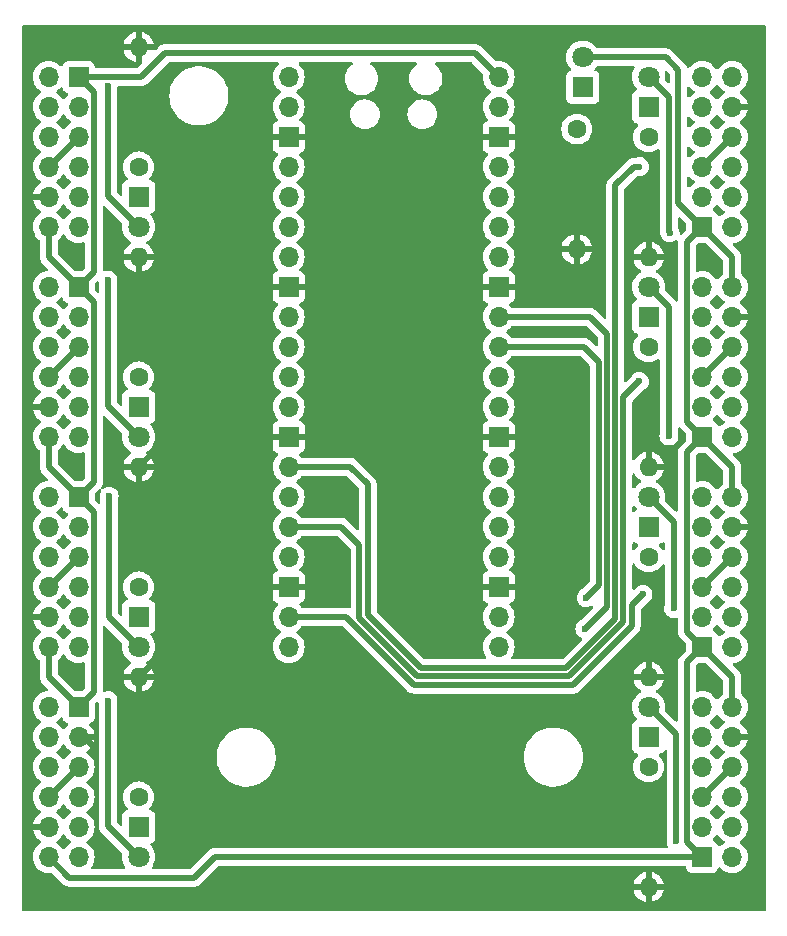
<source format=gbr>
%TF.GenerationSoftware,KiCad,Pcbnew,8.0.3*%
%TF.CreationDate,2024-07-03T23:55:26+09:00*%
%TF.ProjectId,mcu_rp2040,6d63755f-7270-4323-9034-302e6b696361,rev?*%
%TF.SameCoordinates,Original*%
%TF.FileFunction,Copper,L2,Bot*%
%TF.FilePolarity,Positive*%
%FSLAX46Y46*%
G04 Gerber Fmt 4.6, Leading zero omitted, Abs format (unit mm)*
G04 Created by KiCad (PCBNEW 8.0.3) date 2024-07-03 23:55:26*
%MOMM*%
%LPD*%
G01*
G04 APERTURE LIST*
%TA.AperFunction,ComponentPad*%
%ADD10R,1.800000X1.800000*%
%TD*%
%TA.AperFunction,ComponentPad*%
%ADD11C,1.800000*%
%TD*%
%TA.AperFunction,ComponentPad*%
%ADD12C,1.600000*%
%TD*%
%TA.AperFunction,ComponentPad*%
%ADD13O,1.600000X1.600000*%
%TD*%
%TA.AperFunction,ComponentPad*%
%ADD14R,1.700000X1.700000*%
%TD*%
%TA.AperFunction,ComponentPad*%
%ADD15O,1.700000X1.700000*%
%TD*%
%TA.AperFunction,ViaPad*%
%ADD16C,0.600000*%
%TD*%
%TA.AperFunction,Conductor*%
%ADD17C,0.500000*%
%TD*%
G04 APERTURE END LIST*
D10*
%TO.P,D7,1,K*%
%TO.N,Net-(D7-K)*%
X159080000Y-86500000D03*
D11*
%TO.P,D7,2,A*%
%TO.N,CONN-7*%
X159080000Y-83960000D03*
%TD*%
D12*
%TO.P,R6,1*%
%TO.N,Net-(D6-K)*%
X159080000Y-71260000D03*
D13*
%TO.P,R6,2*%
%TO.N,GND*%
X159080000Y-81420000D03*
%TD*%
D14*
%TO.P,J5,1,Pin_1*%
%TO.N,+5V*%
X163615000Y-61100000D03*
D15*
%TO.P,J5,2,Pin_2*%
%TO.N,CONN-5*%
X166155000Y-61100000D03*
%TO.P,J5,3,Pin_3*%
%TO.N,GND*%
X163615000Y-58560000D03*
%TO.P,J5,4,Pin_4*%
%TO.N,unconnected-(J5-Pin_4-Pad4)*%
X166155000Y-58560000D03*
%TO.P,J5,5,Pin_5*%
%TO.N,PWM-5*%
X163615000Y-56020000D03*
%TO.P,J5,6,Pin_6*%
%TO.N,CW{slash}CCW-5*%
X166155000Y-56020000D03*
%TO.P,J5,7,Pin_7*%
X163615000Y-53480000D03*
%TO.P,J5,8,Pin_8*%
%TO.N,PWM-5*%
X166155000Y-53480000D03*
%TO.P,J5,9,Pin_9*%
%TO.N,unconnected-(J5-Pin_9-Pad9)*%
X163615000Y-50940000D03*
%TO.P,J5,10,Pin_10*%
%TO.N,GND*%
X166155000Y-50940000D03*
%TO.P,J5,11,Pin_11*%
%TO.N,CONN-5*%
X163615000Y-48400000D03*
%TO.P,J5,12,Pin_12*%
%TO.N,+5V*%
X166155000Y-48400000D03*
%TD*%
D14*
%TO.P,J2,1,Pin_1*%
%TO.N,+5V*%
X110820000Y-66180000D03*
D15*
%TO.P,J2,2,Pin_2*%
%TO.N,CONN-2*%
X108280000Y-66180000D03*
%TO.P,J2,3,Pin_3*%
%TO.N,GND*%
X110820000Y-68720000D03*
%TO.P,J2,4,Pin_4*%
%TO.N,unconnected-(J2-Pin_4-Pad4)*%
X108280000Y-68720000D03*
%TO.P,J2,5,Pin_5*%
%TO.N,PWM-2*%
X110820000Y-71260000D03*
%TO.P,J2,6,Pin_6*%
%TO.N,CW{slash}CCW-2*%
X108280000Y-71260000D03*
%TO.P,J2,7,Pin_7*%
X110820000Y-73800000D03*
%TO.P,J2,8,Pin_8*%
%TO.N,PWM-2*%
X108280000Y-73800000D03*
%TO.P,J2,9,Pin_9*%
%TO.N,unconnected-(J2-Pin_9-Pad9)*%
X110820000Y-76340000D03*
%TO.P,J2,10,Pin_10*%
%TO.N,GND*%
X108280000Y-76340000D03*
%TO.P,J2,11,Pin_11*%
%TO.N,CONN-2*%
X110820000Y-78880000D03*
%TO.P,J2,12,Pin_12*%
%TO.N,+5V*%
X108280000Y-78880000D03*
%TD*%
D10*
%TO.P,D5,1,K*%
%TO.N,Net-(D5-K)*%
X159080000Y-50940000D03*
D11*
%TO.P,D5,2,A*%
%TO.N,CONN-5*%
X159080000Y-48400000D03*
%TD*%
D14*
%TO.P,J6,1,Pin_1*%
%TO.N,+5V*%
X163615000Y-78880000D03*
D15*
%TO.P,J6,2,Pin_2*%
%TO.N,CONN-6*%
X166155000Y-78880000D03*
%TO.P,J6,3,Pin_3*%
%TO.N,GND*%
X163615000Y-76340000D03*
%TO.P,J6,4,Pin_4*%
%TO.N,unconnected-(J6-Pin_4-Pad4)*%
X166155000Y-76340000D03*
%TO.P,J6,5,Pin_5*%
%TO.N,PWM-6*%
X163615000Y-73800000D03*
%TO.P,J6,6,Pin_6*%
%TO.N,CW{slash}CCW-6*%
X166155000Y-73800000D03*
%TO.P,J6,7,Pin_7*%
X163615000Y-71260000D03*
%TO.P,J6,8,Pin_8*%
%TO.N,PWM-6*%
X166155000Y-71260000D03*
%TO.P,J6,9,Pin_9*%
%TO.N,unconnected-(J6-Pin_9-Pad9)*%
X163615000Y-68720000D03*
%TO.P,J6,10,Pin_10*%
%TO.N,GND*%
X166155000Y-68720000D03*
%TO.P,J6,11,Pin_11*%
%TO.N,CONN-6*%
X163615000Y-66180000D03*
%TO.P,J6,12,Pin_12*%
%TO.N,+5V*%
X166155000Y-66180000D03*
%TD*%
D12*
%TO.P,R4,1*%
%TO.N,Net-(D4-K)*%
X115900000Y-109360000D03*
D13*
%TO.P,R4,2*%
%TO.N,GND*%
X115900000Y-99200000D03*
%TD*%
D14*
%TO.P,J8,1,Pin_1*%
%TO.N,+5V*%
X163615000Y-114440000D03*
D15*
%TO.P,J8,2,Pin_2*%
%TO.N,CONN-8*%
X166155000Y-114440000D03*
%TO.P,J8,3,Pin_3*%
%TO.N,GND*%
X163615000Y-111900000D03*
%TO.P,J8,4,Pin_4*%
%TO.N,unconnected-(J8-Pin_4-Pad4)*%
X166155000Y-111900000D03*
%TO.P,J8,5,Pin_5*%
%TO.N,PWM-8*%
X163615000Y-109360000D03*
%TO.P,J8,6,Pin_6*%
%TO.N,CW{slash}CCW-8*%
X166155000Y-109360000D03*
%TO.P,J8,7,Pin_7*%
X163615000Y-106820000D03*
%TO.P,J8,8,Pin_8*%
%TO.N,PWM-8*%
X166155000Y-106820000D03*
%TO.P,J8,9,Pin_9*%
%TO.N,unconnected-(J8-Pin_9-Pad9)*%
X163615000Y-104280000D03*
%TO.P,J8,10,Pin_10*%
%TO.N,GND*%
X166155000Y-104280000D03*
%TO.P,J8,11,Pin_11*%
%TO.N,CONN-8*%
X163615000Y-101740000D03*
%TO.P,J8,12,Pin_12*%
%TO.N,+5V*%
X166155000Y-101740000D03*
%TD*%
D12*
%TO.P,R3,1*%
%TO.N,Net-(D3-K)*%
X115900000Y-91580000D03*
D13*
%TO.P,R3,2*%
%TO.N,GND*%
X115900000Y-81420000D03*
%TD*%
D12*
%TO.P,R8,1*%
%TO.N,Net-(D8-K)*%
X159080000Y-106820000D03*
D13*
%TO.P,R8,2*%
%TO.N,GND*%
X159080000Y-116980000D03*
%TD*%
D10*
%TO.P,D2,1,K*%
%TO.N,Net-(D2-K)*%
X115900000Y-76340000D03*
D11*
%TO.P,D2,2,A*%
%TO.N,CONN-2*%
X115900000Y-78880000D03*
%TD*%
D14*
%TO.P,J3,1,Pin_1*%
%TO.N,+5V*%
X110820000Y-83960000D03*
D15*
%TO.P,J3,2,Pin_2*%
%TO.N,CONN-3*%
X108280000Y-83960000D03*
%TO.P,J3,3,Pin_3*%
%TO.N,GND*%
X110820000Y-86500000D03*
%TO.P,J3,4,Pin_4*%
%TO.N,unconnected-(J3-Pin_4-Pad4)*%
X108280000Y-86500000D03*
%TO.P,J3,5,Pin_5*%
%TO.N,PWM-3*%
X110820000Y-89040000D03*
%TO.P,J3,6,Pin_6*%
%TO.N,CW{slash}CCW-3*%
X108280000Y-89040000D03*
%TO.P,J3,7,Pin_7*%
X110820000Y-91580000D03*
%TO.P,J3,8,Pin_8*%
%TO.N,PWM-3*%
X108280000Y-91580000D03*
%TO.P,J3,9,Pin_9*%
%TO.N,unconnected-(J3-Pin_9-Pad9)*%
X110820000Y-94120000D03*
%TO.P,J3,10,Pin_10*%
%TO.N,GND*%
X108280000Y-94120000D03*
%TO.P,J3,11,Pin_11*%
%TO.N,CONN-3*%
X110820000Y-96660000D03*
%TO.P,J3,12,Pin_12*%
%TO.N,+5V*%
X108280000Y-96660000D03*
%TD*%
%TO.P,U2,1,GPIO0*%
%TO.N,unconnected-(U2-GPIO0-Pad1)*%
X128600000Y-48400000D03*
%TO.P,U2,2,GPIO1*%
%TO.N,unconnected-(U2-GPIO1-Pad2)*%
X128600000Y-50940000D03*
D14*
%TO.P,U2,3,GND*%
%TO.N,GND*%
X128600000Y-53480000D03*
D15*
%TO.P,U2,4,GPIO2*%
%TO.N,PWM-1*%
X128600000Y-56020000D03*
%TO.P,U2,5,GPIO3*%
%TO.N,CW{slash}CCW-1*%
X128600000Y-58560000D03*
%TO.P,U2,6,GPIO4*%
%TO.N,PWM-2*%
X128600000Y-61100000D03*
%TO.P,U2,7,GPIO5*%
%TO.N,CW{slash}CCW-2*%
X128600000Y-63640000D03*
D14*
%TO.P,U2,8,GND*%
%TO.N,GND*%
X128600000Y-66180000D03*
D15*
%TO.P,U2,9,GPIO6*%
%TO.N,PWM-3*%
X128600000Y-68720000D03*
%TO.P,U2,10,GPIO7*%
%TO.N,CW{slash}CCW-3*%
X128600000Y-71260000D03*
%TO.P,U2,11,GPIO8*%
%TO.N,PWM-4*%
X128600000Y-73800000D03*
%TO.P,U2,12,GPIO9*%
%TO.N,CW{slash}CCW-4*%
X128600000Y-76340000D03*
D14*
%TO.P,U2,13,GND*%
%TO.N,GND*%
X128600000Y-78880000D03*
D15*
%TO.P,U2,14,GPIO10*%
%TO.N,PWM-5*%
X128600000Y-81420000D03*
%TO.P,U2,15,GPIO11*%
%TO.N,CW{slash}CCW-5*%
X128600000Y-83960000D03*
%TO.P,U2,16,GPIO12*%
%TO.N,PWM-6*%
X128600000Y-86500000D03*
%TO.P,U2,17,GPIO13*%
%TO.N,CW{slash}CCW-6*%
X128600000Y-89040000D03*
D14*
%TO.P,U2,18,GND*%
%TO.N,GND*%
X128600000Y-91580000D03*
D15*
%TO.P,U2,19,GPIO14*%
%TO.N,PWM-7*%
X128600000Y-94120000D03*
%TO.P,U2,20,GPIO15*%
%TO.N,CW{slash}CCW-7*%
X128600000Y-96660000D03*
%TO.P,U2,21,GPIO16*%
%TO.N,unconnected-(U2-GPIO16-Pad21)*%
X146380000Y-96660000D03*
%TO.P,U2,22,GPIO17*%
%TO.N,unconnected-(U2-GPIO17-Pad22)*%
X146380000Y-94120000D03*
D14*
%TO.P,U2,23,GND*%
%TO.N,GND*%
X146380000Y-91580000D03*
D15*
%TO.P,U2,24,GPIO18*%
%TO.N,unconnected-(U2-GPIO18-Pad24)*%
X146380000Y-89040000D03*
%TO.P,U2,25,GPIO19*%
%TO.N,unconnected-(U2-GPIO19-Pad25)*%
X146380000Y-86500000D03*
%TO.P,U2,26,GPIO20*%
%TO.N,unconnected-(U2-GPIO20-Pad26)*%
X146380000Y-83960000D03*
%TO.P,U2,27,GPIO21*%
%TO.N,unconnected-(U2-GPIO21-Pad27)*%
X146380000Y-81420000D03*
D14*
%TO.P,U2,28,GND*%
%TO.N,GND*%
X146380000Y-78880000D03*
D15*
%TO.P,U2,29,GPIO22*%
%TO.N,unconnected-(U2-GPIO22-Pad29)*%
X146380000Y-76340000D03*
%TO.P,U2,30,RUN*%
%TO.N,unconnected-(U2-RUN-Pad30)*%
X146380000Y-73800000D03*
%TO.P,U2,31,GPIO26_ADC0*%
%TO.N,CW{slash}CCW-8*%
X146380000Y-71260000D03*
%TO.P,U2,32,GPIO27_ADC1*%
%TO.N,PWM-8*%
X146380000Y-68720000D03*
D14*
%TO.P,U2,33,AGND*%
%TO.N,GND*%
X146380000Y-66180000D03*
D15*
%TO.P,U2,34,GPIO28_ADC2*%
%TO.N,unconnected-(U2-GPIO28_ADC2-Pad34)*%
X146380000Y-63640000D03*
%TO.P,U2,35,ADC_VREF*%
%TO.N,unconnected-(U2-ADC_VREF-Pad35)*%
X146380000Y-61100000D03*
%TO.P,U2,36,3V3*%
%TO.N,+3V3*%
X146380000Y-58560000D03*
%TO.P,U2,37,3V3_EN*%
%TO.N,unconnected-(U2-3V3_EN-Pad37)*%
X146380000Y-56020000D03*
D14*
%TO.P,U2,38,GND*%
%TO.N,GND*%
X146380000Y-53480000D03*
D15*
%TO.P,U2,39,VSYS*%
%TO.N,unconnected-(U2-VSYS-Pad39)*%
X146380000Y-50940000D03*
%TO.P,U2,40,VBUS*%
%TO.N,+5V*%
X146380000Y-48400000D03*
%TD*%
D10*
%TO.P,D9,1,K*%
%TO.N,Net-(D9-K)*%
X153500000Y-49275000D03*
D11*
%TO.P,D9,2,A*%
%TO.N,+5V*%
X153500000Y-46735000D03*
%TD*%
D12*
%TO.P,R7,1*%
%TO.N,Net-(D7-K)*%
X159080000Y-89040000D03*
D13*
%TO.P,R7,2*%
%TO.N,GND*%
X159080000Y-99200000D03*
%TD*%
D14*
%TO.P,J7,1,Pin_1*%
%TO.N,+5V*%
X163615000Y-96660000D03*
D15*
%TO.P,J7,2,Pin_2*%
%TO.N,CONN-7*%
X166155000Y-96660000D03*
%TO.P,J7,3,Pin_3*%
%TO.N,GND*%
X163615000Y-94120000D03*
%TO.P,J7,4,Pin_4*%
%TO.N,unconnected-(J7-Pin_4-Pad4)*%
X166155000Y-94120000D03*
%TO.P,J7,5,Pin_5*%
%TO.N,PWM-7*%
X163615000Y-91580000D03*
%TO.P,J7,6,Pin_6*%
%TO.N,CW{slash}CCW-7*%
X166155000Y-91580000D03*
%TO.P,J7,7,Pin_7*%
X163615000Y-89040000D03*
%TO.P,J7,8,Pin_8*%
%TO.N,PWM-7*%
X166155000Y-89040000D03*
%TO.P,J7,9,Pin_9*%
%TO.N,unconnected-(J7-Pin_9-Pad9)*%
X163615000Y-86500000D03*
%TO.P,J7,10,Pin_10*%
%TO.N,GND*%
X166155000Y-86500000D03*
%TO.P,J7,11,Pin_11*%
%TO.N,CONN-7*%
X163615000Y-83960000D03*
%TO.P,J7,12,Pin_12*%
%TO.N,+5V*%
X166155000Y-83960000D03*
%TD*%
D10*
%TO.P,D1,1,K*%
%TO.N,Net-(D1-K)*%
X115900000Y-58560000D03*
D11*
%TO.P,D1,2,A*%
%TO.N,CONN-1*%
X115900000Y-61100000D03*
%TD*%
D14*
%TO.P,J4,1,Pin_1*%
%TO.N,+5V*%
X110820000Y-101740000D03*
D15*
%TO.P,J4,2,Pin_2*%
%TO.N,CONN-4*%
X108280000Y-101740000D03*
%TO.P,J4,3,Pin_3*%
%TO.N,GND*%
X110820000Y-104280000D03*
%TO.P,J4,4,Pin_4*%
%TO.N,unconnected-(J4-Pin_4-Pad4)*%
X108280000Y-104280000D03*
%TO.P,J4,5,Pin_5*%
%TO.N,PWM-4*%
X110820000Y-106820000D03*
%TO.P,J4,6,Pin_6*%
%TO.N,CW{slash}CCW-4*%
X108280000Y-106820000D03*
%TO.P,J4,7,Pin_7*%
X110820000Y-109360000D03*
%TO.P,J4,8,Pin_8*%
%TO.N,PWM-4*%
X108280000Y-109360000D03*
%TO.P,J4,9,Pin_9*%
%TO.N,unconnected-(J4-Pin_9-Pad9)*%
X110820000Y-111900000D03*
%TO.P,J4,10,Pin_10*%
%TO.N,GND*%
X108280000Y-111900000D03*
%TO.P,J4,11,Pin_11*%
%TO.N,CONN-4*%
X110820000Y-114440000D03*
%TO.P,J4,12,Pin_12*%
%TO.N,+5V*%
X108280000Y-114440000D03*
%TD*%
D12*
%TO.P,R1,1*%
%TO.N,Net-(D1-K)*%
X115900000Y-56020000D03*
D13*
%TO.P,R1,2*%
%TO.N,GND*%
X115900000Y-45860000D03*
%TD*%
D14*
%TO.P,J1,1,Pin_1*%
%TO.N,+5V*%
X110820000Y-48400000D03*
D15*
%TO.P,J1,2,Pin_2*%
%TO.N,CONN-1*%
X108280000Y-48400000D03*
%TO.P,J1,3,Pin_3*%
%TO.N,GND*%
X110820000Y-50940000D03*
%TO.P,J1,4,Pin_4*%
%TO.N,unconnected-(J1-Pin_4-Pad4)*%
X108280000Y-50940000D03*
%TO.P,J1,5,Pin_5*%
%TO.N,PWM-1*%
X110820000Y-53480000D03*
%TO.P,J1,6,Pin_6*%
%TO.N,CW{slash}CCW-1*%
X108280000Y-53480000D03*
%TO.P,J1,7,Pin_7*%
X110820000Y-56020000D03*
%TO.P,J1,8,Pin_8*%
%TO.N,PWM-1*%
X108280000Y-56020000D03*
%TO.P,J1,9,Pin_9*%
%TO.N,unconnected-(J1-Pin_9-Pad9)*%
X110820000Y-58560000D03*
%TO.P,J1,10,Pin_10*%
%TO.N,GND*%
X108280000Y-58560000D03*
%TO.P,J1,11,Pin_11*%
%TO.N,CONN-1*%
X110820000Y-61100000D03*
%TO.P,J1,12,Pin_12*%
%TO.N,+5V*%
X108280000Y-61100000D03*
%TD*%
D12*
%TO.P,R9,1*%
%TO.N,Net-(D9-K)*%
X153000000Y-52820000D03*
D13*
%TO.P,R9,2*%
%TO.N,GND*%
X153000000Y-62980000D03*
%TD*%
D10*
%TO.P,D6,1,K*%
%TO.N,Net-(D6-K)*%
X159080000Y-68720000D03*
D11*
%TO.P,D6,2,A*%
%TO.N,CONN-6*%
X159080000Y-66180000D03*
%TD*%
D10*
%TO.P,D3,1,K*%
%TO.N,Net-(D3-K)*%
X115900000Y-94120000D03*
D11*
%TO.P,D3,2,A*%
%TO.N,CONN-3*%
X115900000Y-96660000D03*
%TD*%
D10*
%TO.P,D4,1,K*%
%TO.N,Net-(D4-K)*%
X115900000Y-111900000D03*
D11*
%TO.P,D4,2,A*%
%TO.N,CONN-4*%
X115900000Y-114440000D03*
%TD*%
D12*
%TO.P,R2,1*%
%TO.N,Net-(D2-K)*%
X115900000Y-73800000D03*
D13*
%TO.P,R2,2*%
%TO.N,GND*%
X115900000Y-63640000D03*
%TD*%
D10*
%TO.P,D8,1,K*%
%TO.N,Net-(D8-K)*%
X159080000Y-104280000D03*
D11*
%TO.P,D8,2,A*%
%TO.N,CONN-8*%
X159080000Y-101740000D03*
%TD*%
D12*
%TO.P,R5,1*%
%TO.N,Net-(D5-K)*%
X159080000Y-53480000D03*
D13*
%TO.P,R5,2*%
%TO.N,GND*%
X159080000Y-63640000D03*
%TD*%
D16*
%TO.N,CONN-1*%
X113300000Y-49150000D03*
%TO.N,CONN-2*%
X113300000Y-65600000D03*
%TO.N,CONN-3*%
X113400000Y-83900000D03*
%TO.N,CONN-4*%
X113300000Y-101200000D03*
%TO.N,CONN-5*%
X160900000Y-61600000D03*
%TO.N,PWM-5*%
X158300000Y-56000000D03*
%TO.N,CONN-6*%
X160800000Y-78800000D03*
%TO.N,PWM-6*%
X158286800Y-74186800D03*
%TO.N,PWM-7*%
X158600000Y-92200000D03*
%TO.N,CONN-7*%
X161200000Y-93400000D03*
%TO.N,CONN-8*%
X161400000Y-113100000D03*
%TO.N,PWM-8*%
X153678000Y-95118800D03*
%TO.N,CW{slash}CCW-8*%
X153796800Y-92494400D03*
%TD*%
D17*
%TO.N,+5V*%
X160535000Y-46735000D02*
X161600000Y-47800000D01*
X162315000Y-113140000D02*
X162315000Y-97960000D01*
X163615000Y-61100000D02*
X161600000Y-59085000D01*
X108280000Y-63640000D02*
X110820000Y-66180000D01*
X163615000Y-96660000D02*
X162315000Y-95360000D01*
X112120000Y-67480000D02*
X110820000Y-66180000D01*
X144380000Y-46400000D02*
X146380000Y-48400000D01*
X153500000Y-46735000D02*
X160535000Y-46735000D01*
X108280000Y-96660000D02*
X108280000Y-99200000D01*
X112120000Y-85260000D02*
X110820000Y-83960000D01*
X162315000Y-62400000D02*
X163615000Y-61100000D01*
X110820000Y-83960000D02*
X112120000Y-82660000D01*
X110820000Y-66180000D02*
X112120000Y-64880000D01*
X112120000Y-49700000D02*
X110820000Y-48400000D01*
X163615000Y-78880000D02*
X162315000Y-77580000D01*
X163615000Y-114440000D02*
X162315000Y-113140000D01*
X112120000Y-100440000D02*
X112120000Y-85260000D01*
X118100000Y-46400000D02*
X144380000Y-46400000D01*
X166155000Y-83960000D02*
X166155000Y-81420000D01*
X112120000Y-64880000D02*
X112120000Y-49700000D01*
X116100000Y-48400000D02*
X118100000Y-46400000D01*
X110820000Y-48400000D02*
X116100000Y-48400000D01*
X166155000Y-66180000D02*
X166155000Y-63640000D01*
X162315000Y-77580000D02*
X162315000Y-62400000D01*
X112120000Y-82660000D02*
X112120000Y-67480000D01*
X120600000Y-116200000D02*
X122360000Y-114440000D01*
X162315000Y-95360000D02*
X162315000Y-80180000D01*
X166155000Y-63640000D02*
X163615000Y-61100000D01*
X110820000Y-101740000D02*
X112120000Y-100440000D01*
X108280000Y-78880000D02*
X108280000Y-81420000D01*
X161600000Y-59085000D02*
X161600000Y-47800000D01*
X166155000Y-81420000D02*
X163615000Y-78880000D01*
X108280000Y-114440000D02*
X110040000Y-116200000D01*
X108280000Y-61100000D02*
X108280000Y-63640000D01*
X122360000Y-114440000D02*
X163615000Y-114440000D01*
X108280000Y-81420000D02*
X110820000Y-83960000D01*
X162315000Y-80180000D02*
X163615000Y-78880000D01*
X110040000Y-116200000D02*
X120600000Y-116200000D01*
X166155000Y-101740000D02*
X166155000Y-99200000D01*
X108280000Y-99200000D02*
X110820000Y-101740000D01*
X162315000Y-97960000D02*
X163615000Y-96660000D01*
X166155000Y-99200000D02*
X163615000Y-96660000D01*
%TO.N,GND*%
X117200000Y-97900000D02*
X117700000Y-97900000D01*
X111280000Y-104280000D02*
X112100000Y-105100000D01*
X117720000Y-79600000D02*
X118100000Y-79600000D01*
X115900000Y-81420000D02*
X114020000Y-81420000D01*
X115900000Y-81420000D02*
X117720000Y-79600000D01*
X115900000Y-99200000D02*
X117200000Y-97900000D01*
X110820000Y-104280000D02*
X111280000Y-104280000D01*
X114020000Y-81420000D02*
X113700000Y-81100000D01*
%TO.N,CONN-1*%
X113300000Y-49150000D02*
X113300000Y-58500000D01*
X113300000Y-58500000D02*
X115900000Y-61100000D01*
%TO.N,PWM-1*%
X108280000Y-56020000D02*
X110820000Y-53480000D01*
%TO.N,CONN-2*%
X113300000Y-65600000D02*
X113300000Y-76280000D01*
X113300000Y-76280000D02*
X115900000Y-78880000D01*
%TO.N,PWM-2*%
X108280000Y-73800000D02*
X110820000Y-71260000D01*
%TO.N,CONN-3*%
X113400000Y-83900000D02*
X113400000Y-94160000D01*
X113400000Y-94160000D02*
X115900000Y-96660000D01*
%TO.N,PWM-3*%
X108280000Y-91580000D02*
X110820000Y-89040000D01*
%TO.N,CONN-4*%
X113300000Y-111840000D02*
X115900000Y-114440000D01*
X113300000Y-101200000D02*
X113300000Y-111840000D01*
%TO.N,PWM-4*%
X108280000Y-109360000D02*
X110820000Y-106820000D01*
%TO.N,CONN-5*%
X160900000Y-61600000D02*
X160800000Y-61500000D01*
X160800000Y-50120000D02*
X159080000Y-48400000D01*
X160800000Y-61500000D02*
X160800000Y-50120000D01*
%TO.N,PWM-5*%
X139797100Y-98460400D02*
X135294400Y-93957700D01*
X163615000Y-56020000D02*
X166155000Y-53480000D01*
X158300000Y-56000000D02*
X157841200Y-56000000D01*
X135294400Y-82882000D02*
X133832400Y-81420000D01*
X133832400Y-81420000D02*
X128600000Y-81420000D01*
X152073250Y-98460400D02*
X139797100Y-98460400D01*
X156246400Y-94287250D02*
X152073250Y-98460400D01*
X157841200Y-56000000D02*
X156246400Y-57594800D01*
X135294400Y-93957700D02*
X135294400Y-82882000D01*
X157841200Y-56000000D02*
X157821200Y-56020000D01*
X156246400Y-57594800D02*
X156246400Y-94287250D01*
%TO.N,CONN-6*%
X160800000Y-78800000D02*
X160800000Y-67900000D01*
X160800000Y-67900000D02*
X159080000Y-66180000D01*
%TO.N,PWM-6*%
X156946400Y-94577200D02*
X152363200Y-99160400D01*
X156946400Y-75527200D02*
X156946400Y-94577200D01*
X163615000Y-73800000D02*
X166155000Y-71260000D01*
X139507150Y-99160400D02*
X134594400Y-94247650D01*
X152363200Y-99160400D02*
X139507150Y-99160400D01*
X158286800Y-74186800D02*
X156946400Y-75527200D01*
X134594400Y-94247650D02*
X134594400Y-88024000D01*
X134594400Y-88024000D02*
X133070400Y-86500000D01*
X133070400Y-86500000D02*
X128600000Y-86500000D01*
%TO.N,PWM-7*%
X158600000Y-92200000D02*
X157646400Y-93153600D01*
X133476800Y-94120000D02*
X128600000Y-94120000D01*
X157236349Y-95277200D02*
X152653150Y-99860400D01*
X163615000Y-91580000D02*
X166155000Y-89040000D01*
X152653150Y-99860400D02*
X139217200Y-99860400D01*
X157646400Y-94867150D02*
X157236349Y-95277200D01*
X157646400Y-93153600D02*
X157646400Y-94867150D01*
X139217200Y-99860400D02*
X133476800Y-94120000D01*
%TO.N,CONN-7*%
X161200000Y-86080000D02*
X159080000Y-83960000D01*
X161200000Y-93400000D02*
X161200000Y-86080000D01*
%TO.N,CONN-8*%
X161400000Y-104060000D02*
X159080000Y-101740000D01*
X161400000Y-113100000D02*
X161400000Y-104060000D01*
%TO.N,PWM-8*%
X163615000Y-109360000D02*
X166155000Y-106820000D01*
X153678000Y-95118800D02*
X155546400Y-93250400D01*
X155546400Y-93250400D02*
X155546400Y-70164800D01*
X155546400Y-70164800D02*
X154101600Y-68720000D01*
X154101600Y-68720000D02*
X146380000Y-68720000D01*
%TO.N,CW{slash}CCW-8*%
X153593600Y-71260000D02*
X154846400Y-72512800D01*
X146380000Y-71260000D02*
X153593600Y-71260000D01*
X154846400Y-91444800D02*
X153796800Y-92494400D01*
X154846400Y-72512800D02*
X154846400Y-91444800D01*
%TD*%
%TA.AperFunction,Conductor*%
%TO.N,GND*%
G36*
X112436357Y-101287523D02*
G01*
X112492290Y-101329395D01*
X112512327Y-101372683D01*
X112512332Y-101372682D01*
X112512348Y-101372728D01*
X112513914Y-101376111D01*
X112514630Y-101379251D01*
X112542542Y-101459017D01*
X112549500Y-101499972D01*
X112549500Y-111913918D01*
X112549500Y-111913920D01*
X112549499Y-111913920D01*
X112578340Y-112058907D01*
X112578343Y-112058917D01*
X112634914Y-112195492D01*
X112667812Y-112244727D01*
X112667813Y-112244730D01*
X112717046Y-112318414D01*
X112717052Y-112318421D01*
X114482930Y-114084297D01*
X114516415Y-114145620D01*
X114515456Y-114202412D01*
X114513866Y-114208691D01*
X114513865Y-114208695D01*
X114494700Y-114439993D01*
X114494700Y-114440006D01*
X114513864Y-114671297D01*
X114513866Y-114671308D01*
X114570842Y-114896300D01*
X114664075Y-115108848D01*
X114761311Y-115257679D01*
X114781498Y-115324568D01*
X114762318Y-115391754D01*
X114709860Y-115437904D01*
X114657502Y-115449500D01*
X111999999Y-115449500D01*
X111932960Y-115429815D01*
X111887205Y-115377011D01*
X111877261Y-115307853D01*
X111898424Y-115254377D01*
X111994032Y-115117834D01*
X111994031Y-115117834D01*
X111994035Y-115117830D01*
X112093903Y-114903663D01*
X112155063Y-114675408D01*
X112175659Y-114440000D01*
X112155063Y-114204592D01*
X112093903Y-113976337D01*
X111994035Y-113762171D01*
X111988425Y-113754158D01*
X111858494Y-113568597D01*
X111691402Y-113401506D01*
X111691396Y-113401501D01*
X111505842Y-113271575D01*
X111462217Y-113216998D01*
X111455023Y-113147500D01*
X111486546Y-113085145D01*
X111505842Y-113068425D01*
X111618327Y-112989662D01*
X111691401Y-112938495D01*
X111858495Y-112771401D01*
X111994035Y-112577830D01*
X112093903Y-112363663D01*
X112155063Y-112135408D01*
X112175659Y-111900000D01*
X112155063Y-111664592D01*
X112093903Y-111436337D01*
X111994035Y-111222171D01*
X111988731Y-111214595D01*
X111858494Y-111028597D01*
X111691402Y-110861506D01*
X111691396Y-110861501D01*
X111505842Y-110731575D01*
X111462217Y-110676998D01*
X111455023Y-110607500D01*
X111486546Y-110545145D01*
X111505842Y-110528425D01*
X111656181Y-110423156D01*
X111691401Y-110398495D01*
X111858495Y-110231401D01*
X111994035Y-110037830D01*
X112093903Y-109823663D01*
X112155063Y-109595408D01*
X112175659Y-109360000D01*
X112155063Y-109124592D01*
X112093903Y-108896337D01*
X111994035Y-108682171D01*
X111866829Y-108500500D01*
X111858494Y-108488597D01*
X111691402Y-108321506D01*
X111691396Y-108321501D01*
X111505842Y-108191575D01*
X111462217Y-108136998D01*
X111455023Y-108067500D01*
X111486546Y-108005145D01*
X111505842Y-107988425D01*
X111588590Y-107930484D01*
X111691401Y-107858495D01*
X111858495Y-107691401D01*
X111994035Y-107497830D01*
X112093903Y-107283663D01*
X112155063Y-107055408D01*
X112175659Y-106820000D01*
X112155063Y-106584592D01*
X112093903Y-106356337D01*
X111994035Y-106142171D01*
X111988425Y-106134158D01*
X111858494Y-105948597D01*
X111691402Y-105781506D01*
X111691401Y-105781505D01*
X111505405Y-105651269D01*
X111461781Y-105596692D01*
X111454588Y-105527193D01*
X111486110Y-105464839D01*
X111505405Y-105448119D01*
X111691082Y-105318105D01*
X111858105Y-105151082D01*
X111993600Y-104957578D01*
X112093429Y-104743492D01*
X112093432Y-104743486D01*
X112150636Y-104530000D01*
X111253012Y-104530000D01*
X111285925Y-104472993D01*
X111320000Y-104345826D01*
X111320000Y-104214174D01*
X111285925Y-104087007D01*
X111253012Y-104030000D01*
X112150636Y-104030000D01*
X112150635Y-104029999D01*
X112093432Y-103816513D01*
X112093429Y-103816507D01*
X111993600Y-103602422D01*
X111993599Y-103602420D01*
X111858113Y-103408926D01*
X111858108Y-103408920D01*
X111736053Y-103286865D01*
X111702568Y-103225542D01*
X111707552Y-103155850D01*
X111749424Y-103099917D01*
X111780400Y-103083002D01*
X111912331Y-103033796D01*
X112027546Y-102947546D01*
X112113796Y-102832331D01*
X112164091Y-102697483D01*
X112170500Y-102637873D01*
X112170499Y-101502228D01*
X112190184Y-101435190D01*
X112206813Y-101414553D01*
X112305344Y-101316022D01*
X112366665Y-101282539D01*
X112436357Y-101287523D01*
G37*
%TD.AperFunction*%
%TA.AperFunction,Conductor*%
G36*
X127707280Y-47170185D02*
G01*
X127753035Y-47222989D01*
X127762979Y-47292147D01*
X127733954Y-47355703D01*
X127727922Y-47362181D01*
X127561505Y-47528597D01*
X127425965Y-47722169D01*
X127425964Y-47722171D01*
X127326098Y-47936335D01*
X127326094Y-47936344D01*
X127264938Y-48164586D01*
X127264936Y-48164596D01*
X127244341Y-48399999D01*
X127244341Y-48400000D01*
X127264936Y-48635403D01*
X127264938Y-48635413D01*
X127326094Y-48863655D01*
X127326096Y-48863659D01*
X127326097Y-48863663D01*
X127383284Y-48986300D01*
X127425965Y-49077830D01*
X127425967Y-49077834D01*
X127456654Y-49121659D01*
X127561501Y-49271396D01*
X127561506Y-49271402D01*
X127728597Y-49438493D01*
X127728603Y-49438498D01*
X127914158Y-49568425D01*
X127957783Y-49623002D01*
X127964977Y-49692500D01*
X127933454Y-49754855D01*
X127914158Y-49771575D01*
X127728597Y-49901505D01*
X127561505Y-50068597D01*
X127425965Y-50262169D01*
X127425964Y-50262171D01*
X127326098Y-50476335D01*
X127326094Y-50476344D01*
X127264938Y-50704586D01*
X127264936Y-50704596D01*
X127244341Y-50939999D01*
X127244341Y-50940000D01*
X127264936Y-51175403D01*
X127264938Y-51175413D01*
X127326094Y-51403655D01*
X127326096Y-51403659D01*
X127326097Y-51403663D01*
X127409155Y-51581781D01*
X127425965Y-51617830D01*
X127425967Y-51617834D01*
X127494070Y-51715094D01*
X127561501Y-51811396D01*
X127561506Y-51811402D01*
X127683818Y-51933714D01*
X127717303Y-51995037D01*
X127712319Y-52064729D01*
X127670447Y-52120662D01*
X127639471Y-52137577D01*
X127507912Y-52186646D01*
X127507906Y-52186649D01*
X127392812Y-52272809D01*
X127392809Y-52272812D01*
X127306649Y-52387906D01*
X127306645Y-52387913D01*
X127256403Y-52522620D01*
X127256401Y-52522627D01*
X127250000Y-52582155D01*
X127250000Y-53230000D01*
X128155440Y-53230000D01*
X128124755Y-53283147D01*
X128090000Y-53412857D01*
X128090000Y-53547143D01*
X128124755Y-53676853D01*
X128155440Y-53730000D01*
X127250000Y-53730000D01*
X127250000Y-54377844D01*
X127256401Y-54437372D01*
X127256403Y-54437379D01*
X127306645Y-54572086D01*
X127306649Y-54572093D01*
X127392809Y-54687187D01*
X127392812Y-54687190D01*
X127507906Y-54773350D01*
X127507913Y-54773354D01*
X127639470Y-54822421D01*
X127695403Y-54864292D01*
X127719821Y-54929756D01*
X127704970Y-54998029D01*
X127683819Y-55026284D01*
X127561503Y-55148600D01*
X127425965Y-55342169D01*
X127425964Y-55342171D01*
X127326098Y-55556335D01*
X127326094Y-55556344D01*
X127264938Y-55784586D01*
X127264936Y-55784596D01*
X127244341Y-56019999D01*
X127244341Y-56020000D01*
X127264936Y-56255403D01*
X127264938Y-56255413D01*
X127326094Y-56483655D01*
X127326096Y-56483659D01*
X127326097Y-56483663D01*
X127406004Y-56655023D01*
X127425965Y-56697830D01*
X127425967Y-56697834D01*
X127491690Y-56791695D01*
X127561501Y-56891396D01*
X127561506Y-56891402D01*
X127728597Y-57058493D01*
X127728603Y-57058498D01*
X127914158Y-57188425D01*
X127957783Y-57243002D01*
X127964977Y-57312500D01*
X127933454Y-57374855D01*
X127914158Y-57391575D01*
X127728597Y-57521505D01*
X127561505Y-57688597D01*
X127425965Y-57882169D01*
X127425964Y-57882171D01*
X127326098Y-58096335D01*
X127326094Y-58096344D01*
X127264938Y-58324586D01*
X127264936Y-58324596D01*
X127244341Y-58559999D01*
X127244341Y-58560000D01*
X127264936Y-58795403D01*
X127264938Y-58795413D01*
X127326094Y-59023655D01*
X127326096Y-59023659D01*
X127326097Y-59023663D01*
X127405801Y-59194588D01*
X127425965Y-59237830D01*
X127425967Y-59237834D01*
X127514443Y-59364190D01*
X127561504Y-59431400D01*
X127561506Y-59431402D01*
X127728597Y-59598493D01*
X127728603Y-59598498D01*
X127914158Y-59728425D01*
X127957783Y-59783002D01*
X127964977Y-59852500D01*
X127933454Y-59914855D01*
X127914158Y-59931575D01*
X127728597Y-60061505D01*
X127561505Y-60228597D01*
X127425965Y-60422169D01*
X127425964Y-60422171D01*
X127326098Y-60636335D01*
X127326094Y-60636344D01*
X127264938Y-60864586D01*
X127264936Y-60864596D01*
X127244341Y-61099999D01*
X127244341Y-61100000D01*
X127264936Y-61335403D01*
X127264938Y-61335413D01*
X127326094Y-61563655D01*
X127326096Y-61563659D01*
X127326097Y-61563663D01*
X127402875Y-61728314D01*
X127425965Y-61777830D01*
X127425967Y-61777834D01*
X127480350Y-61855500D01*
X127561501Y-61971396D01*
X127561506Y-61971402D01*
X127728597Y-62138493D01*
X127728603Y-62138498D01*
X127914158Y-62268425D01*
X127957783Y-62323002D01*
X127964977Y-62392500D01*
X127933454Y-62454855D01*
X127914158Y-62471575D01*
X127728597Y-62601505D01*
X127561505Y-62768597D01*
X127425965Y-62962169D01*
X127425964Y-62962171D01*
X127326098Y-63176335D01*
X127326094Y-63176344D01*
X127264938Y-63404586D01*
X127264936Y-63404596D01*
X127244341Y-63639999D01*
X127244341Y-63640000D01*
X127264936Y-63875403D01*
X127264938Y-63875413D01*
X127326094Y-64103655D01*
X127326096Y-64103659D01*
X127326097Y-64103663D01*
X127414145Y-64292482D01*
X127425965Y-64317830D01*
X127425967Y-64317834D01*
X127534281Y-64472521D01*
X127561501Y-64511396D01*
X127561506Y-64511402D01*
X127683818Y-64633714D01*
X127717303Y-64695037D01*
X127712319Y-64764729D01*
X127670447Y-64820662D01*
X127639471Y-64837577D01*
X127507912Y-64886646D01*
X127507906Y-64886649D01*
X127392812Y-64972809D01*
X127392809Y-64972812D01*
X127306649Y-65087906D01*
X127306645Y-65087913D01*
X127256403Y-65222620D01*
X127256401Y-65222627D01*
X127250000Y-65282155D01*
X127250000Y-65930000D01*
X128155440Y-65930000D01*
X128124755Y-65983147D01*
X128090000Y-66112857D01*
X128090000Y-66247143D01*
X128124755Y-66376853D01*
X128155440Y-66430000D01*
X127250000Y-66430000D01*
X127250000Y-67077844D01*
X127256401Y-67137372D01*
X127256403Y-67137379D01*
X127306645Y-67272086D01*
X127306649Y-67272093D01*
X127392809Y-67387187D01*
X127392812Y-67387190D01*
X127507906Y-67473350D01*
X127507913Y-67473354D01*
X127639470Y-67522421D01*
X127695403Y-67564292D01*
X127719821Y-67629756D01*
X127704970Y-67698029D01*
X127683819Y-67726284D01*
X127561503Y-67848600D01*
X127425965Y-68042169D01*
X127425964Y-68042171D01*
X127326098Y-68256335D01*
X127326094Y-68256344D01*
X127264938Y-68484586D01*
X127264936Y-68484596D01*
X127244341Y-68719999D01*
X127244341Y-68720000D01*
X127264936Y-68955403D01*
X127264938Y-68955413D01*
X127326094Y-69183655D01*
X127326096Y-69183659D01*
X127326097Y-69183663D01*
X127409155Y-69361781D01*
X127425965Y-69397830D01*
X127425967Y-69397834D01*
X127502280Y-69506819D01*
X127561501Y-69591396D01*
X127561506Y-69591402D01*
X127728597Y-69758493D01*
X127728603Y-69758498D01*
X127914158Y-69888425D01*
X127957783Y-69943002D01*
X127964977Y-70012500D01*
X127933454Y-70074855D01*
X127914158Y-70091575D01*
X127728597Y-70221505D01*
X127561505Y-70388597D01*
X127425965Y-70582169D01*
X127425964Y-70582171D01*
X127326098Y-70796335D01*
X127326094Y-70796344D01*
X127264938Y-71024586D01*
X127264936Y-71024596D01*
X127244341Y-71259999D01*
X127244341Y-71260000D01*
X127264936Y-71495403D01*
X127264938Y-71495413D01*
X127326094Y-71723655D01*
X127326096Y-71723659D01*
X127326097Y-71723663D01*
X127414262Y-71912732D01*
X127425965Y-71937830D01*
X127425967Y-71937834D01*
X127561501Y-72131395D01*
X127561506Y-72131402D01*
X127728597Y-72298493D01*
X127728603Y-72298498D01*
X127914158Y-72428425D01*
X127957783Y-72483002D01*
X127964977Y-72552500D01*
X127933454Y-72614855D01*
X127914158Y-72631575D01*
X127728597Y-72761505D01*
X127561505Y-72928597D01*
X127425965Y-73122169D01*
X127425964Y-73122171D01*
X127326098Y-73336335D01*
X127326094Y-73336344D01*
X127264938Y-73564586D01*
X127264936Y-73564596D01*
X127244341Y-73799999D01*
X127244341Y-73800000D01*
X127264936Y-74035403D01*
X127264938Y-74035413D01*
X127326094Y-74263655D01*
X127326096Y-74263659D01*
X127326097Y-74263663D01*
X127396822Y-74415332D01*
X127425965Y-74477830D01*
X127425967Y-74477834D01*
X127466922Y-74536323D01*
X127561501Y-74671396D01*
X127561506Y-74671402D01*
X127728597Y-74838493D01*
X127728603Y-74838498D01*
X127914158Y-74968425D01*
X127957783Y-75023002D01*
X127964977Y-75092500D01*
X127933454Y-75154855D01*
X127914158Y-75171575D01*
X127728597Y-75301505D01*
X127561505Y-75468597D01*
X127425965Y-75662169D01*
X127425964Y-75662171D01*
X127326098Y-75876335D01*
X127326094Y-75876344D01*
X127264938Y-76104586D01*
X127264936Y-76104596D01*
X127244341Y-76339999D01*
X127244341Y-76340000D01*
X127264936Y-76575403D01*
X127264938Y-76575413D01*
X127326094Y-76803655D01*
X127326096Y-76803659D01*
X127326097Y-76803663D01*
X127405801Y-76974588D01*
X127425965Y-77017830D01*
X127425967Y-77017834D01*
X127514443Y-77144190D01*
X127561504Y-77211400D01*
X127561506Y-77211402D01*
X127683818Y-77333714D01*
X127717303Y-77395037D01*
X127712319Y-77464729D01*
X127670447Y-77520662D01*
X127639471Y-77537577D01*
X127507912Y-77586646D01*
X127507906Y-77586649D01*
X127392812Y-77672809D01*
X127392809Y-77672812D01*
X127306649Y-77787906D01*
X127306645Y-77787913D01*
X127256403Y-77922620D01*
X127256401Y-77922627D01*
X127250000Y-77982155D01*
X127250000Y-78630000D01*
X128155440Y-78630000D01*
X128124755Y-78683147D01*
X128090000Y-78812857D01*
X128090000Y-78947143D01*
X128124755Y-79076853D01*
X128155440Y-79130000D01*
X127250000Y-79130000D01*
X127250000Y-79777844D01*
X127256401Y-79837372D01*
X127256403Y-79837379D01*
X127306645Y-79972086D01*
X127306649Y-79972093D01*
X127392809Y-80087187D01*
X127392812Y-80087190D01*
X127507906Y-80173350D01*
X127507913Y-80173354D01*
X127639470Y-80222421D01*
X127695403Y-80264292D01*
X127719821Y-80329756D01*
X127704970Y-80398029D01*
X127683819Y-80426284D01*
X127561503Y-80548600D01*
X127425965Y-80742169D01*
X127425964Y-80742171D01*
X127326098Y-80956335D01*
X127326094Y-80956344D01*
X127264938Y-81184586D01*
X127264936Y-81184596D01*
X127244341Y-81419999D01*
X127244341Y-81420000D01*
X127264936Y-81655403D01*
X127264938Y-81655413D01*
X127326094Y-81883655D01*
X127326096Y-81883659D01*
X127326097Y-81883663D01*
X127390737Y-82022283D01*
X127425965Y-82097830D01*
X127425967Y-82097834D01*
X127561501Y-82291395D01*
X127561506Y-82291402D01*
X127728597Y-82458493D01*
X127728603Y-82458498D01*
X127914158Y-82588425D01*
X127957783Y-82643002D01*
X127964977Y-82712500D01*
X127933454Y-82774855D01*
X127914158Y-82791575D01*
X127728597Y-82921505D01*
X127561505Y-83088597D01*
X127425965Y-83282169D01*
X127425964Y-83282171D01*
X127326098Y-83496335D01*
X127326094Y-83496344D01*
X127264938Y-83724586D01*
X127264936Y-83724596D01*
X127244341Y-83959999D01*
X127244341Y-83960000D01*
X127264936Y-84195403D01*
X127264938Y-84195413D01*
X127326094Y-84423655D01*
X127326096Y-84423659D01*
X127326097Y-84423663D01*
X127372178Y-84522484D01*
X127425965Y-84637830D01*
X127425967Y-84637834D01*
X127453426Y-84677049D01*
X127561501Y-84831396D01*
X127561506Y-84831402D01*
X127728597Y-84998493D01*
X127728603Y-84998498D01*
X127914158Y-85128425D01*
X127957783Y-85183002D01*
X127964977Y-85252500D01*
X127933454Y-85314855D01*
X127914158Y-85331575D01*
X127728597Y-85461505D01*
X127561505Y-85628597D01*
X127425965Y-85822169D01*
X127425964Y-85822171D01*
X127326098Y-86036335D01*
X127326094Y-86036344D01*
X127264938Y-86264586D01*
X127264936Y-86264596D01*
X127244341Y-86499999D01*
X127244341Y-86500000D01*
X127264936Y-86735403D01*
X127264938Y-86735413D01*
X127326094Y-86963655D01*
X127326096Y-86963659D01*
X127326097Y-86963663D01*
X127409155Y-87141781D01*
X127425965Y-87177830D01*
X127425967Y-87177834D01*
X127502280Y-87286819D01*
X127561501Y-87371396D01*
X127561506Y-87371402D01*
X127728597Y-87538493D01*
X127728603Y-87538498D01*
X127914158Y-87668425D01*
X127957783Y-87723002D01*
X127964977Y-87792500D01*
X127933454Y-87854855D01*
X127914158Y-87871575D01*
X127728597Y-88001505D01*
X127561505Y-88168597D01*
X127425965Y-88362169D01*
X127425964Y-88362171D01*
X127326098Y-88576335D01*
X127326094Y-88576344D01*
X127264938Y-88804586D01*
X127264936Y-88804596D01*
X127244341Y-89039999D01*
X127244341Y-89040000D01*
X127264936Y-89275403D01*
X127264938Y-89275413D01*
X127326094Y-89503655D01*
X127326096Y-89503659D01*
X127326097Y-89503663D01*
X127411714Y-89687268D01*
X127425965Y-89717830D01*
X127425967Y-89717834D01*
X127534281Y-89872521D01*
X127561501Y-89911396D01*
X127561506Y-89911402D01*
X127683818Y-90033714D01*
X127717303Y-90095037D01*
X127712319Y-90164729D01*
X127670447Y-90220662D01*
X127639471Y-90237577D01*
X127507912Y-90286646D01*
X127507906Y-90286649D01*
X127392812Y-90372809D01*
X127392809Y-90372812D01*
X127306649Y-90487906D01*
X127306645Y-90487913D01*
X127256403Y-90622620D01*
X127256401Y-90622627D01*
X127250000Y-90682155D01*
X127250000Y-91330000D01*
X128155440Y-91330000D01*
X128124755Y-91383147D01*
X128090000Y-91512857D01*
X128090000Y-91647143D01*
X128124755Y-91776853D01*
X128155440Y-91830000D01*
X127250000Y-91830000D01*
X127250000Y-92477844D01*
X127256401Y-92537372D01*
X127256403Y-92537379D01*
X127306645Y-92672086D01*
X127306649Y-92672093D01*
X127392809Y-92787187D01*
X127392812Y-92787190D01*
X127507906Y-92873350D01*
X127507913Y-92873354D01*
X127639470Y-92922421D01*
X127695403Y-92964292D01*
X127719821Y-93029756D01*
X127704970Y-93098029D01*
X127683819Y-93126284D01*
X127561503Y-93248600D01*
X127425965Y-93442169D01*
X127425964Y-93442171D01*
X127326098Y-93656335D01*
X127326094Y-93656344D01*
X127264938Y-93884586D01*
X127264936Y-93884596D01*
X127244341Y-94119999D01*
X127244341Y-94120000D01*
X127264936Y-94355403D01*
X127264938Y-94355413D01*
X127326094Y-94583655D01*
X127326096Y-94583659D01*
X127326097Y-94583663D01*
X127376554Y-94691868D01*
X127425965Y-94797830D01*
X127425967Y-94797834D01*
X127526261Y-94941068D01*
X127561504Y-94991400D01*
X127561506Y-94991402D01*
X127728597Y-95158493D01*
X127728603Y-95158498D01*
X127914158Y-95288425D01*
X127957783Y-95343002D01*
X127964977Y-95412500D01*
X127933454Y-95474855D01*
X127914158Y-95491575D01*
X127728597Y-95621505D01*
X127561505Y-95788597D01*
X127425965Y-95982169D01*
X127425964Y-95982171D01*
X127326098Y-96196335D01*
X127326094Y-96196344D01*
X127264938Y-96424586D01*
X127264936Y-96424596D01*
X127244341Y-96659999D01*
X127244341Y-96660000D01*
X127264936Y-96895403D01*
X127264938Y-96895413D01*
X127326094Y-97123655D01*
X127326096Y-97123659D01*
X127326097Y-97123663D01*
X127330000Y-97132032D01*
X127425965Y-97337830D01*
X127425967Y-97337834D01*
X127526621Y-97481581D01*
X127561505Y-97531401D01*
X127728599Y-97698495D01*
X127789427Y-97741087D01*
X127922165Y-97834032D01*
X127922167Y-97834033D01*
X127922170Y-97834035D01*
X128136337Y-97933903D01*
X128364592Y-97995063D01*
X128552918Y-98011539D01*
X128599999Y-98015659D01*
X128600000Y-98015659D01*
X128600001Y-98015659D01*
X128639234Y-98012226D01*
X128835408Y-97995063D01*
X129063663Y-97933903D01*
X129277830Y-97834035D01*
X129471401Y-97698495D01*
X129638495Y-97531401D01*
X129774035Y-97337830D01*
X129873903Y-97123663D01*
X129935063Y-96895408D01*
X129955659Y-96660000D01*
X129935063Y-96424592D01*
X129873903Y-96196337D01*
X129774035Y-95982171D01*
X129768425Y-95974158D01*
X129638494Y-95788597D01*
X129471402Y-95621506D01*
X129471396Y-95621501D01*
X129285842Y-95491575D01*
X129242217Y-95436998D01*
X129235023Y-95367500D01*
X129266546Y-95305145D01*
X129285842Y-95288425D01*
X129398327Y-95209662D01*
X129471401Y-95158495D01*
X129638495Y-94991401D01*
X129686127Y-94923376D01*
X129740704Y-94879751D01*
X129787701Y-94870500D01*
X133114570Y-94870500D01*
X133181609Y-94890185D01*
X133202251Y-94906819D01*
X138738782Y-100443350D01*
X138772827Y-100466098D01*
X138861698Y-100525480D01*
X138861711Y-100525487D01*
X138918279Y-100548918D01*
X138918280Y-100548918D01*
X138998288Y-100582059D01*
X139114441Y-100605163D01*
X139133668Y-100608987D01*
X139143281Y-100610900D01*
X139143282Y-100610900D01*
X152727070Y-100610900D01*
X152824612Y-100591496D01*
X152872063Y-100582058D01*
X153008645Y-100525484D01*
X153057879Y-100492586D01*
X153131566Y-100443352D01*
X157819301Y-95755616D01*
X157819301Y-95755614D01*
X157829502Y-95745414D01*
X157829505Y-95745409D01*
X158229351Y-95345566D01*
X158311484Y-95222645D01*
X158368058Y-95086063D01*
X158386922Y-94991230D01*
X158396900Y-94941070D01*
X158396900Y-93515829D01*
X158416585Y-93448790D01*
X158433215Y-93428152D01*
X158908061Y-92953305D01*
X158944134Y-92930655D01*
X158943246Y-92928811D01*
X158949518Y-92925790D01*
X158949522Y-92925789D01*
X159102262Y-92829816D01*
X159229816Y-92702262D01*
X159325789Y-92549522D01*
X159385368Y-92379255D01*
X159392591Y-92315150D01*
X159405565Y-92200003D01*
X159405565Y-92199996D01*
X159385369Y-92020750D01*
X159385368Y-92020745D01*
X159373946Y-91988102D01*
X159325789Y-91850478D01*
X159229816Y-91697738D01*
X159102262Y-91570184D01*
X159011027Y-91512857D01*
X158949523Y-91474211D01*
X158779254Y-91414631D01*
X158779249Y-91414630D01*
X158600004Y-91394435D01*
X158599996Y-91394435D01*
X158420750Y-91414630D01*
X158420745Y-91414631D01*
X158250476Y-91474211D01*
X158097737Y-91570184D01*
X157970184Y-91697737D01*
X157925894Y-91768225D01*
X157873559Y-91814516D01*
X157804505Y-91825164D01*
X157740657Y-91796789D01*
X157702285Y-91738399D01*
X157696900Y-91702253D01*
X157696900Y-89710504D01*
X157716585Y-89643465D01*
X157769389Y-89597710D01*
X157838547Y-89587766D01*
X157902103Y-89616791D01*
X157933282Y-89658100D01*
X157949429Y-89692728D01*
X157949432Y-89692734D01*
X158079954Y-89879141D01*
X158240858Y-90040045D01*
X158240861Y-90040047D01*
X158427266Y-90170568D01*
X158633504Y-90266739D01*
X158853308Y-90325635D01*
X159015230Y-90339801D01*
X159079998Y-90345468D01*
X159080000Y-90345468D01*
X159080002Y-90345468D01*
X159136673Y-90340509D01*
X159306692Y-90325635D01*
X159526496Y-90266739D01*
X159732734Y-90170568D01*
X159919139Y-90040047D01*
X160080047Y-89879139D01*
X160210568Y-89692734D01*
X160213117Y-89687265D01*
X160259287Y-89634827D01*
X160326480Y-89615673D01*
X160393362Y-89635886D01*
X160438698Y-89689050D01*
X160449500Y-89739669D01*
X160449500Y-93100028D01*
X160442542Y-93140982D01*
X160414631Y-93220747D01*
X160394435Y-93399996D01*
X160394435Y-93400003D01*
X160414630Y-93579249D01*
X160414631Y-93579254D01*
X160474211Y-93749523D01*
X160521089Y-93824128D01*
X160570184Y-93902262D01*
X160697738Y-94029816D01*
X160850478Y-94125789D01*
X160990275Y-94174706D01*
X161020745Y-94185368D01*
X161020750Y-94185369D01*
X161199996Y-94205565D01*
X161200000Y-94205565D01*
X161200004Y-94205565D01*
X161379249Y-94185369D01*
X161379251Y-94185368D01*
X161379255Y-94185368D01*
X161379258Y-94185366D01*
X161379262Y-94185366D01*
X161399545Y-94178269D01*
X161469323Y-94174706D01*
X161529951Y-94209435D01*
X161562178Y-94271428D01*
X161564500Y-94295310D01*
X161564500Y-95433918D01*
X161564500Y-95433920D01*
X161564499Y-95433920D01*
X161593340Y-95578907D01*
X161593343Y-95578917D01*
X161649913Y-95715490D01*
X161649918Y-95715499D01*
X161660608Y-95731497D01*
X161660610Y-95731499D01*
X161704276Y-95796852D01*
X161732051Y-95838420D01*
X161732052Y-95838421D01*
X162228181Y-96334548D01*
X162261666Y-96395871D01*
X162264500Y-96422229D01*
X162264500Y-96897769D01*
X162244815Y-96964808D01*
X162228181Y-96985450D01*
X161732050Y-97481581D01*
X161732047Y-97481585D01*
X161698761Y-97531400D01*
X161698762Y-97531401D01*
X161649914Y-97604508D01*
X161593343Y-97741082D01*
X161593340Y-97741092D01*
X161564500Y-97886079D01*
X161564500Y-102863770D01*
X161544815Y-102930809D01*
X161492011Y-102976564D01*
X161422853Y-102986508D01*
X161359297Y-102957483D01*
X161352819Y-102951451D01*
X160497069Y-102095701D01*
X160463584Y-102034378D01*
X160464544Y-101977579D01*
X160466134Y-101971305D01*
X160485300Y-101740000D01*
X160485300Y-101739999D01*
X160485300Y-101739993D01*
X160466135Y-101508702D01*
X160466133Y-101508691D01*
X160409157Y-101283699D01*
X160315924Y-101071151D01*
X160188983Y-100876852D01*
X160188980Y-100876849D01*
X160188979Y-100876847D01*
X160031784Y-100706087D01*
X160031779Y-100706083D01*
X160031777Y-100706081D01*
X159848634Y-100563535D01*
X159848619Y-100563525D01*
X159771603Y-100521846D01*
X159722013Y-100472627D01*
X159706905Y-100404410D01*
X159731076Y-100338855D01*
X159759498Y-100311217D01*
X159918817Y-100199660D01*
X160079657Y-100038820D01*
X160210134Y-99852482D01*
X160306265Y-99646326D01*
X160306269Y-99646317D01*
X160358872Y-99450000D01*
X159395686Y-99450000D01*
X159400080Y-99445606D01*
X159452741Y-99354394D01*
X159480000Y-99252661D01*
X159480000Y-99147339D01*
X159452741Y-99045606D01*
X159400080Y-98954394D01*
X159395686Y-98950000D01*
X160358872Y-98950000D01*
X160358872Y-98949999D01*
X160306269Y-98753682D01*
X160306265Y-98753673D01*
X160210134Y-98547517D01*
X160079657Y-98361179D01*
X159918820Y-98200342D01*
X159732482Y-98069865D01*
X159526328Y-97973734D01*
X159330000Y-97921127D01*
X159330000Y-98884314D01*
X159325606Y-98879920D01*
X159234394Y-98827259D01*
X159132661Y-98800000D01*
X159027339Y-98800000D01*
X158925606Y-98827259D01*
X158834394Y-98879920D01*
X158830000Y-98884314D01*
X158830000Y-97921127D01*
X158633671Y-97973734D01*
X158427517Y-98069865D01*
X158241179Y-98200342D01*
X158080342Y-98361179D01*
X157949865Y-98547517D01*
X157853734Y-98753673D01*
X157853730Y-98753682D01*
X157801127Y-98949999D01*
X157801128Y-98950000D01*
X158764314Y-98950000D01*
X158759920Y-98954394D01*
X158707259Y-99045606D01*
X158680000Y-99147339D01*
X158680000Y-99252661D01*
X158707259Y-99354394D01*
X158759920Y-99445606D01*
X158764314Y-99450000D01*
X157801128Y-99450000D01*
X157853730Y-99646317D01*
X157853734Y-99646326D01*
X157949865Y-99852482D01*
X158080342Y-100038820D01*
X158241179Y-100199657D01*
X158400502Y-100311217D01*
X158444127Y-100365794D01*
X158451319Y-100435293D01*
X158419797Y-100497647D01*
X158388397Y-100521846D01*
X158311376Y-100563528D01*
X158311365Y-100563535D01*
X158128222Y-100706081D01*
X158128219Y-100706084D01*
X157971016Y-100876852D01*
X157844075Y-101071151D01*
X157750842Y-101283699D01*
X157693866Y-101508691D01*
X157693864Y-101508702D01*
X157674700Y-101739993D01*
X157674700Y-101740006D01*
X157693864Y-101971297D01*
X157693866Y-101971308D01*
X157750842Y-102196300D01*
X157844075Y-102408848D01*
X157971016Y-102603147D01*
X157971019Y-102603151D01*
X157971021Y-102603153D01*
X158065803Y-102706114D01*
X158096724Y-102768767D01*
X158088864Y-102838193D01*
X158044716Y-102892348D01*
X158017906Y-102906277D01*
X157937669Y-102936203D01*
X157937664Y-102936206D01*
X157822455Y-103022452D01*
X157822452Y-103022455D01*
X157736206Y-103137664D01*
X157736202Y-103137671D01*
X157685908Y-103272517D01*
X157679501Y-103332116D01*
X157679500Y-103332135D01*
X157679500Y-105227870D01*
X157679501Y-105227876D01*
X157685908Y-105287483D01*
X157736202Y-105422328D01*
X157736206Y-105422335D01*
X157822452Y-105537544D01*
X157822455Y-105537547D01*
X157937664Y-105623793D01*
X157937671Y-105623797D01*
X158072513Y-105674090D01*
X158072514Y-105674090D01*
X158072517Y-105674091D01*
X158098530Y-105676887D01*
X158163078Y-105703623D01*
X158202927Y-105761014D01*
X158205423Y-105830839D01*
X158172956Y-105887857D01*
X158079951Y-105980862D01*
X157949432Y-106167265D01*
X157949431Y-106167267D01*
X157853261Y-106373502D01*
X157853258Y-106373511D01*
X157794366Y-106593302D01*
X157794364Y-106593313D01*
X157774532Y-106819998D01*
X157774532Y-106820001D01*
X157794364Y-107046686D01*
X157794366Y-107046697D01*
X157853258Y-107266488D01*
X157853261Y-107266497D01*
X157949431Y-107472732D01*
X157949432Y-107472734D01*
X158079954Y-107659141D01*
X158240858Y-107820045D01*
X158240861Y-107820047D01*
X158427266Y-107950568D01*
X158633504Y-108046739D01*
X158853308Y-108105635D01*
X159015230Y-108119801D01*
X159079998Y-108125468D01*
X159080000Y-108125468D01*
X159080002Y-108125468D01*
X159136673Y-108120509D01*
X159306692Y-108105635D01*
X159526496Y-108046739D01*
X159732734Y-107950568D01*
X159919139Y-107820047D01*
X160080047Y-107659139D01*
X160210568Y-107472734D01*
X160306739Y-107266496D01*
X160365635Y-107046692D01*
X160385468Y-106820000D01*
X160365635Y-106593308D01*
X160306739Y-106373504D01*
X160210568Y-106167266D01*
X160080047Y-105980861D01*
X160080045Y-105980858D01*
X159987045Y-105887858D01*
X159953560Y-105826535D01*
X159958544Y-105756843D01*
X160000416Y-105700910D01*
X160061473Y-105676887D01*
X160087483Y-105674091D01*
X160087486Y-105674090D01*
X160222331Y-105623796D01*
X160337546Y-105537546D01*
X160423796Y-105422331D01*
X160423796Y-105422329D01*
X160426233Y-105419075D01*
X160482167Y-105377204D01*
X160551859Y-105372220D01*
X160613182Y-105405705D01*
X160646666Y-105467029D01*
X160649500Y-105493386D01*
X160649500Y-112800028D01*
X160642542Y-112840982D01*
X160614631Y-112920747D01*
X160594435Y-113099996D01*
X160594435Y-113100003D01*
X160614630Y-113279249D01*
X160614631Y-113279254D01*
X160674211Y-113449524D01*
X160705631Y-113499527D01*
X160724632Y-113566764D01*
X160704265Y-113633599D01*
X160650997Y-113678814D01*
X160600638Y-113689500D01*
X122286080Y-113689500D01*
X122141092Y-113718340D01*
X122141082Y-113718343D01*
X122004509Y-113774913D01*
X122004507Y-113774914D01*
X121963645Y-113802218D01*
X121963643Y-113802219D01*
X121881589Y-113857043D01*
X121881584Y-113857047D01*
X120325451Y-115413181D01*
X120264128Y-115446666D01*
X120237770Y-115449500D01*
X117142498Y-115449500D01*
X117075459Y-115429815D01*
X117029704Y-115377011D01*
X117019760Y-115307853D01*
X117038689Y-115257679D01*
X117082579Y-115190500D01*
X117135924Y-115108849D01*
X117229157Y-114896300D01*
X117286134Y-114671305D01*
X117305300Y-114440000D01*
X117305300Y-114439999D01*
X117305300Y-114439993D01*
X117286135Y-114208702D01*
X117286133Y-114208691D01*
X117229157Y-113983699D01*
X117135924Y-113771151D01*
X117008983Y-113576852D01*
X117008980Y-113576849D01*
X117008979Y-113576847D01*
X116914195Y-113473884D01*
X116883275Y-113411232D01*
X116891135Y-113341806D01*
X116935283Y-113287651D01*
X116962095Y-113273722D01*
X116967852Y-113271575D01*
X117042331Y-113243796D01*
X117157546Y-113157546D01*
X117243796Y-113042331D01*
X117294091Y-112907483D01*
X117300500Y-112847873D01*
X117300499Y-110952128D01*
X117294091Y-110892517D01*
X117282668Y-110861891D01*
X117243797Y-110757671D01*
X117243793Y-110757664D01*
X117157547Y-110642455D01*
X117157544Y-110642452D01*
X117042335Y-110556206D01*
X117042328Y-110556202D01*
X116907482Y-110505908D01*
X116907483Y-110505908D01*
X116881470Y-110503112D01*
X116816919Y-110476374D01*
X116777070Y-110418982D01*
X116774577Y-110349157D01*
X116807042Y-110292143D01*
X116900047Y-110199139D01*
X117030568Y-110012734D01*
X117126739Y-109806496D01*
X117185635Y-109586692D01*
X117205468Y-109360000D01*
X117185635Y-109133308D01*
X117126739Y-108913504D01*
X117030568Y-108707266D01*
X116900047Y-108520861D01*
X116900045Y-108520858D01*
X116739141Y-108359954D01*
X116552734Y-108229432D01*
X116552732Y-108229431D01*
X116346497Y-108133261D01*
X116346488Y-108133258D01*
X116126697Y-108074366D01*
X116126693Y-108074365D01*
X116126692Y-108074365D01*
X116126691Y-108074364D01*
X116126686Y-108074364D01*
X115900002Y-108054532D01*
X115899998Y-108054532D01*
X115673313Y-108074364D01*
X115673302Y-108074366D01*
X115453511Y-108133258D01*
X115453502Y-108133261D01*
X115247267Y-108229431D01*
X115247265Y-108229432D01*
X115060858Y-108359954D01*
X114899954Y-108520858D01*
X114769432Y-108707265D01*
X114769431Y-108707267D01*
X114673261Y-108913502D01*
X114673258Y-108913511D01*
X114614366Y-109133302D01*
X114614364Y-109133313D01*
X114594532Y-109359998D01*
X114594532Y-109360001D01*
X114614364Y-109586686D01*
X114614366Y-109586697D01*
X114673258Y-109806488D01*
X114673261Y-109806497D01*
X114769431Y-110012732D01*
X114769432Y-110012734D01*
X114899954Y-110199141D01*
X114992954Y-110292141D01*
X115026439Y-110353464D01*
X115021455Y-110423156D01*
X114979583Y-110479089D01*
X114918530Y-110503111D01*
X114892519Y-110505907D01*
X114757671Y-110556202D01*
X114757664Y-110556206D01*
X114642455Y-110642452D01*
X114642452Y-110642455D01*
X114556206Y-110757664D01*
X114556202Y-110757671D01*
X114505908Y-110892517D01*
X114499501Y-110952116D01*
X114499501Y-110952123D01*
X114499500Y-110952135D01*
X114499500Y-111678770D01*
X114479815Y-111745809D01*
X114427011Y-111791564D01*
X114357853Y-111801508D01*
X114294297Y-111772483D01*
X114287819Y-111766451D01*
X114086819Y-111565451D01*
X114053334Y-111504128D01*
X114050500Y-111477770D01*
X114050500Y-105999994D01*
X122494556Y-105999994D01*
X122494556Y-106000005D01*
X122514310Y-106314004D01*
X122514311Y-106314011D01*
X122573270Y-106623083D01*
X122670497Y-106922316D01*
X122670499Y-106922321D01*
X122804461Y-107207003D01*
X122804464Y-107207009D01*
X122973051Y-107472661D01*
X122973054Y-107472665D01*
X123173606Y-107715090D01*
X123173608Y-107715092D01*
X123402968Y-107930476D01*
X123402978Y-107930484D01*
X123657504Y-108115408D01*
X123657509Y-108115410D01*
X123657516Y-108115416D01*
X123933234Y-108266994D01*
X123933239Y-108266996D01*
X123933241Y-108266997D01*
X123933242Y-108266998D01*
X124225771Y-108382818D01*
X124225774Y-108382819D01*
X124530523Y-108461065D01*
X124530527Y-108461066D01*
X124596010Y-108469338D01*
X124842670Y-108500499D01*
X124842679Y-108500499D01*
X124842682Y-108500500D01*
X124842684Y-108500500D01*
X125157316Y-108500500D01*
X125157318Y-108500500D01*
X125157321Y-108500499D01*
X125157329Y-108500499D01*
X125343593Y-108476968D01*
X125469473Y-108461066D01*
X125774225Y-108382819D01*
X125774228Y-108382818D01*
X126066757Y-108266998D01*
X126066758Y-108266997D01*
X126066756Y-108266997D01*
X126066766Y-108266994D01*
X126342484Y-108115416D01*
X126597030Y-107930478D01*
X126826390Y-107715094D01*
X127026947Y-107472663D01*
X127195537Y-107207007D01*
X127329503Y-106922315D01*
X127426731Y-106623079D01*
X127485688Y-106314015D01*
X127489916Y-106246810D01*
X127505444Y-106000005D01*
X127505444Y-105999994D01*
X148494556Y-105999994D01*
X148494556Y-106000005D01*
X148514310Y-106314004D01*
X148514311Y-106314011D01*
X148573270Y-106623083D01*
X148670497Y-106922316D01*
X148670499Y-106922321D01*
X148804461Y-107207003D01*
X148804464Y-107207009D01*
X148973051Y-107472661D01*
X148973054Y-107472665D01*
X149173606Y-107715090D01*
X149173608Y-107715092D01*
X149402968Y-107930476D01*
X149402978Y-107930484D01*
X149657504Y-108115408D01*
X149657509Y-108115410D01*
X149657516Y-108115416D01*
X149933234Y-108266994D01*
X149933239Y-108266996D01*
X149933241Y-108266997D01*
X149933242Y-108266998D01*
X150225771Y-108382818D01*
X150225774Y-108382819D01*
X150530523Y-108461065D01*
X150530527Y-108461066D01*
X150596010Y-108469338D01*
X150842670Y-108500499D01*
X150842679Y-108500499D01*
X150842682Y-108500500D01*
X150842684Y-108500500D01*
X151157316Y-108500500D01*
X151157318Y-108500500D01*
X151157321Y-108500499D01*
X151157329Y-108500499D01*
X151343593Y-108476968D01*
X151469473Y-108461066D01*
X151774225Y-108382819D01*
X151774228Y-108382818D01*
X152066757Y-108266998D01*
X152066758Y-108266997D01*
X152066756Y-108266997D01*
X152066766Y-108266994D01*
X152342484Y-108115416D01*
X152597030Y-107930478D01*
X152826390Y-107715094D01*
X153026947Y-107472663D01*
X153195537Y-107207007D01*
X153329503Y-106922315D01*
X153426731Y-106623079D01*
X153485688Y-106314015D01*
X153489916Y-106246810D01*
X153505444Y-106000005D01*
X153505444Y-105999994D01*
X153485689Y-105685995D01*
X153485688Y-105685988D01*
X153485688Y-105685985D01*
X153426731Y-105376921D01*
X153329503Y-105077685D01*
X153195537Y-104792993D01*
X153160414Y-104737648D01*
X153026948Y-104527338D01*
X153026945Y-104527334D01*
X152826393Y-104284909D01*
X152826391Y-104284907D01*
X152597031Y-104069523D01*
X152597021Y-104069515D01*
X152342495Y-103884591D01*
X152342488Y-103884586D01*
X152342484Y-103884584D01*
X152066766Y-103733006D01*
X152066763Y-103733004D01*
X152066758Y-103733002D01*
X152066757Y-103733001D01*
X151774228Y-103617181D01*
X151774225Y-103617180D01*
X151469476Y-103538934D01*
X151469463Y-103538932D01*
X151157329Y-103499500D01*
X151157318Y-103499500D01*
X150842682Y-103499500D01*
X150842670Y-103499500D01*
X150530536Y-103538932D01*
X150530523Y-103538934D01*
X150225774Y-103617180D01*
X150225771Y-103617181D01*
X149933242Y-103733001D01*
X149933241Y-103733002D01*
X149657516Y-103884584D01*
X149657504Y-103884591D01*
X149402978Y-104069515D01*
X149402968Y-104069523D01*
X149173608Y-104284907D01*
X149173606Y-104284909D01*
X148973054Y-104527334D01*
X148973051Y-104527338D01*
X148804464Y-104792990D01*
X148804461Y-104792996D01*
X148670499Y-105077678D01*
X148670497Y-105077683D01*
X148573270Y-105376916D01*
X148514311Y-105685988D01*
X148514310Y-105685995D01*
X148494556Y-105999994D01*
X127505444Y-105999994D01*
X127485689Y-105685995D01*
X127485688Y-105685988D01*
X127485688Y-105685985D01*
X127426731Y-105376921D01*
X127329503Y-105077685D01*
X127195537Y-104792993D01*
X127160414Y-104737648D01*
X127026948Y-104527338D01*
X127026945Y-104527334D01*
X126826393Y-104284909D01*
X126826391Y-104284907D01*
X126597031Y-104069523D01*
X126597021Y-104069515D01*
X126342495Y-103884591D01*
X126342488Y-103884586D01*
X126342484Y-103884584D01*
X126066766Y-103733006D01*
X126066763Y-103733004D01*
X126066758Y-103733002D01*
X126066757Y-103733001D01*
X125774228Y-103617181D01*
X125774225Y-103617180D01*
X125469476Y-103538934D01*
X125469463Y-103538932D01*
X125157329Y-103499500D01*
X125157318Y-103499500D01*
X124842682Y-103499500D01*
X124842670Y-103499500D01*
X124530536Y-103538932D01*
X124530523Y-103538934D01*
X124225774Y-103617180D01*
X124225771Y-103617181D01*
X123933242Y-103733001D01*
X123933241Y-103733002D01*
X123657516Y-103884584D01*
X123657504Y-103884591D01*
X123402978Y-104069515D01*
X123402968Y-104069523D01*
X123173608Y-104284907D01*
X123173606Y-104284909D01*
X122973054Y-104527334D01*
X122973051Y-104527338D01*
X122804464Y-104792990D01*
X122804461Y-104792996D01*
X122670499Y-105077678D01*
X122670497Y-105077683D01*
X122573270Y-105376916D01*
X122514311Y-105685988D01*
X122514310Y-105685995D01*
X122494556Y-105999994D01*
X114050500Y-105999994D01*
X114050500Y-101499972D01*
X114057458Y-101459017D01*
X114085368Y-101379255D01*
X114085368Y-101379252D01*
X114085369Y-101379249D01*
X114105565Y-101200003D01*
X114105565Y-101199996D01*
X114085369Y-101020750D01*
X114085368Y-101020745D01*
X114025789Y-100850478D01*
X113929816Y-100697738D01*
X113802262Y-100570184D01*
X113773797Y-100552298D01*
X113649523Y-100474211D01*
X113479254Y-100414631D01*
X113479249Y-100414630D01*
X113300004Y-100394435D01*
X113299996Y-100394435D01*
X113120750Y-100414630D01*
X113120742Y-100414632D01*
X113035454Y-100444476D01*
X112965675Y-100448037D01*
X112905048Y-100413308D01*
X112872821Y-100351315D01*
X112870500Y-100327434D01*
X112870500Y-94991230D01*
X112890185Y-94924191D01*
X112942989Y-94878436D01*
X113012147Y-94868492D01*
X113075703Y-94897517D01*
X113082181Y-94903549D01*
X114482930Y-96304298D01*
X114516415Y-96365621D01*
X114515456Y-96422415D01*
X114513865Y-96428697D01*
X114494700Y-96659993D01*
X114494700Y-96660006D01*
X114513864Y-96891297D01*
X114513866Y-96891308D01*
X114570842Y-97116300D01*
X114664075Y-97328848D01*
X114791016Y-97523147D01*
X114791019Y-97523151D01*
X114791021Y-97523153D01*
X114948216Y-97693913D01*
X114948219Y-97693915D01*
X114948222Y-97693918D01*
X115131365Y-97836464D01*
X115131371Y-97836468D01*
X115131374Y-97836470D01*
X115208396Y-97878152D01*
X115257986Y-97927372D01*
X115273094Y-97995588D01*
X115248924Y-98061144D01*
X115220502Y-98088781D01*
X115061183Y-98200338D01*
X114900342Y-98361179D01*
X114769865Y-98547517D01*
X114673734Y-98753673D01*
X114673730Y-98753682D01*
X114621127Y-98949999D01*
X114621128Y-98950000D01*
X115584314Y-98950000D01*
X115579920Y-98954394D01*
X115527259Y-99045606D01*
X115500000Y-99147339D01*
X115500000Y-99252661D01*
X115527259Y-99354394D01*
X115579920Y-99445606D01*
X115584314Y-99450000D01*
X114621128Y-99450000D01*
X114673730Y-99646317D01*
X114673734Y-99646326D01*
X114769865Y-99852482D01*
X114900342Y-100038820D01*
X115061179Y-100199657D01*
X115247517Y-100330134D01*
X115453673Y-100426265D01*
X115453682Y-100426269D01*
X115649999Y-100478872D01*
X115650000Y-100478871D01*
X115650000Y-99515686D01*
X115654394Y-99520080D01*
X115745606Y-99572741D01*
X115847339Y-99600000D01*
X115952661Y-99600000D01*
X116054394Y-99572741D01*
X116145606Y-99520080D01*
X116150000Y-99515686D01*
X116150000Y-100478872D01*
X116346317Y-100426269D01*
X116346326Y-100426265D01*
X116552482Y-100330134D01*
X116738820Y-100199657D01*
X116899657Y-100038820D01*
X117030134Y-99852482D01*
X117126265Y-99646326D01*
X117126269Y-99646317D01*
X117178872Y-99450000D01*
X116215686Y-99450000D01*
X116220080Y-99445606D01*
X116272741Y-99354394D01*
X116300000Y-99252661D01*
X116300000Y-99147339D01*
X116272741Y-99045606D01*
X116220080Y-98954394D01*
X116215686Y-98950000D01*
X117178872Y-98950000D01*
X117178872Y-98949999D01*
X117126269Y-98753682D01*
X117126265Y-98753673D01*
X117030134Y-98547517D01*
X116899657Y-98361179D01*
X116738820Y-98200342D01*
X116579497Y-98088782D01*
X116535872Y-98034205D01*
X116528680Y-97964706D01*
X116560202Y-97902352D01*
X116591602Y-97878152D01*
X116668626Y-97836470D01*
X116671759Y-97834032D01*
X116791168Y-97741092D01*
X116851784Y-97693913D01*
X117008979Y-97523153D01*
X117135924Y-97328849D01*
X117229157Y-97116300D01*
X117286134Y-96891305D01*
X117305300Y-96660000D01*
X117305300Y-96659999D01*
X117305300Y-96659993D01*
X117286135Y-96428702D01*
X117286133Y-96428691D01*
X117229157Y-96203699D01*
X117135924Y-95991151D01*
X117008983Y-95796852D01*
X117008980Y-95796849D01*
X117008979Y-95796847D01*
X116914195Y-95693884D01*
X116883275Y-95631232D01*
X116891135Y-95561806D01*
X116935283Y-95507651D01*
X116962095Y-95493722D01*
X116967852Y-95491575D01*
X117013501Y-95474549D01*
X117042326Y-95463798D01*
X117042326Y-95463797D01*
X117042331Y-95463796D01*
X117157546Y-95377546D01*
X117243796Y-95262331D01*
X117294091Y-95127483D01*
X117300500Y-95067873D01*
X117300499Y-93172128D01*
X117294091Y-93112517D01*
X117288687Y-93098029D01*
X117243797Y-92977671D01*
X117243793Y-92977664D01*
X117157547Y-92862455D01*
X117157544Y-92862452D01*
X117042335Y-92776206D01*
X117042328Y-92776202D01*
X116907482Y-92725908D01*
X116907483Y-92725908D01*
X116881470Y-92723112D01*
X116816919Y-92696374D01*
X116777070Y-92638982D01*
X116774577Y-92569157D01*
X116807042Y-92512143D01*
X116900047Y-92419139D01*
X117030568Y-92232734D01*
X117126739Y-92026496D01*
X117185635Y-91806692D01*
X117205468Y-91580000D01*
X117185635Y-91353308D01*
X117126739Y-91133504D01*
X117030568Y-90927266D01*
X116900047Y-90740861D01*
X116900045Y-90740858D01*
X116739141Y-90579954D01*
X116552734Y-90449432D01*
X116552732Y-90449431D01*
X116346497Y-90353261D01*
X116346488Y-90353258D01*
X116126697Y-90294366D01*
X116126693Y-90294365D01*
X116126692Y-90294365D01*
X116126691Y-90294364D01*
X116126686Y-90294364D01*
X115900002Y-90274532D01*
X115899998Y-90274532D01*
X115673313Y-90294364D01*
X115673302Y-90294366D01*
X115453511Y-90353258D01*
X115453502Y-90353261D01*
X115247267Y-90449431D01*
X115247265Y-90449432D01*
X115060858Y-90579954D01*
X114899954Y-90740858D01*
X114769432Y-90927265D01*
X114769431Y-90927267D01*
X114673261Y-91133502D01*
X114673258Y-91133511D01*
X114614366Y-91353302D01*
X114614364Y-91353313D01*
X114594532Y-91579998D01*
X114594532Y-91580001D01*
X114614364Y-91806686D01*
X114614366Y-91806697D01*
X114673258Y-92026488D01*
X114673261Y-92026497D01*
X114769431Y-92232732D01*
X114769432Y-92232734D01*
X114899954Y-92419141D01*
X114992954Y-92512141D01*
X115026439Y-92573464D01*
X115021455Y-92643156D01*
X114979583Y-92699089D01*
X114918530Y-92723111D01*
X114892519Y-92725907D01*
X114757671Y-92776202D01*
X114757664Y-92776206D01*
X114642455Y-92862452D01*
X114642452Y-92862455D01*
X114556206Y-92977664D01*
X114556202Y-92977671D01*
X114505908Y-93112517D01*
X114500482Y-93162992D01*
X114499501Y-93172123D01*
X114499500Y-93172135D01*
X114499500Y-93898770D01*
X114479815Y-93965809D01*
X114427011Y-94011564D01*
X114357853Y-94021508D01*
X114294297Y-93992483D01*
X114287819Y-93986451D01*
X114186819Y-93885451D01*
X114153334Y-93824128D01*
X114150500Y-93797770D01*
X114150500Y-84199972D01*
X114157458Y-84159017D01*
X114185368Y-84079254D01*
X114185369Y-84079249D01*
X114205565Y-83900003D01*
X114205565Y-83899996D01*
X114185369Y-83720750D01*
X114185368Y-83720745D01*
X114125788Y-83550476D01*
X114029815Y-83397737D01*
X113902262Y-83270184D01*
X113749523Y-83174211D01*
X113579254Y-83114631D01*
X113579249Y-83114630D01*
X113400004Y-83094435D01*
X113399996Y-83094435D01*
X113220750Y-83114630D01*
X113220745Y-83114631D01*
X113050476Y-83174211D01*
X112901923Y-83267554D01*
X112834686Y-83286554D01*
X112767851Y-83266186D01*
X112722637Y-83212918D01*
X112713400Y-83143662D01*
X112732853Y-83093664D01*
X112736238Y-83088599D01*
X112785084Y-83015495D01*
X112822118Y-82926087D01*
X112824016Y-82921506D01*
X112841657Y-82878916D01*
X112841659Y-82878912D01*
X112870500Y-82733917D01*
X112870500Y-82586082D01*
X112870500Y-77211229D01*
X112890185Y-77144190D01*
X112942989Y-77098435D01*
X113012147Y-77088491D01*
X113075703Y-77117516D01*
X113082181Y-77123548D01*
X114482930Y-78524297D01*
X114516415Y-78585620D01*
X114515456Y-78642412D01*
X114513866Y-78648691D01*
X114513865Y-78648695D01*
X114494700Y-78879993D01*
X114494700Y-78880006D01*
X114513864Y-79111297D01*
X114513866Y-79111308D01*
X114570842Y-79336300D01*
X114664075Y-79548848D01*
X114791016Y-79743147D01*
X114791019Y-79743151D01*
X114791021Y-79743153D01*
X114948216Y-79913913D01*
X114948219Y-79913915D01*
X114948222Y-79913918D01*
X115131365Y-80056464D01*
X115131371Y-80056468D01*
X115131374Y-80056470D01*
X115208396Y-80098152D01*
X115257986Y-80147372D01*
X115273094Y-80215588D01*
X115248924Y-80281144D01*
X115220502Y-80308781D01*
X115061183Y-80420338D01*
X114900342Y-80581179D01*
X114769865Y-80767517D01*
X114673734Y-80973673D01*
X114673730Y-80973682D01*
X114621127Y-81169999D01*
X114621128Y-81170000D01*
X115584314Y-81170000D01*
X115579920Y-81174394D01*
X115527259Y-81265606D01*
X115500000Y-81367339D01*
X115500000Y-81472661D01*
X115527259Y-81574394D01*
X115579920Y-81665606D01*
X115584314Y-81670000D01*
X114621128Y-81670000D01*
X114673730Y-81866317D01*
X114673734Y-81866326D01*
X114769865Y-82072482D01*
X114900342Y-82258820D01*
X115061179Y-82419657D01*
X115247517Y-82550134D01*
X115453673Y-82646265D01*
X115453682Y-82646269D01*
X115649999Y-82698872D01*
X115650000Y-82698871D01*
X115650000Y-81735686D01*
X115654394Y-81740080D01*
X115745606Y-81792741D01*
X115847339Y-81820000D01*
X115952661Y-81820000D01*
X116054394Y-81792741D01*
X116145606Y-81740080D01*
X116150000Y-81735686D01*
X116150000Y-82698872D01*
X116346317Y-82646269D01*
X116346326Y-82646265D01*
X116552482Y-82550134D01*
X116738820Y-82419657D01*
X116899657Y-82258820D01*
X117030134Y-82072482D01*
X117126265Y-81866326D01*
X117126269Y-81866317D01*
X117178872Y-81670000D01*
X116215686Y-81670000D01*
X116220080Y-81665606D01*
X116272741Y-81574394D01*
X116300000Y-81472661D01*
X116300000Y-81367339D01*
X116272741Y-81265606D01*
X116220080Y-81174394D01*
X116215686Y-81170000D01*
X117178872Y-81170000D01*
X117178872Y-81169999D01*
X117126269Y-80973682D01*
X117126265Y-80973673D01*
X117030134Y-80767517D01*
X116899657Y-80581179D01*
X116738820Y-80420342D01*
X116579497Y-80308782D01*
X116535872Y-80254205D01*
X116528680Y-80184706D01*
X116560202Y-80122352D01*
X116591602Y-80098152D01*
X116668626Y-80056470D01*
X116671759Y-80054032D01*
X116791168Y-79961092D01*
X116851784Y-79913913D01*
X117008979Y-79743153D01*
X117135924Y-79548849D01*
X117229157Y-79336300D01*
X117286134Y-79111305D01*
X117297076Y-78979254D01*
X117305300Y-78880006D01*
X117305300Y-78879993D01*
X117286135Y-78648702D01*
X117286133Y-78648691D01*
X117229157Y-78423699D01*
X117135924Y-78211151D01*
X117008983Y-78016852D01*
X117008980Y-78016849D01*
X117008979Y-78016847D01*
X116914195Y-77913884D01*
X116883275Y-77851232D01*
X116891135Y-77781806D01*
X116935283Y-77727651D01*
X116962095Y-77713722D01*
X116967852Y-77711575D01*
X117042331Y-77683796D01*
X117157546Y-77597546D01*
X117243796Y-77482331D01*
X117294091Y-77347483D01*
X117300500Y-77287873D01*
X117300499Y-75392128D01*
X117294091Y-75332517D01*
X117282668Y-75301891D01*
X117243797Y-75197671D01*
X117243793Y-75197664D01*
X117157547Y-75082455D01*
X117157544Y-75082452D01*
X117042335Y-74996206D01*
X117042328Y-74996202D01*
X116907482Y-74945908D01*
X116907483Y-74945908D01*
X116881470Y-74943112D01*
X116816919Y-74916374D01*
X116777070Y-74858982D01*
X116774577Y-74789157D01*
X116807042Y-74732143D01*
X116900047Y-74639139D01*
X117030568Y-74452734D01*
X117126739Y-74246496D01*
X117185635Y-74026692D01*
X117205468Y-73800000D01*
X117185635Y-73573308D01*
X117139581Y-73401430D01*
X117126741Y-73353511D01*
X117126738Y-73353502D01*
X117030568Y-73147267D01*
X117030567Y-73147265D01*
X116900045Y-72960858D01*
X116739141Y-72799954D01*
X116552734Y-72669432D01*
X116552732Y-72669431D01*
X116346497Y-72573261D01*
X116346488Y-72573258D01*
X116126697Y-72514366D01*
X116126693Y-72514365D01*
X116126692Y-72514365D01*
X116126691Y-72514364D01*
X116126686Y-72514364D01*
X115900002Y-72494532D01*
X115899998Y-72494532D01*
X115673313Y-72514364D01*
X115673302Y-72514366D01*
X115453511Y-72573258D01*
X115453502Y-72573261D01*
X115247267Y-72669431D01*
X115247265Y-72669432D01*
X115060858Y-72799954D01*
X114899954Y-72960858D01*
X114769432Y-73147265D01*
X114769431Y-73147267D01*
X114673261Y-73353502D01*
X114673258Y-73353511D01*
X114614366Y-73573302D01*
X114614364Y-73573313D01*
X114594532Y-73799998D01*
X114594532Y-73800001D01*
X114614364Y-74026686D01*
X114614366Y-74026697D01*
X114673258Y-74246488D01*
X114673261Y-74246497D01*
X114769431Y-74452732D01*
X114769432Y-74452734D01*
X114899954Y-74639141D01*
X114992954Y-74732141D01*
X115026439Y-74793464D01*
X115021455Y-74863156D01*
X114979583Y-74919089D01*
X114918530Y-74943111D01*
X114892519Y-74945907D01*
X114757671Y-74996202D01*
X114757664Y-74996206D01*
X114642455Y-75082452D01*
X114642452Y-75082455D01*
X114556206Y-75197664D01*
X114556202Y-75197671D01*
X114505908Y-75332517D01*
X114499501Y-75392116D01*
X114499501Y-75392123D01*
X114499500Y-75392135D01*
X114499500Y-76118770D01*
X114479815Y-76185809D01*
X114427011Y-76231564D01*
X114357853Y-76241508D01*
X114294297Y-76212483D01*
X114287819Y-76206451D01*
X114086819Y-76005451D01*
X114053334Y-75944128D01*
X114050500Y-75917770D01*
X114050500Y-65899972D01*
X114057458Y-65859017D01*
X114085368Y-65779254D01*
X114085369Y-65779249D01*
X114105565Y-65600003D01*
X114105565Y-65599996D01*
X114085369Y-65420750D01*
X114085368Y-65420745D01*
X114049014Y-65316852D01*
X114025789Y-65250478D01*
X113929816Y-65097738D01*
X113802262Y-64970184D01*
X113750480Y-64937647D01*
X113649523Y-64874211D01*
X113479254Y-64814631D01*
X113479249Y-64814630D01*
X113300004Y-64794435D01*
X113299996Y-64794435D01*
X113120750Y-64814630D01*
X113120742Y-64814632D01*
X113035454Y-64844476D01*
X112965675Y-64848037D01*
X112905048Y-64813308D01*
X112872821Y-64751315D01*
X112870500Y-64727434D01*
X112870500Y-59431229D01*
X112890185Y-59364190D01*
X112942989Y-59318435D01*
X113012147Y-59308491D01*
X113075703Y-59337516D01*
X113082181Y-59343548D01*
X114482930Y-60744297D01*
X114516415Y-60805620D01*
X114515456Y-60862412D01*
X114513866Y-60868691D01*
X114513865Y-60868695D01*
X114494700Y-61099993D01*
X114494700Y-61100006D01*
X114513864Y-61331297D01*
X114513866Y-61331308D01*
X114570842Y-61556300D01*
X114664075Y-61768848D01*
X114791016Y-61963147D01*
X114791019Y-61963151D01*
X114791021Y-61963153D01*
X114948216Y-62133913D01*
X114948219Y-62133915D01*
X114948222Y-62133918D01*
X115131365Y-62276464D01*
X115131371Y-62276468D01*
X115131374Y-62276470D01*
X115208396Y-62318152D01*
X115257986Y-62367372D01*
X115273094Y-62435588D01*
X115248924Y-62501144D01*
X115220502Y-62528781D01*
X115061183Y-62640338D01*
X114900342Y-62801179D01*
X114769865Y-62987517D01*
X114673734Y-63193673D01*
X114673731Y-63193681D01*
X114621127Y-63389999D01*
X114621128Y-63390000D01*
X115584314Y-63390000D01*
X115579920Y-63394394D01*
X115527259Y-63485606D01*
X115500000Y-63587339D01*
X115500000Y-63692661D01*
X115527259Y-63794394D01*
X115579920Y-63885606D01*
X115584314Y-63890000D01*
X114621128Y-63890000D01*
X114673730Y-64086317D01*
X114673734Y-64086326D01*
X114769865Y-64292482D01*
X114900342Y-64478820D01*
X115061179Y-64639657D01*
X115247517Y-64770134D01*
X115453673Y-64866265D01*
X115453682Y-64866269D01*
X115649999Y-64918872D01*
X115650000Y-64918871D01*
X115650000Y-63955686D01*
X115654394Y-63960080D01*
X115745606Y-64012741D01*
X115847339Y-64040000D01*
X115952661Y-64040000D01*
X116054394Y-64012741D01*
X116145606Y-63960080D01*
X116150000Y-63955686D01*
X116150000Y-64918872D01*
X116346317Y-64866269D01*
X116346326Y-64866265D01*
X116552482Y-64770134D01*
X116738820Y-64639657D01*
X116899657Y-64478820D01*
X117030134Y-64292482D01*
X117126265Y-64086326D01*
X117126269Y-64086317D01*
X117178872Y-63890000D01*
X116215686Y-63890000D01*
X116220080Y-63885606D01*
X116272741Y-63794394D01*
X116300000Y-63692661D01*
X116300000Y-63587339D01*
X116272741Y-63485606D01*
X116220080Y-63394394D01*
X116215686Y-63390000D01*
X117178872Y-63390000D01*
X117178872Y-63389999D01*
X117126269Y-63193681D01*
X117126265Y-63193673D01*
X117030134Y-62987517D01*
X116899657Y-62801179D01*
X116738820Y-62640342D01*
X116579497Y-62528782D01*
X116535872Y-62474205D01*
X116528680Y-62404706D01*
X116560202Y-62342352D01*
X116591602Y-62318152D01*
X116668626Y-62276470D01*
X116671759Y-62274032D01*
X116784703Y-62186124D01*
X116851784Y-62133913D01*
X117008979Y-61963153D01*
X117135924Y-61768849D01*
X117229157Y-61556300D01*
X117286134Y-61331305D01*
X117292831Y-61250481D01*
X117305300Y-61100006D01*
X117305300Y-61099993D01*
X117286135Y-60868702D01*
X117286133Y-60868691D01*
X117229157Y-60643699D01*
X117135924Y-60431151D01*
X117008983Y-60236852D01*
X117008980Y-60236849D01*
X117008979Y-60236847D01*
X116914195Y-60133884D01*
X116883275Y-60071232D01*
X116891135Y-60001806D01*
X116935283Y-59947651D01*
X116962095Y-59933722D01*
X116967852Y-59931575D01*
X117042331Y-59903796D01*
X117157546Y-59817546D01*
X117243796Y-59702331D01*
X117294091Y-59567483D01*
X117300500Y-59507873D01*
X117300499Y-57612128D01*
X117294091Y-57552517D01*
X117282668Y-57521891D01*
X117243797Y-57417671D01*
X117243793Y-57417664D01*
X117157547Y-57302455D01*
X117157544Y-57302452D01*
X117042335Y-57216206D01*
X117042328Y-57216202D01*
X116907482Y-57165908D01*
X116907483Y-57165908D01*
X116881470Y-57163112D01*
X116816919Y-57136374D01*
X116777070Y-57078982D01*
X116774577Y-57009157D01*
X116807042Y-56952143D01*
X116900047Y-56859139D01*
X117030568Y-56672734D01*
X117126739Y-56466496D01*
X117185635Y-56246692D01*
X117205468Y-56020000D01*
X117203718Y-56000003D01*
X117185635Y-55793313D01*
X117185635Y-55793308D01*
X117126739Y-55573504D01*
X117030568Y-55367266D01*
X116932839Y-55227693D01*
X116900045Y-55180858D01*
X116739141Y-55019954D01*
X116552734Y-54889432D01*
X116552732Y-54889431D01*
X116346497Y-54793261D01*
X116346488Y-54793258D01*
X116126697Y-54734366D01*
X116126693Y-54734365D01*
X116126692Y-54734365D01*
X116126691Y-54734364D01*
X116126686Y-54734364D01*
X115900002Y-54714532D01*
X115899998Y-54714532D01*
X115673313Y-54734364D01*
X115673302Y-54734366D01*
X115453511Y-54793258D01*
X115453502Y-54793261D01*
X115247267Y-54889431D01*
X115247265Y-54889432D01*
X115060858Y-55019954D01*
X114899954Y-55180858D01*
X114769432Y-55367265D01*
X114769432Y-55367266D01*
X114673261Y-55573502D01*
X114673258Y-55573511D01*
X114614366Y-55793302D01*
X114614364Y-55793313D01*
X114594532Y-56019998D01*
X114594532Y-56020001D01*
X114614364Y-56246686D01*
X114614366Y-56246697D01*
X114673258Y-56466488D01*
X114673261Y-56466497D01*
X114769431Y-56672732D01*
X114769432Y-56672734D01*
X114899954Y-56859141D01*
X114992954Y-56952141D01*
X115026439Y-57013464D01*
X115021455Y-57083156D01*
X114979583Y-57139089D01*
X114918530Y-57163111D01*
X114892519Y-57165907D01*
X114757671Y-57216202D01*
X114757664Y-57216206D01*
X114642455Y-57302452D01*
X114642452Y-57302455D01*
X114556206Y-57417664D01*
X114556202Y-57417671D01*
X114505908Y-57552517D01*
X114499501Y-57612116D01*
X114499501Y-57612123D01*
X114499500Y-57612135D01*
X114499500Y-58338770D01*
X114479815Y-58405809D01*
X114427011Y-58451564D01*
X114357853Y-58461508D01*
X114294297Y-58432483D01*
X114287819Y-58426451D01*
X114086819Y-58225451D01*
X114053334Y-58164128D01*
X114050500Y-58137770D01*
X114050500Y-49999994D01*
X118494556Y-49999994D01*
X118494556Y-50000005D01*
X118514310Y-50314004D01*
X118514311Y-50314011D01*
X118534021Y-50417335D01*
X118572451Y-50618793D01*
X118573270Y-50623083D01*
X118670497Y-50922316D01*
X118670499Y-50922321D01*
X118804461Y-51207003D01*
X118804464Y-51207009D01*
X118973051Y-51472661D01*
X118973054Y-51472665D01*
X119173606Y-51715090D01*
X119173608Y-51715092D01*
X119173610Y-51715094D01*
X119351251Y-51881910D01*
X119402968Y-51930476D01*
X119402978Y-51930484D01*
X119657504Y-52115408D01*
X119657509Y-52115410D01*
X119657516Y-52115416D01*
X119933234Y-52266994D01*
X119933239Y-52266996D01*
X119933241Y-52266997D01*
X119933242Y-52266998D01*
X120225771Y-52382818D01*
X120225774Y-52382819D01*
X120530523Y-52461065D01*
X120530527Y-52461066D01*
X120596010Y-52469338D01*
X120842670Y-52500499D01*
X120842679Y-52500499D01*
X120842682Y-52500500D01*
X120842684Y-52500500D01*
X121157316Y-52500500D01*
X121157318Y-52500500D01*
X121157321Y-52500499D01*
X121157329Y-52500499D01*
X121343593Y-52476968D01*
X121469473Y-52461066D01*
X121774225Y-52382819D01*
X121774228Y-52382818D01*
X122066757Y-52266998D01*
X122066758Y-52266997D01*
X122066756Y-52266997D01*
X122066766Y-52266994D01*
X122342484Y-52115416D01*
X122597030Y-51930478D01*
X122826390Y-51715094D01*
X123026947Y-51472663D01*
X123195537Y-51207007D01*
X123329503Y-50922315D01*
X123426731Y-50623079D01*
X123485688Y-50314015D01*
X123485689Y-50314004D01*
X123505444Y-50000005D01*
X123505444Y-49999994D01*
X123485689Y-49685995D01*
X123485688Y-49685988D01*
X123485688Y-49685985D01*
X123426731Y-49376921D01*
X123329503Y-49077685D01*
X123324261Y-49066546D01*
X123195538Y-48792996D01*
X123195537Y-48792993D01*
X123026947Y-48527337D01*
X123008983Y-48505622D01*
X122826393Y-48284909D01*
X122826391Y-48284907D01*
X122666113Y-48134395D01*
X122597030Y-48069522D01*
X122597027Y-48069520D01*
X122597021Y-48069515D01*
X122342495Y-47884591D01*
X122342488Y-47884586D01*
X122342484Y-47884584D01*
X122066766Y-47733006D01*
X122066763Y-47733004D01*
X122066758Y-47733002D01*
X122066757Y-47733001D01*
X121774228Y-47617181D01*
X121774225Y-47617180D01*
X121469476Y-47538934D01*
X121469463Y-47538932D01*
X121157329Y-47499500D01*
X121157318Y-47499500D01*
X120842682Y-47499500D01*
X120842670Y-47499500D01*
X120530536Y-47538932D01*
X120530523Y-47538934D01*
X120225774Y-47617180D01*
X120225771Y-47617181D01*
X119933242Y-47733001D01*
X119933241Y-47733002D01*
X119657516Y-47884584D01*
X119657504Y-47884591D01*
X119402978Y-48069515D01*
X119402968Y-48069523D01*
X119173608Y-48284907D01*
X119173606Y-48284909D01*
X118973054Y-48527334D01*
X118973051Y-48527338D01*
X118804464Y-48792990D01*
X118804461Y-48792996D01*
X118670499Y-49077678D01*
X118670497Y-49077683D01*
X118573270Y-49376916D01*
X118514311Y-49685988D01*
X118514310Y-49685995D01*
X118494556Y-49999994D01*
X114050500Y-49999994D01*
X114050500Y-49449971D01*
X114057458Y-49409017D01*
X114063011Y-49393147D01*
X114085368Y-49329255D01*
X114086798Y-49316569D01*
X114093102Y-49260617D01*
X114120168Y-49196203D01*
X114177763Y-49156648D01*
X114216322Y-49150500D01*
X116173920Y-49150500D01*
X116271462Y-49131096D01*
X116318913Y-49121658D01*
X116455495Y-49065084D01*
X116504729Y-49032186D01*
X116578416Y-48982952D01*
X118374548Y-47186818D01*
X118435871Y-47153334D01*
X118462229Y-47150500D01*
X127640241Y-47150500D01*
X127707280Y-47170185D01*
G37*
%TD.AperFunction*%
%TA.AperFunction,Conductor*%
G36*
X133963066Y-47170185D02*
G01*
X134008821Y-47222989D01*
X134018765Y-47292147D01*
X133989740Y-47355703D01*
X133972189Y-47372353D01*
X133813216Y-47496087D01*
X133807656Y-47502127D01*
X133656016Y-47666852D01*
X133529075Y-47861151D01*
X133435842Y-48073699D01*
X133378866Y-48298691D01*
X133378864Y-48298702D01*
X133359700Y-48529993D01*
X133359700Y-48530006D01*
X133378864Y-48761297D01*
X133378866Y-48761308D01*
X133435842Y-48986300D01*
X133529075Y-49198848D01*
X133656016Y-49393147D01*
X133656019Y-49393151D01*
X133656021Y-49393153D01*
X133813216Y-49563913D01*
X133813219Y-49563915D01*
X133813222Y-49563918D01*
X133996365Y-49706464D01*
X133996371Y-49706468D01*
X133996374Y-49706470D01*
X134200497Y-49816936D01*
X134297791Y-49850337D01*
X134420015Y-49892297D01*
X134420017Y-49892297D01*
X134420019Y-49892298D01*
X134648951Y-49930500D01*
X134648952Y-49930500D01*
X134881048Y-49930500D01*
X134881049Y-49930500D01*
X135109981Y-49892298D01*
X135329503Y-49816936D01*
X135533626Y-49706470D01*
X135549909Y-49693797D01*
X135640866Y-49623002D01*
X135716784Y-49563913D01*
X135873979Y-49393153D01*
X136000924Y-49198849D01*
X136094157Y-48986300D01*
X136151134Y-48761305D01*
X136151135Y-48761297D01*
X136170300Y-48530006D01*
X136170300Y-48529993D01*
X136151135Y-48298702D01*
X136151133Y-48298691D01*
X136094157Y-48073699D01*
X136000924Y-47861151D01*
X135873983Y-47666852D01*
X135873980Y-47666849D01*
X135873979Y-47666847D01*
X135716784Y-47496087D01*
X135557810Y-47372353D01*
X135516998Y-47315643D01*
X135513323Y-47245870D01*
X135547955Y-47185187D01*
X135609896Y-47152860D01*
X135633973Y-47150500D01*
X139346027Y-47150500D01*
X139413066Y-47170185D01*
X139458821Y-47222989D01*
X139468765Y-47292147D01*
X139439740Y-47355703D01*
X139422189Y-47372353D01*
X139263216Y-47496087D01*
X139257656Y-47502127D01*
X139106016Y-47666852D01*
X138979075Y-47861151D01*
X138885842Y-48073699D01*
X138828866Y-48298691D01*
X138828864Y-48298702D01*
X138809700Y-48529993D01*
X138809700Y-48530006D01*
X138828864Y-48761297D01*
X138828866Y-48761308D01*
X138885842Y-48986300D01*
X138979075Y-49198848D01*
X139106016Y-49393147D01*
X139106019Y-49393151D01*
X139106021Y-49393153D01*
X139263216Y-49563913D01*
X139263219Y-49563915D01*
X139263222Y-49563918D01*
X139446365Y-49706464D01*
X139446371Y-49706468D01*
X139446374Y-49706470D01*
X139650497Y-49816936D01*
X139747791Y-49850337D01*
X139870015Y-49892297D01*
X139870017Y-49892297D01*
X139870019Y-49892298D01*
X140098951Y-49930500D01*
X140098952Y-49930500D01*
X140331048Y-49930500D01*
X140331049Y-49930500D01*
X140559981Y-49892298D01*
X140779503Y-49816936D01*
X140983626Y-49706470D01*
X140999909Y-49693797D01*
X141090866Y-49623002D01*
X141166784Y-49563913D01*
X141323979Y-49393153D01*
X141450924Y-49198849D01*
X141544157Y-48986300D01*
X141601134Y-48761305D01*
X141601135Y-48761297D01*
X141620300Y-48530006D01*
X141620300Y-48529993D01*
X141601135Y-48298702D01*
X141601133Y-48298691D01*
X141544157Y-48073699D01*
X141450924Y-47861151D01*
X141323983Y-47666852D01*
X141323980Y-47666849D01*
X141323979Y-47666847D01*
X141166784Y-47496087D01*
X141007810Y-47372353D01*
X140966998Y-47315643D01*
X140963323Y-47245870D01*
X140997955Y-47185187D01*
X141059896Y-47152860D01*
X141083973Y-47150500D01*
X144017770Y-47150500D01*
X144084809Y-47170185D01*
X144105451Y-47186819D01*
X145007130Y-48088497D01*
X145040615Y-48149820D01*
X145042977Y-48186985D01*
X145024341Y-48399997D01*
X145024341Y-48400000D01*
X145044936Y-48635403D01*
X145044938Y-48635413D01*
X145106094Y-48863655D01*
X145106096Y-48863659D01*
X145106097Y-48863663D01*
X145163284Y-48986300D01*
X145205965Y-49077830D01*
X145205967Y-49077834D01*
X145236654Y-49121659D01*
X145341501Y-49271396D01*
X145341506Y-49271402D01*
X145508597Y-49438493D01*
X145508603Y-49438498D01*
X145694158Y-49568425D01*
X145737783Y-49623002D01*
X145744977Y-49692500D01*
X145713454Y-49754855D01*
X145694158Y-49771575D01*
X145508597Y-49901505D01*
X145341505Y-50068597D01*
X145205965Y-50262169D01*
X145205964Y-50262171D01*
X145106098Y-50476335D01*
X145106094Y-50476344D01*
X145044938Y-50704586D01*
X145044936Y-50704596D01*
X145024341Y-50939999D01*
X145024341Y-50940000D01*
X145044936Y-51175403D01*
X145044938Y-51175413D01*
X145106094Y-51403655D01*
X145106096Y-51403659D01*
X145106097Y-51403663D01*
X145189155Y-51581781D01*
X145205965Y-51617830D01*
X145205967Y-51617834D01*
X145274070Y-51715094D01*
X145341501Y-51811396D01*
X145341506Y-51811402D01*
X145463818Y-51933714D01*
X145497303Y-51995037D01*
X145492319Y-52064729D01*
X145450447Y-52120662D01*
X145419471Y-52137577D01*
X145287912Y-52186646D01*
X145287906Y-52186649D01*
X145172812Y-52272809D01*
X145172809Y-52272812D01*
X145086649Y-52387906D01*
X145086645Y-52387913D01*
X145036403Y-52522620D01*
X145036401Y-52522627D01*
X145030000Y-52582155D01*
X145030000Y-53230000D01*
X145935440Y-53230000D01*
X145904755Y-53283147D01*
X145870000Y-53412857D01*
X145870000Y-53547143D01*
X145904755Y-53676853D01*
X145935440Y-53730000D01*
X145030000Y-53730000D01*
X145030000Y-54377844D01*
X145036401Y-54437372D01*
X145036403Y-54437379D01*
X145086645Y-54572086D01*
X145086649Y-54572093D01*
X145172809Y-54687187D01*
X145172812Y-54687190D01*
X145287906Y-54773350D01*
X145287913Y-54773354D01*
X145419470Y-54822421D01*
X145475403Y-54864292D01*
X145499821Y-54929756D01*
X145484970Y-54998029D01*
X145463819Y-55026284D01*
X145341503Y-55148600D01*
X145205965Y-55342169D01*
X145205964Y-55342171D01*
X145106098Y-55556335D01*
X145106094Y-55556344D01*
X145044938Y-55784586D01*
X145044936Y-55784596D01*
X145024341Y-56019999D01*
X145024341Y-56020000D01*
X145044936Y-56255403D01*
X145044938Y-56255413D01*
X145106094Y-56483655D01*
X145106096Y-56483659D01*
X145106097Y-56483663D01*
X145186004Y-56655023D01*
X145205965Y-56697830D01*
X145205967Y-56697834D01*
X145271690Y-56791695D01*
X145341501Y-56891396D01*
X145341506Y-56891402D01*
X145508597Y-57058493D01*
X145508603Y-57058498D01*
X145694158Y-57188425D01*
X145737783Y-57243002D01*
X145744977Y-57312500D01*
X145713454Y-57374855D01*
X145694158Y-57391575D01*
X145508597Y-57521505D01*
X145341505Y-57688597D01*
X145205965Y-57882169D01*
X145205964Y-57882171D01*
X145106098Y-58096335D01*
X145106094Y-58096344D01*
X145044938Y-58324586D01*
X145044936Y-58324596D01*
X145024341Y-58559999D01*
X145024341Y-58560000D01*
X145044936Y-58795403D01*
X145044938Y-58795413D01*
X145106094Y-59023655D01*
X145106096Y-59023659D01*
X145106097Y-59023663D01*
X145185801Y-59194588D01*
X145205965Y-59237830D01*
X145205967Y-59237834D01*
X145294443Y-59364190D01*
X145341504Y-59431400D01*
X145341506Y-59431402D01*
X145508597Y-59598493D01*
X145508603Y-59598498D01*
X145694158Y-59728425D01*
X145737783Y-59783002D01*
X145744977Y-59852500D01*
X145713454Y-59914855D01*
X145694158Y-59931575D01*
X145508597Y-60061505D01*
X145341505Y-60228597D01*
X145205965Y-60422169D01*
X145205964Y-60422171D01*
X145106098Y-60636335D01*
X145106094Y-60636344D01*
X145044938Y-60864586D01*
X145044936Y-60864596D01*
X145024341Y-61099999D01*
X145024341Y-61100000D01*
X145044936Y-61335403D01*
X145044938Y-61335413D01*
X145106094Y-61563655D01*
X145106096Y-61563659D01*
X145106097Y-61563663D01*
X145182875Y-61728314D01*
X145205965Y-61777830D01*
X145205967Y-61777834D01*
X145260350Y-61855500D01*
X145341501Y-61971396D01*
X145341506Y-61971402D01*
X145508597Y-62138493D01*
X145508603Y-62138498D01*
X145694158Y-62268425D01*
X145737783Y-62323002D01*
X145744977Y-62392500D01*
X145713454Y-62454855D01*
X145694158Y-62471575D01*
X145508597Y-62601505D01*
X145341505Y-62768597D01*
X145205965Y-62962169D01*
X145205964Y-62962171D01*
X145106098Y-63176335D01*
X145106094Y-63176344D01*
X145044938Y-63404586D01*
X145044936Y-63404596D01*
X145024341Y-63639999D01*
X145024341Y-63640000D01*
X145044936Y-63875403D01*
X145044938Y-63875413D01*
X145106094Y-64103655D01*
X145106096Y-64103659D01*
X145106097Y-64103663D01*
X145194145Y-64292482D01*
X145205965Y-64317830D01*
X145205967Y-64317834D01*
X145314281Y-64472521D01*
X145341501Y-64511396D01*
X145341506Y-64511402D01*
X145463818Y-64633714D01*
X145497303Y-64695037D01*
X145492319Y-64764729D01*
X145450447Y-64820662D01*
X145419471Y-64837577D01*
X145287912Y-64886646D01*
X145287906Y-64886649D01*
X145172812Y-64972809D01*
X145172809Y-64972812D01*
X145086649Y-65087906D01*
X145086645Y-65087913D01*
X145036403Y-65222620D01*
X145036401Y-65222627D01*
X145030000Y-65282155D01*
X145030000Y-65930000D01*
X145935440Y-65930000D01*
X145904755Y-65983147D01*
X145870000Y-66112857D01*
X145870000Y-66247143D01*
X145904755Y-66376853D01*
X145935440Y-66430000D01*
X145030000Y-66430000D01*
X145030000Y-67077844D01*
X145036401Y-67137372D01*
X145036403Y-67137379D01*
X145086645Y-67272086D01*
X145086649Y-67272093D01*
X145172809Y-67387187D01*
X145172812Y-67387190D01*
X145287906Y-67473350D01*
X145287913Y-67473354D01*
X145419470Y-67522421D01*
X145475403Y-67564292D01*
X145499821Y-67629756D01*
X145484970Y-67698029D01*
X145463819Y-67726284D01*
X145341503Y-67848600D01*
X145205965Y-68042169D01*
X145205964Y-68042171D01*
X145106098Y-68256335D01*
X145106094Y-68256344D01*
X145044938Y-68484586D01*
X145044936Y-68484596D01*
X145024341Y-68719999D01*
X145024341Y-68720000D01*
X145044936Y-68955403D01*
X145044938Y-68955413D01*
X145106094Y-69183655D01*
X145106096Y-69183659D01*
X145106097Y-69183663D01*
X145189155Y-69361781D01*
X145205965Y-69397830D01*
X145205967Y-69397834D01*
X145282280Y-69506819D01*
X145341501Y-69591396D01*
X145341506Y-69591402D01*
X145508597Y-69758493D01*
X145508603Y-69758498D01*
X145694158Y-69888425D01*
X145737783Y-69943002D01*
X145744977Y-70012500D01*
X145713454Y-70074855D01*
X145694158Y-70091575D01*
X145508597Y-70221505D01*
X145341505Y-70388597D01*
X145205965Y-70582169D01*
X145205964Y-70582171D01*
X145106098Y-70796335D01*
X145106094Y-70796344D01*
X145044938Y-71024586D01*
X145044936Y-71024596D01*
X145024341Y-71259999D01*
X145024341Y-71260000D01*
X145044936Y-71495403D01*
X145044938Y-71495413D01*
X145106094Y-71723655D01*
X145106096Y-71723659D01*
X145106097Y-71723663D01*
X145194262Y-71912732D01*
X145205965Y-71937830D01*
X145205967Y-71937834D01*
X145341501Y-72131395D01*
X145341506Y-72131402D01*
X145508597Y-72298493D01*
X145508603Y-72298498D01*
X145694158Y-72428425D01*
X145737783Y-72483002D01*
X145744977Y-72552500D01*
X145713454Y-72614855D01*
X145694158Y-72631575D01*
X145508597Y-72761505D01*
X145341505Y-72928597D01*
X145205965Y-73122169D01*
X145205964Y-73122171D01*
X145106098Y-73336335D01*
X145106094Y-73336344D01*
X145044938Y-73564586D01*
X145044936Y-73564596D01*
X145024341Y-73799999D01*
X145024341Y-73800000D01*
X145044936Y-74035403D01*
X145044938Y-74035413D01*
X145106094Y-74263655D01*
X145106096Y-74263659D01*
X145106097Y-74263663D01*
X145176822Y-74415332D01*
X145205965Y-74477830D01*
X145205967Y-74477834D01*
X145246922Y-74536323D01*
X145341501Y-74671396D01*
X145341506Y-74671402D01*
X145508597Y-74838493D01*
X145508603Y-74838498D01*
X145694158Y-74968425D01*
X145737783Y-75023002D01*
X145744977Y-75092500D01*
X145713454Y-75154855D01*
X145694158Y-75171575D01*
X145508597Y-75301505D01*
X145341505Y-75468597D01*
X145205965Y-75662169D01*
X145205964Y-75662171D01*
X145106098Y-75876335D01*
X145106094Y-75876344D01*
X145044938Y-76104586D01*
X145044936Y-76104596D01*
X145024341Y-76339999D01*
X145024341Y-76340000D01*
X145044936Y-76575403D01*
X145044938Y-76575413D01*
X145106094Y-76803655D01*
X145106096Y-76803659D01*
X145106097Y-76803663D01*
X145185801Y-76974588D01*
X145205965Y-77017830D01*
X145205967Y-77017834D01*
X145294443Y-77144190D01*
X145341504Y-77211400D01*
X145341506Y-77211402D01*
X145463818Y-77333714D01*
X145497303Y-77395037D01*
X145492319Y-77464729D01*
X145450447Y-77520662D01*
X145419471Y-77537577D01*
X145287912Y-77586646D01*
X145287906Y-77586649D01*
X145172812Y-77672809D01*
X145172809Y-77672812D01*
X145086649Y-77787906D01*
X145086645Y-77787913D01*
X145036403Y-77922620D01*
X145036401Y-77922627D01*
X145030000Y-77982155D01*
X145030000Y-78630000D01*
X145935440Y-78630000D01*
X145904755Y-78683147D01*
X145870000Y-78812857D01*
X145870000Y-78947143D01*
X145904755Y-79076853D01*
X145935440Y-79130000D01*
X145030000Y-79130000D01*
X145030000Y-79777844D01*
X145036401Y-79837372D01*
X145036403Y-79837379D01*
X145086645Y-79972086D01*
X145086649Y-79972093D01*
X145172809Y-80087187D01*
X145172812Y-80087190D01*
X145287906Y-80173350D01*
X145287913Y-80173354D01*
X145419470Y-80222421D01*
X145475403Y-80264292D01*
X145499821Y-80329756D01*
X145484970Y-80398029D01*
X145463819Y-80426284D01*
X145341503Y-80548600D01*
X145205965Y-80742169D01*
X145205964Y-80742171D01*
X145106098Y-80956335D01*
X145106094Y-80956344D01*
X145044938Y-81184586D01*
X145044936Y-81184596D01*
X145024341Y-81419999D01*
X145024341Y-81420000D01*
X145044936Y-81655403D01*
X145044938Y-81655413D01*
X145106094Y-81883655D01*
X145106096Y-81883659D01*
X145106097Y-81883663D01*
X145170737Y-82022283D01*
X145205965Y-82097830D01*
X145205967Y-82097834D01*
X145341501Y-82291395D01*
X145341506Y-82291402D01*
X145508597Y-82458493D01*
X145508603Y-82458498D01*
X145694158Y-82588425D01*
X145737783Y-82643002D01*
X145744977Y-82712500D01*
X145713454Y-82774855D01*
X145694158Y-82791575D01*
X145508597Y-82921505D01*
X145341505Y-83088597D01*
X145205965Y-83282169D01*
X145205964Y-83282171D01*
X145106098Y-83496335D01*
X145106094Y-83496344D01*
X145044938Y-83724586D01*
X145044936Y-83724596D01*
X145024341Y-83959999D01*
X145024341Y-83960000D01*
X145044936Y-84195403D01*
X145044938Y-84195413D01*
X145106094Y-84423655D01*
X145106096Y-84423659D01*
X145106097Y-84423663D01*
X145152178Y-84522484D01*
X145205965Y-84637830D01*
X145205967Y-84637834D01*
X145233426Y-84677049D01*
X145341501Y-84831396D01*
X145341506Y-84831402D01*
X145508597Y-84998493D01*
X145508603Y-84998498D01*
X145694158Y-85128425D01*
X145737783Y-85183002D01*
X145744977Y-85252500D01*
X145713454Y-85314855D01*
X145694158Y-85331575D01*
X145508597Y-85461505D01*
X145341505Y-85628597D01*
X145205965Y-85822169D01*
X145205964Y-85822171D01*
X145106098Y-86036335D01*
X145106094Y-86036344D01*
X145044938Y-86264586D01*
X145044936Y-86264596D01*
X145024341Y-86499999D01*
X145024341Y-86500000D01*
X145044936Y-86735403D01*
X145044938Y-86735413D01*
X145106094Y-86963655D01*
X145106096Y-86963659D01*
X145106097Y-86963663D01*
X145189155Y-87141781D01*
X145205965Y-87177830D01*
X145205967Y-87177834D01*
X145282280Y-87286819D01*
X145341501Y-87371396D01*
X145341506Y-87371402D01*
X145508597Y-87538493D01*
X145508603Y-87538498D01*
X145694158Y-87668425D01*
X145737783Y-87723002D01*
X145744977Y-87792500D01*
X145713454Y-87854855D01*
X145694158Y-87871575D01*
X145508597Y-88001505D01*
X145341505Y-88168597D01*
X145205965Y-88362169D01*
X145205964Y-88362171D01*
X145106098Y-88576335D01*
X145106094Y-88576344D01*
X145044938Y-88804586D01*
X145044936Y-88804596D01*
X145024341Y-89039999D01*
X145024341Y-89040000D01*
X145044936Y-89275403D01*
X145044938Y-89275413D01*
X145106094Y-89503655D01*
X145106096Y-89503659D01*
X145106097Y-89503663D01*
X145191714Y-89687268D01*
X145205965Y-89717830D01*
X145205967Y-89717834D01*
X145314281Y-89872521D01*
X145341501Y-89911396D01*
X145341506Y-89911402D01*
X145463818Y-90033714D01*
X145497303Y-90095037D01*
X145492319Y-90164729D01*
X145450447Y-90220662D01*
X145419471Y-90237577D01*
X145287912Y-90286646D01*
X145287906Y-90286649D01*
X145172812Y-90372809D01*
X145172809Y-90372812D01*
X145086649Y-90487906D01*
X145086645Y-90487913D01*
X145036403Y-90622620D01*
X145036401Y-90622627D01*
X145030000Y-90682155D01*
X145030000Y-91330000D01*
X145935440Y-91330000D01*
X145904755Y-91383147D01*
X145870000Y-91512857D01*
X145870000Y-91647143D01*
X145904755Y-91776853D01*
X145935440Y-91830000D01*
X145030000Y-91830000D01*
X145030000Y-92477844D01*
X145036401Y-92537372D01*
X145036403Y-92537379D01*
X145086645Y-92672086D01*
X145086649Y-92672093D01*
X145172809Y-92787187D01*
X145172812Y-92787190D01*
X145287906Y-92873350D01*
X145287913Y-92873354D01*
X145419470Y-92922421D01*
X145475403Y-92964292D01*
X145499821Y-93029756D01*
X145484970Y-93098029D01*
X145463819Y-93126284D01*
X145341503Y-93248600D01*
X145205965Y-93442169D01*
X145205964Y-93442171D01*
X145106098Y-93656335D01*
X145106094Y-93656344D01*
X145044938Y-93884586D01*
X145044936Y-93884596D01*
X145024341Y-94119999D01*
X145024341Y-94120000D01*
X145044936Y-94355403D01*
X145044938Y-94355413D01*
X145106094Y-94583655D01*
X145106096Y-94583659D01*
X145106097Y-94583663D01*
X145156554Y-94691868D01*
X145205965Y-94797830D01*
X145205967Y-94797834D01*
X145306261Y-94941068D01*
X145341504Y-94991400D01*
X145341506Y-94991402D01*
X145508597Y-95158493D01*
X145508603Y-95158498D01*
X145694158Y-95288425D01*
X145737783Y-95343002D01*
X145744977Y-95412500D01*
X145713454Y-95474855D01*
X145694158Y-95491575D01*
X145508597Y-95621505D01*
X145341505Y-95788597D01*
X145205965Y-95982169D01*
X145205964Y-95982171D01*
X145106098Y-96196335D01*
X145106094Y-96196344D01*
X145044938Y-96424586D01*
X145044936Y-96424596D01*
X145024341Y-96659999D01*
X145024341Y-96660000D01*
X145044936Y-96895403D01*
X145044938Y-96895413D01*
X145106094Y-97123655D01*
X145106096Y-97123659D01*
X145106097Y-97123663D01*
X145110000Y-97132032D01*
X145205965Y-97337830D01*
X145205967Y-97337834D01*
X145329864Y-97514777D01*
X145352191Y-97580983D01*
X145335181Y-97648750D01*
X145284233Y-97696563D01*
X145228289Y-97709900D01*
X140159329Y-97709900D01*
X140092290Y-97690215D01*
X140071648Y-97673581D01*
X136081219Y-93683151D01*
X136047734Y-93621828D01*
X136044900Y-93595470D01*
X136044900Y-82808079D01*
X136016059Y-82663092D01*
X136016058Y-82663091D01*
X136016058Y-82663087D01*
X136007739Y-82643002D01*
X135959487Y-82526511D01*
X135959480Y-82526498D01*
X135877352Y-82403585D01*
X135838576Y-82364809D01*
X135772816Y-82299049D01*
X135440351Y-81966584D01*
X134310821Y-80837052D01*
X134310814Y-80837046D01*
X134219216Y-80775843D01*
X134219215Y-80775843D01*
X134187900Y-80754919D01*
X134187888Y-80754912D01*
X134051317Y-80698343D01*
X134051307Y-80698340D01*
X133906320Y-80669500D01*
X133906318Y-80669500D01*
X129787701Y-80669500D01*
X129720662Y-80649815D01*
X129686126Y-80616623D01*
X129638496Y-80548600D01*
X129580763Y-80490867D01*
X129516179Y-80426283D01*
X129482696Y-80364963D01*
X129487680Y-80295271D01*
X129529551Y-80239337D01*
X129560529Y-80222422D01*
X129692086Y-80173354D01*
X129692093Y-80173350D01*
X129807187Y-80087190D01*
X129807190Y-80087187D01*
X129893350Y-79972093D01*
X129893354Y-79972086D01*
X129943596Y-79837379D01*
X129943598Y-79837372D01*
X129949999Y-79777844D01*
X129950000Y-79777827D01*
X129950000Y-79130000D01*
X129044560Y-79130000D01*
X129075245Y-79076853D01*
X129110000Y-78947143D01*
X129110000Y-78812857D01*
X129075245Y-78683147D01*
X129044560Y-78630000D01*
X129950000Y-78630000D01*
X129950000Y-77982172D01*
X129949999Y-77982155D01*
X129943598Y-77922627D01*
X129943596Y-77922620D01*
X129893354Y-77787913D01*
X129893350Y-77787906D01*
X129807190Y-77672812D01*
X129807187Y-77672809D01*
X129692093Y-77586649D01*
X129692088Y-77586646D01*
X129560528Y-77537577D01*
X129504595Y-77495705D01*
X129480178Y-77430241D01*
X129495030Y-77361968D01*
X129516175Y-77333720D01*
X129638495Y-77211401D01*
X129774035Y-77017830D01*
X129873903Y-76803663D01*
X129935063Y-76575408D01*
X129955659Y-76340000D01*
X129935063Y-76104592D01*
X129873903Y-75876337D01*
X129774035Y-75662171D01*
X129768731Y-75654595D01*
X129638494Y-75468597D01*
X129471402Y-75301506D01*
X129471396Y-75301501D01*
X129285842Y-75171575D01*
X129242217Y-75116998D01*
X129235023Y-75047500D01*
X129266546Y-74985145D01*
X129285842Y-74968425D01*
X129356301Y-74919089D01*
X129471401Y-74838495D01*
X129638495Y-74671401D01*
X129774035Y-74477830D01*
X129873903Y-74263663D01*
X129935063Y-74035408D01*
X129955659Y-73800000D01*
X129935063Y-73564592D01*
X129873903Y-73336337D01*
X129774035Y-73122171D01*
X129638495Y-72928599D01*
X129638494Y-72928597D01*
X129471402Y-72761506D01*
X129471396Y-72761501D01*
X129285842Y-72631575D01*
X129242217Y-72576998D01*
X129235023Y-72507500D01*
X129266546Y-72445145D01*
X129285842Y-72428425D01*
X129396380Y-72351025D01*
X129471401Y-72298495D01*
X129638495Y-72131401D01*
X129774035Y-71937830D01*
X129873903Y-71723663D01*
X129935063Y-71495408D01*
X129955659Y-71260000D01*
X129935063Y-71024592D01*
X129873903Y-70796337D01*
X129774035Y-70582171D01*
X129768425Y-70574158D01*
X129638494Y-70388597D01*
X129471402Y-70221506D01*
X129471396Y-70221501D01*
X129285842Y-70091575D01*
X129242217Y-70036998D01*
X129235023Y-69967500D01*
X129266546Y-69905145D01*
X129285842Y-69888425D01*
X129323112Y-69862328D01*
X129471401Y-69758495D01*
X129638495Y-69591401D01*
X129774035Y-69397830D01*
X129873903Y-69183663D01*
X129935063Y-68955408D01*
X129955659Y-68720000D01*
X129935063Y-68484592D01*
X129873903Y-68256337D01*
X129774035Y-68042171D01*
X129768730Y-68034595D01*
X129638496Y-67848600D01*
X129580763Y-67790867D01*
X129516179Y-67726283D01*
X129482696Y-67664963D01*
X129487680Y-67595271D01*
X129529551Y-67539337D01*
X129560529Y-67522422D01*
X129692086Y-67473354D01*
X129692093Y-67473350D01*
X129807187Y-67387190D01*
X129807190Y-67387187D01*
X129893350Y-67272093D01*
X129893354Y-67272086D01*
X129943596Y-67137379D01*
X129943598Y-67137372D01*
X129949999Y-67077844D01*
X129950000Y-67077827D01*
X129950000Y-66430000D01*
X129044560Y-66430000D01*
X129075245Y-66376853D01*
X129110000Y-66247143D01*
X129110000Y-66112857D01*
X129075245Y-65983147D01*
X129044560Y-65930000D01*
X129950000Y-65930000D01*
X129950000Y-65282172D01*
X129949999Y-65282155D01*
X129943598Y-65222627D01*
X129943596Y-65222620D01*
X129893354Y-65087913D01*
X129893350Y-65087906D01*
X129807190Y-64972812D01*
X129807187Y-64972809D01*
X129692093Y-64886649D01*
X129692088Y-64886646D01*
X129560528Y-64837577D01*
X129504595Y-64795705D01*
X129480178Y-64730241D01*
X129495030Y-64661968D01*
X129516175Y-64633720D01*
X129638495Y-64511401D01*
X129774035Y-64317830D01*
X129873903Y-64103663D01*
X129935063Y-63875408D01*
X129955659Y-63640000D01*
X129935063Y-63404592D01*
X129873903Y-63176337D01*
X129774035Y-62962171D01*
X129749646Y-62927339D01*
X129638494Y-62768597D01*
X129471402Y-62601506D01*
X129471396Y-62601501D01*
X129285842Y-62471575D01*
X129242217Y-62416998D01*
X129235023Y-62347500D01*
X129266546Y-62285145D01*
X129285842Y-62268425D01*
X129354056Y-62220661D01*
X129471401Y-62138495D01*
X129638495Y-61971401D01*
X129774035Y-61777830D01*
X129873903Y-61563663D01*
X129935063Y-61335408D01*
X129955659Y-61100000D01*
X129935063Y-60864592D01*
X129873903Y-60636337D01*
X129774035Y-60422171D01*
X129768425Y-60414158D01*
X129638494Y-60228597D01*
X129471402Y-60061506D01*
X129471396Y-60061501D01*
X129285842Y-59931575D01*
X129242217Y-59876998D01*
X129235023Y-59807500D01*
X129266546Y-59745145D01*
X129285842Y-59728425D01*
X129398327Y-59649662D01*
X129471401Y-59598495D01*
X129638495Y-59431401D01*
X129774035Y-59237830D01*
X129873903Y-59023663D01*
X129935063Y-58795408D01*
X129955659Y-58560000D01*
X129935063Y-58324592D01*
X129873903Y-58096337D01*
X129774035Y-57882171D01*
X129768731Y-57874595D01*
X129638494Y-57688597D01*
X129471402Y-57521506D01*
X129471396Y-57521501D01*
X129285842Y-57391575D01*
X129242217Y-57336998D01*
X129235023Y-57267500D01*
X129266546Y-57205145D01*
X129285842Y-57188425D01*
X129388727Y-57116384D01*
X129471401Y-57058495D01*
X129638495Y-56891401D01*
X129774035Y-56697830D01*
X129873903Y-56483663D01*
X129935063Y-56255408D01*
X129955659Y-56020000D01*
X129935063Y-55784592D01*
X129873903Y-55556337D01*
X129774035Y-55342171D01*
X129768952Y-55334912D01*
X129638496Y-55148600D01*
X129598169Y-55108273D01*
X129516179Y-55026283D01*
X129482696Y-54964963D01*
X129487680Y-54895271D01*
X129529551Y-54839337D01*
X129560529Y-54822422D01*
X129692086Y-54773354D01*
X129692093Y-54773350D01*
X129807187Y-54687190D01*
X129807190Y-54687187D01*
X129893350Y-54572093D01*
X129893354Y-54572086D01*
X129943596Y-54437379D01*
X129943598Y-54437372D01*
X129949999Y-54377844D01*
X129950000Y-54377827D01*
X129950000Y-53730000D01*
X129044560Y-53730000D01*
X129075245Y-53676853D01*
X129110000Y-53547143D01*
X129110000Y-53412857D01*
X129075245Y-53283147D01*
X129044560Y-53230000D01*
X129950000Y-53230000D01*
X129950000Y-52582172D01*
X129949999Y-52582155D01*
X129943598Y-52522627D01*
X129943596Y-52522620D01*
X129893354Y-52387913D01*
X129893350Y-52387906D01*
X129807190Y-52272812D01*
X129807187Y-52272809D01*
X129692093Y-52186649D01*
X129692088Y-52186646D01*
X129560528Y-52137577D01*
X129504595Y-52095705D01*
X129480178Y-52030241D01*
X129495030Y-51961968D01*
X129516175Y-51933720D01*
X129638495Y-51811401D01*
X129774035Y-51617830D01*
X129801003Y-51559997D01*
X133809723Y-51559997D01*
X133809723Y-51560002D01*
X133828793Y-51777975D01*
X133828793Y-51777979D01*
X133885422Y-51989322D01*
X133885424Y-51989326D01*
X133885425Y-51989330D01*
X133904502Y-52030241D01*
X133977897Y-52187638D01*
X133990822Y-52206097D01*
X134103402Y-52366877D01*
X134258123Y-52521598D01*
X134437361Y-52647102D01*
X134635670Y-52739575D01*
X134847023Y-52796207D01*
X135029926Y-52812208D01*
X135064998Y-52815277D01*
X135065000Y-52815277D01*
X135065002Y-52815277D01*
X135093254Y-52812805D01*
X135282977Y-52796207D01*
X135494330Y-52739575D01*
X135692639Y-52647102D01*
X135871877Y-52521598D01*
X136026598Y-52366877D01*
X136152102Y-52187639D01*
X136244575Y-51989330D01*
X136301207Y-51777977D01*
X136317805Y-51588254D01*
X136320277Y-51560002D01*
X136320277Y-51559997D01*
X138659723Y-51559997D01*
X138659723Y-51560002D01*
X138678793Y-51777975D01*
X138678793Y-51777979D01*
X138735422Y-51989322D01*
X138735424Y-51989326D01*
X138735425Y-51989330D01*
X138754502Y-52030241D01*
X138827897Y-52187638D01*
X138840822Y-52206097D01*
X138953402Y-52366877D01*
X139108123Y-52521598D01*
X139287361Y-52647102D01*
X139485670Y-52739575D01*
X139697023Y-52796207D01*
X139879926Y-52812208D01*
X139914998Y-52815277D01*
X139915000Y-52815277D01*
X139915002Y-52815277D01*
X139943254Y-52812805D01*
X140132977Y-52796207D01*
X140344330Y-52739575D01*
X140542639Y-52647102D01*
X140721877Y-52521598D01*
X140876598Y-52366877D01*
X141002102Y-52187639D01*
X141094575Y-51989330D01*
X141151207Y-51777977D01*
X141167805Y-51588254D01*
X141170277Y-51560002D01*
X141170277Y-51559997D01*
X141162636Y-51472661D01*
X141151207Y-51342023D01*
X141105198Y-51170315D01*
X141094577Y-51130677D01*
X141094576Y-51130676D01*
X141094575Y-51130670D01*
X141002102Y-50932362D01*
X141002100Y-50932359D01*
X141002099Y-50932357D01*
X140876599Y-50753124D01*
X140813474Y-50689999D01*
X140721877Y-50598402D01*
X140583978Y-50501844D01*
X140542638Y-50472897D01*
X140423469Y-50417328D01*
X140344330Y-50380425D01*
X140344326Y-50380424D01*
X140344322Y-50380422D01*
X140132977Y-50323793D01*
X139915002Y-50304723D01*
X139914998Y-50304723D01*
X139808789Y-50314015D01*
X139697023Y-50323793D01*
X139697020Y-50323793D01*
X139485677Y-50380422D01*
X139485668Y-50380426D01*
X139287361Y-50472898D01*
X139287357Y-50472900D01*
X139108121Y-50598402D01*
X138953402Y-50753121D01*
X138827900Y-50932357D01*
X138827898Y-50932361D01*
X138735426Y-51130668D01*
X138735422Y-51130677D01*
X138678793Y-51342020D01*
X138678793Y-51342024D01*
X138659723Y-51559997D01*
X136320277Y-51559997D01*
X136312636Y-51472661D01*
X136301207Y-51342023D01*
X136255198Y-51170315D01*
X136244577Y-51130677D01*
X136244576Y-51130676D01*
X136244575Y-51130670D01*
X136152102Y-50932362D01*
X136152100Y-50932359D01*
X136152099Y-50932357D01*
X136026599Y-50753124D01*
X135963474Y-50689999D01*
X135871877Y-50598402D01*
X135733978Y-50501844D01*
X135692638Y-50472897D01*
X135573469Y-50417328D01*
X135494330Y-50380425D01*
X135494326Y-50380424D01*
X135494322Y-50380422D01*
X135282977Y-50323793D01*
X135065002Y-50304723D01*
X135064998Y-50304723D01*
X134958789Y-50314015D01*
X134847023Y-50323793D01*
X134847020Y-50323793D01*
X134635677Y-50380422D01*
X134635668Y-50380426D01*
X134437361Y-50472898D01*
X134437357Y-50472900D01*
X134258121Y-50598402D01*
X134103402Y-50753121D01*
X133977900Y-50932357D01*
X133977898Y-50932361D01*
X133885426Y-51130668D01*
X133885422Y-51130677D01*
X133828793Y-51342020D01*
X133828793Y-51342024D01*
X133809723Y-51559997D01*
X129801003Y-51559997D01*
X129873903Y-51403663D01*
X129935063Y-51175408D01*
X129955659Y-50940000D01*
X129935063Y-50704592D01*
X129873903Y-50476337D01*
X129774035Y-50262171D01*
X129768731Y-50254595D01*
X129638494Y-50068597D01*
X129471402Y-49901506D01*
X129471396Y-49901501D01*
X129285842Y-49771575D01*
X129242217Y-49716998D01*
X129235023Y-49647500D01*
X129266546Y-49585145D01*
X129285842Y-49568425D01*
X129327151Y-49539500D01*
X129471401Y-49438495D01*
X129638495Y-49271401D01*
X129774035Y-49077830D01*
X129873903Y-48863663D01*
X129935063Y-48635408D01*
X129955659Y-48400000D01*
X129935063Y-48164592D01*
X129873903Y-47936337D01*
X129774035Y-47722171D01*
X129768425Y-47714158D01*
X129638494Y-47528597D01*
X129472077Y-47362181D01*
X129438592Y-47300858D01*
X129443576Y-47231167D01*
X129485447Y-47175233D01*
X129550912Y-47150816D01*
X129559758Y-47150500D01*
X133896027Y-47150500D01*
X133963066Y-47170185D01*
G37*
%TD.AperFunction*%
%TA.AperFunction,Conductor*%
G36*
X153298409Y-72030185D02*
G01*
X153319051Y-72046819D01*
X154059581Y-72787349D01*
X154093066Y-72848672D01*
X154095900Y-72875030D01*
X154095900Y-91082569D01*
X154076215Y-91149608D01*
X154059581Y-91170250D01*
X153488737Y-91741093D01*
X153452673Y-91763770D01*
X153453550Y-91765591D01*
X153447275Y-91768612D01*
X153294537Y-91864584D01*
X153166984Y-91992137D01*
X153071011Y-92144876D01*
X153011433Y-92315141D01*
X153011430Y-92315150D01*
X152991235Y-92494396D01*
X152991235Y-92494403D01*
X153011430Y-92673649D01*
X153011431Y-92673654D01*
X153071011Y-92843923D01*
X153155047Y-92977664D01*
X153166984Y-92996662D01*
X153294538Y-93124216D01*
X153447278Y-93220189D01*
X153529404Y-93248926D01*
X153617545Y-93279768D01*
X153617550Y-93279769D01*
X153796796Y-93299965D01*
X153796800Y-93299965D01*
X153796804Y-93299965D01*
X153976049Y-93279769D01*
X153976052Y-93279768D01*
X153976055Y-93279768D01*
X154146322Y-93220189D01*
X154207112Y-93181991D01*
X154274345Y-93162992D01*
X154341180Y-93183359D01*
X154386395Y-93236626D01*
X154395634Y-93305882D01*
X154365963Y-93369139D01*
X154360763Y-93374667D01*
X153369937Y-94365493D01*
X153333873Y-94388170D01*
X153334750Y-94389991D01*
X153328475Y-94393012D01*
X153175737Y-94488984D01*
X153048184Y-94616537D01*
X152952211Y-94769276D01*
X152892631Y-94939545D01*
X152892630Y-94939550D01*
X152872435Y-95118796D01*
X152872435Y-95118803D01*
X152892630Y-95298049D01*
X152892631Y-95298054D01*
X152952211Y-95468323D01*
X153048184Y-95621062D01*
X153175738Y-95748616D01*
X153239371Y-95788599D01*
X153318661Y-95838421D01*
X153328478Y-95844589D01*
X153363861Y-95856970D01*
X153420637Y-95897692D01*
X153446384Y-95962645D01*
X153432928Y-96031206D01*
X153410587Y-96061693D01*
X151798701Y-97673581D01*
X151737378Y-97707066D01*
X151711020Y-97709900D01*
X147531711Y-97709900D01*
X147464672Y-97690215D01*
X147418917Y-97637411D01*
X147408973Y-97568253D01*
X147430136Y-97514777D01*
X147554032Y-97337834D01*
X147554031Y-97337834D01*
X147554035Y-97337830D01*
X147653903Y-97123663D01*
X147715063Y-96895408D01*
X147735659Y-96660000D01*
X147715063Y-96424592D01*
X147653903Y-96196337D01*
X147554035Y-95982171D01*
X147548425Y-95974158D01*
X147418494Y-95788597D01*
X147251402Y-95621506D01*
X147251396Y-95621501D01*
X147065842Y-95491575D01*
X147022217Y-95436998D01*
X147015023Y-95367500D01*
X147046546Y-95305145D01*
X147065842Y-95288425D01*
X147178327Y-95209662D01*
X147251401Y-95158495D01*
X147418495Y-94991401D01*
X147554035Y-94797830D01*
X147653903Y-94583663D01*
X147715063Y-94355408D01*
X147735659Y-94120000D01*
X147715063Y-93884592D01*
X147653903Y-93656337D01*
X147554035Y-93442171D01*
X147548730Y-93434595D01*
X147418496Y-93248600D01*
X147390084Y-93220188D01*
X147296179Y-93126283D01*
X147262696Y-93064963D01*
X147267680Y-92995271D01*
X147309551Y-92939337D01*
X147340529Y-92922422D01*
X147472086Y-92873354D01*
X147472093Y-92873350D01*
X147587187Y-92787190D01*
X147587190Y-92787187D01*
X147673350Y-92672093D01*
X147673354Y-92672086D01*
X147723596Y-92537379D01*
X147723598Y-92537372D01*
X147729999Y-92477844D01*
X147730000Y-92477827D01*
X147730000Y-91830000D01*
X146824560Y-91830000D01*
X146855245Y-91776853D01*
X146890000Y-91647143D01*
X146890000Y-91512857D01*
X146855245Y-91383147D01*
X146824560Y-91330000D01*
X147730000Y-91330000D01*
X147730000Y-90682172D01*
X147729999Y-90682155D01*
X147723598Y-90622627D01*
X147723596Y-90622620D01*
X147673354Y-90487913D01*
X147673350Y-90487906D01*
X147587190Y-90372812D01*
X147587187Y-90372809D01*
X147472093Y-90286649D01*
X147472088Y-90286646D01*
X147340528Y-90237577D01*
X147284595Y-90195705D01*
X147260178Y-90130241D01*
X147275030Y-90061968D01*
X147296175Y-90033720D01*
X147418495Y-89911401D01*
X147554035Y-89717830D01*
X147653903Y-89503663D01*
X147715063Y-89275408D01*
X147735659Y-89040000D01*
X147715063Y-88804592D01*
X147653903Y-88576337D01*
X147554035Y-88362171D01*
X147548425Y-88354158D01*
X147418494Y-88168597D01*
X147251402Y-88001506D01*
X147251396Y-88001501D01*
X147065842Y-87871575D01*
X147022217Y-87816998D01*
X147015023Y-87747500D01*
X147046546Y-87685145D01*
X147065842Y-87668425D01*
X147103108Y-87642331D01*
X147251401Y-87538495D01*
X147418495Y-87371401D01*
X147554035Y-87177830D01*
X147653903Y-86963663D01*
X147715063Y-86735408D01*
X147735659Y-86500000D01*
X147715063Y-86264592D01*
X147653903Y-86036337D01*
X147554035Y-85822171D01*
X147548731Y-85814595D01*
X147418494Y-85628597D01*
X147251402Y-85461506D01*
X147251396Y-85461501D01*
X147065842Y-85331575D01*
X147022217Y-85276998D01*
X147015023Y-85207500D01*
X147046546Y-85145145D01*
X147065842Y-85128425D01*
X147166143Y-85058193D01*
X147251401Y-84998495D01*
X147418495Y-84831401D01*
X147554035Y-84637830D01*
X147653903Y-84423663D01*
X147715063Y-84195408D01*
X147735659Y-83960000D01*
X147715063Y-83724592D01*
X147653903Y-83496337D01*
X147554035Y-83282171D01*
X147548425Y-83274158D01*
X147418494Y-83088597D01*
X147251402Y-82921506D01*
X147251396Y-82921501D01*
X147065842Y-82791575D01*
X147022217Y-82736998D01*
X147015023Y-82667500D01*
X147046546Y-82605145D01*
X147065842Y-82588425D01*
X147120527Y-82550134D01*
X147251401Y-82458495D01*
X147418495Y-82291401D01*
X147554035Y-82097830D01*
X147653903Y-81883663D01*
X147715063Y-81655408D01*
X147735659Y-81420000D01*
X147715063Y-81184592D01*
X147653903Y-80956337D01*
X147554035Y-80742171D01*
X147523346Y-80698343D01*
X147418496Y-80548600D01*
X147360763Y-80490867D01*
X147296179Y-80426283D01*
X147262696Y-80364963D01*
X147267680Y-80295271D01*
X147309551Y-80239337D01*
X147340529Y-80222422D01*
X147472086Y-80173354D01*
X147472093Y-80173350D01*
X147587187Y-80087190D01*
X147587190Y-80087187D01*
X147673350Y-79972093D01*
X147673354Y-79972086D01*
X147723596Y-79837379D01*
X147723598Y-79837372D01*
X147729999Y-79777844D01*
X147730000Y-79777827D01*
X147730000Y-79130000D01*
X146824560Y-79130000D01*
X146855245Y-79076853D01*
X146890000Y-78947143D01*
X146890000Y-78812857D01*
X146855245Y-78683147D01*
X146824560Y-78630000D01*
X147730000Y-78630000D01*
X147730000Y-77982172D01*
X147729999Y-77982155D01*
X147723598Y-77922627D01*
X147723596Y-77922620D01*
X147673354Y-77787913D01*
X147673350Y-77787906D01*
X147587190Y-77672812D01*
X147587187Y-77672809D01*
X147472093Y-77586649D01*
X147472088Y-77586646D01*
X147340528Y-77537577D01*
X147284595Y-77495705D01*
X147260178Y-77430241D01*
X147275030Y-77361968D01*
X147296175Y-77333720D01*
X147418495Y-77211401D01*
X147554035Y-77017830D01*
X147653903Y-76803663D01*
X147715063Y-76575408D01*
X147735659Y-76340000D01*
X147715063Y-76104592D01*
X147653903Y-75876337D01*
X147554035Y-75662171D01*
X147548731Y-75654595D01*
X147418494Y-75468597D01*
X147251402Y-75301506D01*
X147251396Y-75301501D01*
X147065842Y-75171575D01*
X147022217Y-75116998D01*
X147015023Y-75047500D01*
X147046546Y-74985145D01*
X147065842Y-74968425D01*
X147136301Y-74919089D01*
X147251401Y-74838495D01*
X147418495Y-74671401D01*
X147554035Y-74477830D01*
X147653903Y-74263663D01*
X147715063Y-74035408D01*
X147735659Y-73800000D01*
X147715063Y-73564592D01*
X147653903Y-73336337D01*
X147554035Y-73122171D01*
X147418495Y-72928599D01*
X147418494Y-72928597D01*
X147251402Y-72761506D01*
X147251396Y-72761501D01*
X147065842Y-72631575D01*
X147022217Y-72576998D01*
X147015023Y-72507500D01*
X147046546Y-72445145D01*
X147065842Y-72428425D01*
X147176380Y-72351025D01*
X147251401Y-72298495D01*
X147418495Y-72131401D01*
X147466127Y-72063376D01*
X147520704Y-72019751D01*
X147567701Y-72010500D01*
X153231370Y-72010500D01*
X153298409Y-72030185D01*
G37*
%TD.AperFunction*%
%TA.AperFunction,Conductor*%
G36*
X132775209Y-87270185D02*
G01*
X132795851Y-87286819D01*
X133807581Y-88298548D01*
X133841066Y-88359871D01*
X133843900Y-88386229D01*
X133843900Y-93276723D01*
X133824215Y-93343762D01*
X133771411Y-93389517D01*
X133702253Y-93399461D01*
X133695709Y-93398340D01*
X133550721Y-93369500D01*
X133550718Y-93369500D01*
X129787701Y-93369500D01*
X129720662Y-93349815D01*
X129686126Y-93316623D01*
X129638496Y-93248600D01*
X129610084Y-93220188D01*
X129516179Y-93126283D01*
X129482696Y-93064963D01*
X129487680Y-92995271D01*
X129529551Y-92939337D01*
X129560529Y-92922422D01*
X129692086Y-92873354D01*
X129692093Y-92873350D01*
X129807187Y-92787190D01*
X129807190Y-92787187D01*
X129893350Y-92672093D01*
X129893354Y-92672086D01*
X129943596Y-92537379D01*
X129943598Y-92537372D01*
X129949999Y-92477844D01*
X129950000Y-92477827D01*
X129950000Y-91830000D01*
X129044560Y-91830000D01*
X129075245Y-91776853D01*
X129110000Y-91647143D01*
X129110000Y-91512857D01*
X129075245Y-91383147D01*
X129044560Y-91330000D01*
X129950000Y-91330000D01*
X129950000Y-90682172D01*
X129949999Y-90682155D01*
X129943598Y-90622627D01*
X129943596Y-90622620D01*
X129893354Y-90487913D01*
X129893350Y-90487906D01*
X129807190Y-90372812D01*
X129807187Y-90372809D01*
X129692093Y-90286649D01*
X129692088Y-90286646D01*
X129560528Y-90237577D01*
X129504595Y-90195705D01*
X129480178Y-90130241D01*
X129495030Y-90061968D01*
X129516175Y-90033720D01*
X129638495Y-89911401D01*
X129774035Y-89717830D01*
X129873903Y-89503663D01*
X129935063Y-89275408D01*
X129955659Y-89040000D01*
X129935063Y-88804592D01*
X129873903Y-88576337D01*
X129774035Y-88362171D01*
X129768425Y-88354158D01*
X129638494Y-88168597D01*
X129471402Y-88001506D01*
X129471396Y-88001501D01*
X129285842Y-87871575D01*
X129242217Y-87816998D01*
X129235023Y-87747500D01*
X129266546Y-87685145D01*
X129285842Y-87668425D01*
X129323108Y-87642331D01*
X129471401Y-87538495D01*
X129638495Y-87371401D01*
X129686127Y-87303376D01*
X129740704Y-87259751D01*
X129787701Y-87250500D01*
X132708170Y-87250500D01*
X132775209Y-87270185D01*
G37*
%TD.AperFunction*%
%TA.AperFunction,Conductor*%
G36*
X168943039Y-44019685D02*
G01*
X168988794Y-44072489D01*
X169000000Y-44124000D01*
X169000000Y-118876000D01*
X168980315Y-118943039D01*
X168927511Y-118988794D01*
X168876000Y-119000000D01*
X106124000Y-119000000D01*
X106056961Y-118980315D01*
X106011206Y-118927511D01*
X106000000Y-118876000D01*
X106000000Y-48399999D01*
X106924341Y-48399999D01*
X106924341Y-48400000D01*
X106944936Y-48635403D01*
X106944938Y-48635413D01*
X107006094Y-48863655D01*
X107006096Y-48863659D01*
X107006097Y-48863663D01*
X107063284Y-48986300D01*
X107105965Y-49077830D01*
X107105967Y-49077834D01*
X107136654Y-49121659D01*
X107241501Y-49271396D01*
X107241506Y-49271402D01*
X107408597Y-49438493D01*
X107408603Y-49438498D01*
X107594158Y-49568425D01*
X107637783Y-49623002D01*
X107644977Y-49692500D01*
X107613454Y-49754855D01*
X107594158Y-49771575D01*
X107408597Y-49901505D01*
X107241505Y-50068597D01*
X107105965Y-50262169D01*
X107105964Y-50262171D01*
X107006098Y-50476335D01*
X107006094Y-50476344D01*
X106944938Y-50704586D01*
X106944936Y-50704596D01*
X106924341Y-50939999D01*
X106924341Y-50940000D01*
X106944936Y-51175403D01*
X106944938Y-51175413D01*
X107006094Y-51403655D01*
X107006096Y-51403659D01*
X107006097Y-51403663D01*
X107089155Y-51581781D01*
X107105965Y-51617830D01*
X107105967Y-51617834D01*
X107174070Y-51715094D01*
X107241501Y-51811396D01*
X107241506Y-51811402D01*
X107408597Y-51978493D01*
X107408603Y-51978498D01*
X107594158Y-52108425D01*
X107637783Y-52163002D01*
X107644977Y-52232500D01*
X107613454Y-52294855D01*
X107594158Y-52311575D01*
X107408597Y-52441505D01*
X107241505Y-52608597D01*
X107105965Y-52802169D01*
X107105964Y-52802171D01*
X107006098Y-53016335D01*
X107006094Y-53016344D01*
X106944938Y-53244586D01*
X106944936Y-53244596D01*
X106924341Y-53479999D01*
X106924341Y-53480000D01*
X106944936Y-53715403D01*
X106944938Y-53715413D01*
X107006094Y-53943655D01*
X107006096Y-53943659D01*
X107006097Y-53943663D01*
X107054163Y-54046741D01*
X107105965Y-54157830D01*
X107105967Y-54157834D01*
X107241501Y-54351395D01*
X107241506Y-54351402D01*
X107408597Y-54518493D01*
X107408603Y-54518498D01*
X107594158Y-54648425D01*
X107637783Y-54703002D01*
X107644977Y-54772500D01*
X107613454Y-54834855D01*
X107594158Y-54851575D01*
X107408597Y-54981505D01*
X107241505Y-55148597D01*
X107105965Y-55342169D01*
X107105964Y-55342171D01*
X107006098Y-55556335D01*
X107006094Y-55556344D01*
X106944938Y-55784586D01*
X106944936Y-55784596D01*
X106924341Y-56019999D01*
X106924341Y-56020000D01*
X106944936Y-56255403D01*
X106944938Y-56255413D01*
X107006094Y-56483655D01*
X107006096Y-56483659D01*
X107006097Y-56483663D01*
X107086004Y-56655023D01*
X107105965Y-56697830D01*
X107105967Y-56697834D01*
X107171690Y-56791695D01*
X107241501Y-56891396D01*
X107241506Y-56891402D01*
X107408597Y-57058493D01*
X107408603Y-57058498D01*
X107491267Y-57116380D01*
X107558007Y-57163112D01*
X107594594Y-57188730D01*
X107638219Y-57243307D01*
X107645413Y-57312805D01*
X107613890Y-57375160D01*
X107594595Y-57391880D01*
X107408922Y-57521890D01*
X107408920Y-57521891D01*
X107241891Y-57688920D01*
X107241886Y-57688926D01*
X107106400Y-57882420D01*
X107106399Y-57882422D01*
X107006570Y-58096507D01*
X107006567Y-58096513D01*
X106949364Y-58309999D01*
X106949364Y-58310000D01*
X107846988Y-58310000D01*
X107814075Y-58367007D01*
X107780000Y-58494174D01*
X107780000Y-58625826D01*
X107814075Y-58752993D01*
X107846988Y-58810000D01*
X106949364Y-58810000D01*
X107006567Y-59023486D01*
X107006570Y-59023492D01*
X107106399Y-59237578D01*
X107241894Y-59431082D01*
X107408917Y-59598105D01*
X107594595Y-59728119D01*
X107638219Y-59782696D01*
X107645412Y-59852195D01*
X107613890Y-59914549D01*
X107594595Y-59931269D01*
X107408594Y-60061508D01*
X107241505Y-60228597D01*
X107105965Y-60422169D01*
X107105964Y-60422171D01*
X107006098Y-60636335D01*
X107006094Y-60636344D01*
X106944938Y-60864586D01*
X106944936Y-60864596D01*
X106924341Y-61099999D01*
X106924341Y-61100000D01*
X106944936Y-61335403D01*
X106944938Y-61335413D01*
X107006094Y-61563655D01*
X107006096Y-61563659D01*
X107006097Y-61563663D01*
X107082875Y-61728314D01*
X107105965Y-61777830D01*
X107105967Y-61777834D01*
X107160350Y-61855500D01*
X107241501Y-61971396D01*
X107241506Y-61971402D01*
X107408595Y-62138492D01*
X107408598Y-62138494D01*
X107408599Y-62138495D01*
X107476623Y-62186125D01*
X107520248Y-62240701D01*
X107529500Y-62287700D01*
X107529500Y-63713918D01*
X107529500Y-63713920D01*
X107529499Y-63713920D01*
X107558340Y-63858907D01*
X107558343Y-63858917D01*
X107614914Y-63995492D01*
X107647812Y-64044727D01*
X107647813Y-64044730D01*
X107697046Y-64118414D01*
X107697052Y-64118421D01*
X108205047Y-64626415D01*
X108238532Y-64687738D01*
X108233548Y-64757429D01*
X108191677Y-64813363D01*
X108128174Y-64837624D01*
X108044596Y-64844936D01*
X108044586Y-64844938D01*
X107816344Y-64906094D01*
X107816335Y-64906098D01*
X107602171Y-65005964D01*
X107602169Y-65005965D01*
X107408597Y-65141505D01*
X107241505Y-65308597D01*
X107105965Y-65502169D01*
X107105964Y-65502171D01*
X107006098Y-65716335D01*
X107006094Y-65716344D01*
X106944938Y-65944586D01*
X106944936Y-65944596D01*
X106924341Y-66179999D01*
X106924341Y-66180000D01*
X106944936Y-66415403D01*
X106944938Y-66415413D01*
X107006094Y-66643655D01*
X107006096Y-66643659D01*
X107006097Y-66643663D01*
X107086004Y-66815023D01*
X107105965Y-66857830D01*
X107105967Y-66857834D01*
X107214281Y-67012521D01*
X107241501Y-67051396D01*
X107241506Y-67051402D01*
X107408597Y-67218493D01*
X107408603Y-67218498D01*
X107594158Y-67348425D01*
X107637783Y-67403002D01*
X107644977Y-67472500D01*
X107613454Y-67534855D01*
X107594158Y-67551575D01*
X107408597Y-67681505D01*
X107241505Y-67848597D01*
X107105965Y-68042169D01*
X107105964Y-68042171D01*
X107006098Y-68256335D01*
X107006094Y-68256344D01*
X106944938Y-68484586D01*
X106944936Y-68484596D01*
X106924341Y-68719999D01*
X106924341Y-68720000D01*
X106944936Y-68955403D01*
X106944938Y-68955413D01*
X107006094Y-69183655D01*
X107006096Y-69183659D01*
X107006097Y-69183663D01*
X107089155Y-69361781D01*
X107105965Y-69397830D01*
X107105967Y-69397834D01*
X107182280Y-69506819D01*
X107241501Y-69591396D01*
X107241506Y-69591402D01*
X107408597Y-69758493D01*
X107408603Y-69758498D01*
X107594158Y-69888425D01*
X107637783Y-69943002D01*
X107644977Y-70012500D01*
X107613454Y-70074855D01*
X107594158Y-70091575D01*
X107408597Y-70221505D01*
X107241505Y-70388597D01*
X107105965Y-70582169D01*
X107105964Y-70582171D01*
X107006098Y-70796335D01*
X107006094Y-70796344D01*
X106944938Y-71024586D01*
X106944936Y-71024596D01*
X106924341Y-71259999D01*
X106924341Y-71260000D01*
X106944936Y-71495403D01*
X106944938Y-71495413D01*
X107006094Y-71723655D01*
X107006096Y-71723659D01*
X107006097Y-71723663D01*
X107094262Y-71912732D01*
X107105965Y-71937830D01*
X107105967Y-71937834D01*
X107241501Y-72131395D01*
X107241506Y-72131402D01*
X107408597Y-72298493D01*
X107408603Y-72298498D01*
X107594158Y-72428425D01*
X107637783Y-72483002D01*
X107644977Y-72552500D01*
X107613454Y-72614855D01*
X107594158Y-72631575D01*
X107408597Y-72761505D01*
X107241505Y-72928597D01*
X107105965Y-73122169D01*
X107105964Y-73122171D01*
X107006098Y-73336335D01*
X107006094Y-73336344D01*
X106944938Y-73564586D01*
X106944936Y-73564596D01*
X106924341Y-73799999D01*
X106924341Y-73800000D01*
X106944936Y-74035403D01*
X106944938Y-74035413D01*
X107006094Y-74263655D01*
X107006096Y-74263659D01*
X107006097Y-74263663D01*
X107076822Y-74415332D01*
X107105965Y-74477830D01*
X107105967Y-74477834D01*
X107146922Y-74536323D01*
X107241501Y-74671396D01*
X107241506Y-74671402D01*
X107408597Y-74838493D01*
X107408603Y-74838498D01*
X107496403Y-74899976D01*
X107558007Y-74943112D01*
X107594594Y-74968730D01*
X107638219Y-75023307D01*
X107645413Y-75092805D01*
X107613890Y-75155160D01*
X107594595Y-75171880D01*
X107408922Y-75301890D01*
X107408920Y-75301891D01*
X107241891Y-75468920D01*
X107241886Y-75468926D01*
X107106400Y-75662420D01*
X107106399Y-75662422D01*
X107006570Y-75876507D01*
X107006567Y-75876513D01*
X106949364Y-76089999D01*
X106949364Y-76090000D01*
X107846988Y-76090000D01*
X107814075Y-76147007D01*
X107780000Y-76274174D01*
X107780000Y-76405826D01*
X107814075Y-76532993D01*
X107846988Y-76590000D01*
X106949364Y-76590000D01*
X107006567Y-76803486D01*
X107006570Y-76803492D01*
X107106399Y-77017578D01*
X107241894Y-77211082D01*
X107408917Y-77378105D01*
X107594595Y-77508119D01*
X107638219Y-77562696D01*
X107645412Y-77632195D01*
X107613890Y-77694549D01*
X107594595Y-77711269D01*
X107408594Y-77841508D01*
X107241505Y-78008597D01*
X107105965Y-78202169D01*
X107105964Y-78202171D01*
X107006098Y-78416335D01*
X107006094Y-78416344D01*
X106944938Y-78644586D01*
X106944936Y-78644596D01*
X106924341Y-78879999D01*
X106924341Y-78880000D01*
X106944936Y-79115403D01*
X106944938Y-79115413D01*
X107006094Y-79343655D01*
X107006096Y-79343659D01*
X107006097Y-79343663D01*
X107046271Y-79429816D01*
X107105965Y-79557830D01*
X107105967Y-79557834D01*
X107139389Y-79605565D01*
X107241504Y-79751400D01*
X107241505Y-79751401D01*
X107408595Y-79918492D01*
X107408598Y-79918494D01*
X107408599Y-79918495D01*
X107476623Y-79966125D01*
X107520248Y-80020701D01*
X107529500Y-80067700D01*
X107529500Y-81493918D01*
X107529500Y-81493920D01*
X107529499Y-81493920D01*
X107558340Y-81638907D01*
X107558343Y-81638917D01*
X107614914Y-81775492D01*
X107647812Y-81824727D01*
X107647813Y-81824730D01*
X107697046Y-81898414D01*
X107697052Y-81898421D01*
X108205047Y-82406415D01*
X108238532Y-82467738D01*
X108233548Y-82537429D01*
X108191677Y-82593363D01*
X108128174Y-82617624D01*
X108044596Y-82624936D01*
X108044586Y-82624938D01*
X107816344Y-82686094D01*
X107816335Y-82686098D01*
X107602171Y-82785964D01*
X107602169Y-82785965D01*
X107408597Y-82921505D01*
X107241505Y-83088597D01*
X107105965Y-83282169D01*
X107105964Y-83282171D01*
X107006098Y-83496335D01*
X107006094Y-83496344D01*
X106944938Y-83724586D01*
X106944936Y-83724596D01*
X106924341Y-83959999D01*
X106924341Y-83960000D01*
X106944936Y-84195403D01*
X106944938Y-84195413D01*
X107006094Y-84423655D01*
X107006096Y-84423659D01*
X107006097Y-84423663D01*
X107052178Y-84522484D01*
X107105965Y-84637830D01*
X107105967Y-84637834D01*
X107133426Y-84677049D01*
X107241501Y-84831396D01*
X107241506Y-84831402D01*
X107408597Y-84998493D01*
X107408603Y-84998498D01*
X107594158Y-85128425D01*
X107637783Y-85183002D01*
X107644977Y-85252500D01*
X107613454Y-85314855D01*
X107594158Y-85331575D01*
X107408597Y-85461505D01*
X107241505Y-85628597D01*
X107105965Y-85822169D01*
X107105964Y-85822171D01*
X107006098Y-86036335D01*
X107006094Y-86036344D01*
X106944938Y-86264586D01*
X106944936Y-86264596D01*
X106924341Y-86499999D01*
X106924341Y-86500000D01*
X106944936Y-86735403D01*
X106944938Y-86735413D01*
X107006094Y-86963655D01*
X107006096Y-86963659D01*
X107006097Y-86963663D01*
X107089155Y-87141781D01*
X107105965Y-87177830D01*
X107105967Y-87177834D01*
X107182280Y-87286819D01*
X107241501Y-87371396D01*
X107241506Y-87371402D01*
X107408597Y-87538493D01*
X107408603Y-87538498D01*
X107594158Y-87668425D01*
X107637783Y-87723002D01*
X107644977Y-87792500D01*
X107613454Y-87854855D01*
X107594158Y-87871575D01*
X107408597Y-88001505D01*
X107241505Y-88168597D01*
X107105965Y-88362169D01*
X107105964Y-88362171D01*
X107006098Y-88576335D01*
X107006094Y-88576344D01*
X106944938Y-88804586D01*
X106944936Y-88804596D01*
X106924341Y-89039999D01*
X106924341Y-89040000D01*
X106944936Y-89275403D01*
X106944938Y-89275413D01*
X107006094Y-89503655D01*
X107006096Y-89503659D01*
X107006097Y-89503663D01*
X107091714Y-89687268D01*
X107105965Y-89717830D01*
X107105967Y-89717834D01*
X107214281Y-89872521D01*
X107241501Y-89911396D01*
X107241506Y-89911402D01*
X107408597Y-90078493D01*
X107408603Y-90078498D01*
X107594158Y-90208425D01*
X107637783Y-90263002D01*
X107644977Y-90332500D01*
X107613454Y-90394855D01*
X107594158Y-90411575D01*
X107408597Y-90541505D01*
X107241505Y-90708597D01*
X107105965Y-90902169D01*
X107105964Y-90902171D01*
X107006098Y-91116335D01*
X107006094Y-91116344D01*
X106944938Y-91344586D01*
X106944936Y-91344596D01*
X106924341Y-91579999D01*
X106924341Y-91580000D01*
X106944936Y-91815403D01*
X106944938Y-91815413D01*
X107006094Y-92043655D01*
X107006096Y-92043659D01*
X107006097Y-92043663D01*
X107078998Y-92200000D01*
X107105965Y-92257830D01*
X107105967Y-92257834D01*
X107190987Y-92379254D01*
X107241501Y-92451396D01*
X107241506Y-92451402D01*
X107408597Y-92618493D01*
X107408603Y-92618498D01*
X107485135Y-92672086D01*
X107558007Y-92723112D01*
X107594594Y-92748730D01*
X107638219Y-92803307D01*
X107645413Y-92872805D01*
X107613890Y-92935160D01*
X107594595Y-92951880D01*
X107408922Y-93081890D01*
X107408920Y-93081891D01*
X107241891Y-93248920D01*
X107241886Y-93248926D01*
X107106400Y-93442420D01*
X107106399Y-93442422D01*
X107006570Y-93656507D01*
X107006567Y-93656513D01*
X106949364Y-93869999D01*
X106949364Y-93870000D01*
X107846988Y-93870000D01*
X107814075Y-93927007D01*
X107780000Y-94054174D01*
X107780000Y-94185826D01*
X107814075Y-94312993D01*
X107846988Y-94370000D01*
X106949364Y-94370000D01*
X107006567Y-94583486D01*
X107006570Y-94583492D01*
X107106399Y-94797578D01*
X107241894Y-94991082D01*
X107408917Y-95158105D01*
X107594595Y-95288119D01*
X107638219Y-95342696D01*
X107645412Y-95412195D01*
X107613890Y-95474549D01*
X107594595Y-95491269D01*
X107408594Y-95621508D01*
X107241505Y-95788597D01*
X107105965Y-95982169D01*
X107105964Y-95982171D01*
X107006098Y-96196335D01*
X107006094Y-96196344D01*
X106944938Y-96424586D01*
X106944936Y-96424596D01*
X106924341Y-96659999D01*
X106924341Y-96660000D01*
X106944936Y-96895403D01*
X106944938Y-96895413D01*
X107006094Y-97123655D01*
X107006096Y-97123659D01*
X107006097Y-97123663D01*
X107010000Y-97132032D01*
X107105965Y-97337830D01*
X107105967Y-97337834D01*
X107206621Y-97481581D01*
X107241504Y-97531400D01*
X107241505Y-97531401D01*
X107408595Y-97698492D01*
X107408598Y-97698494D01*
X107408599Y-97698495D01*
X107476623Y-97746125D01*
X107520248Y-97800701D01*
X107529500Y-97847700D01*
X107529500Y-99273918D01*
X107529500Y-99273920D01*
X107529499Y-99273920D01*
X107558340Y-99418907D01*
X107558343Y-99418917D01*
X107614914Y-99555492D01*
X107647812Y-99604727D01*
X107647813Y-99604730D01*
X107697046Y-99678414D01*
X107697052Y-99678421D01*
X108205047Y-100186415D01*
X108238532Y-100247738D01*
X108233548Y-100317429D01*
X108191677Y-100373363D01*
X108128174Y-100397624D01*
X108044596Y-100404936D01*
X108044586Y-100404938D01*
X107816344Y-100466094D01*
X107816335Y-100466098D01*
X107602171Y-100565964D01*
X107602169Y-100565965D01*
X107408597Y-100701505D01*
X107241505Y-100868597D01*
X107105965Y-101062169D01*
X107105964Y-101062171D01*
X107006098Y-101276335D01*
X107006094Y-101276344D01*
X106944938Y-101504586D01*
X106944936Y-101504596D01*
X106924341Y-101739999D01*
X106924341Y-101740000D01*
X106944936Y-101975403D01*
X106944938Y-101975413D01*
X107006094Y-102203655D01*
X107006096Y-102203659D01*
X107006097Y-102203663D01*
X107010000Y-102212032D01*
X107105965Y-102417830D01*
X107105967Y-102417834D01*
X107214281Y-102572521D01*
X107241501Y-102611396D01*
X107241506Y-102611402D01*
X107408597Y-102778493D01*
X107408603Y-102778498D01*
X107594158Y-102908425D01*
X107637783Y-102963002D01*
X107644977Y-103032500D01*
X107613454Y-103094855D01*
X107594158Y-103111575D01*
X107408597Y-103241505D01*
X107241505Y-103408597D01*
X107105965Y-103602169D01*
X107105964Y-103602171D01*
X107006098Y-103816335D01*
X107006094Y-103816344D01*
X106944938Y-104044586D01*
X106944936Y-104044596D01*
X106924341Y-104279999D01*
X106924341Y-104280000D01*
X106944936Y-104515403D01*
X106944938Y-104515413D01*
X107006094Y-104743655D01*
X107006096Y-104743659D01*
X107006097Y-104743663D01*
X107089155Y-104921781D01*
X107105965Y-104957830D01*
X107105967Y-104957834D01*
X107189887Y-105077683D01*
X107241501Y-105151396D01*
X107241506Y-105151402D01*
X107408597Y-105318493D01*
X107408603Y-105318498D01*
X107594158Y-105448425D01*
X107637783Y-105503002D01*
X107644977Y-105572500D01*
X107613454Y-105634855D01*
X107594158Y-105651575D01*
X107408597Y-105781505D01*
X107241505Y-105948597D01*
X107105965Y-106142169D01*
X107105964Y-106142171D01*
X107006098Y-106356335D01*
X107006094Y-106356344D01*
X106944938Y-106584586D01*
X106944936Y-106584596D01*
X106924341Y-106819999D01*
X106924341Y-106820000D01*
X106944936Y-107055403D01*
X106944938Y-107055413D01*
X107006094Y-107283655D01*
X107006096Y-107283659D01*
X107006097Y-107283663D01*
X107094229Y-107472663D01*
X107105965Y-107497830D01*
X107105967Y-107497834D01*
X107241501Y-107691395D01*
X107241506Y-107691402D01*
X107408597Y-107858493D01*
X107408603Y-107858498D01*
X107594158Y-107988425D01*
X107637783Y-108043002D01*
X107644977Y-108112500D01*
X107613454Y-108174855D01*
X107594158Y-108191575D01*
X107408597Y-108321505D01*
X107241505Y-108488597D01*
X107105965Y-108682169D01*
X107105964Y-108682171D01*
X107006098Y-108896335D01*
X107006094Y-108896344D01*
X106944938Y-109124586D01*
X106944936Y-109124596D01*
X106924341Y-109359999D01*
X106924341Y-109360000D01*
X106944936Y-109595403D01*
X106944938Y-109595413D01*
X107006094Y-109823655D01*
X107006096Y-109823659D01*
X107006097Y-109823663D01*
X107010000Y-109832032D01*
X107105965Y-110037830D01*
X107105967Y-110037834D01*
X107214281Y-110192521D01*
X107241501Y-110231396D01*
X107241506Y-110231402D01*
X107408597Y-110398493D01*
X107408603Y-110398498D01*
X107496403Y-110459976D01*
X107558007Y-110503112D01*
X107594594Y-110528730D01*
X107638219Y-110583307D01*
X107645413Y-110652805D01*
X107613890Y-110715160D01*
X107594595Y-110731880D01*
X107408922Y-110861890D01*
X107408920Y-110861891D01*
X107241891Y-111028920D01*
X107241886Y-111028926D01*
X107106400Y-111222420D01*
X107106399Y-111222422D01*
X107006570Y-111436507D01*
X107006567Y-111436513D01*
X106949364Y-111649999D01*
X106949364Y-111650000D01*
X107846988Y-111650000D01*
X107814075Y-111707007D01*
X107780000Y-111834174D01*
X107780000Y-111965826D01*
X107814075Y-112092993D01*
X107846988Y-112150000D01*
X106949364Y-112150000D01*
X107006567Y-112363486D01*
X107006570Y-112363492D01*
X107106399Y-112577578D01*
X107241894Y-112771082D01*
X107408917Y-112938105D01*
X107594595Y-113068119D01*
X107638219Y-113122696D01*
X107645412Y-113192195D01*
X107613890Y-113254549D01*
X107594595Y-113271269D01*
X107408594Y-113401508D01*
X107241505Y-113568597D01*
X107105965Y-113762169D01*
X107105964Y-113762171D01*
X107006098Y-113976335D01*
X107006094Y-113976344D01*
X106944938Y-114204586D01*
X106944936Y-114204596D01*
X106924341Y-114439999D01*
X106924341Y-114440000D01*
X106944936Y-114675403D01*
X106944938Y-114675413D01*
X107006094Y-114903655D01*
X107006096Y-114903659D01*
X107006097Y-114903663D01*
X107090499Y-115084664D01*
X107105965Y-115117830D01*
X107105967Y-115117834D01*
X107214281Y-115272521D01*
X107241505Y-115311401D01*
X107408599Y-115478495D01*
X107505384Y-115546265D01*
X107602165Y-115614032D01*
X107602167Y-115614033D01*
X107602170Y-115614035D01*
X107816337Y-115713903D01*
X108044592Y-115775063D01*
X108232918Y-115791539D01*
X108279999Y-115795659D01*
X108280000Y-115795659D01*
X108280001Y-115795659D01*
X108315284Y-115792571D01*
X108493013Y-115777022D01*
X108561512Y-115790788D01*
X108591501Y-115812869D01*
X109561586Y-116782954D01*
X109591058Y-116802645D01*
X109635270Y-116832186D01*
X109684505Y-116865084D01*
X109684506Y-116865084D01*
X109684507Y-116865085D01*
X109684509Y-116865086D01*
X109821082Y-116921656D01*
X109821087Y-116921658D01*
X109821091Y-116921658D01*
X109821092Y-116921659D01*
X109966079Y-116950500D01*
X109966082Y-116950500D01*
X120673920Y-116950500D01*
X120790353Y-116927339D01*
X120818913Y-116921658D01*
X120955495Y-116865084D01*
X121004729Y-116832186D01*
X121004734Y-116832183D01*
X121029071Y-116815921D01*
X121078416Y-116782952D01*
X121131369Y-116729999D01*
X157801127Y-116729999D01*
X157801128Y-116730000D01*
X158764314Y-116730000D01*
X158759920Y-116734394D01*
X158707259Y-116825606D01*
X158680000Y-116927339D01*
X158680000Y-117032661D01*
X158707259Y-117134394D01*
X158759920Y-117225606D01*
X158764314Y-117230000D01*
X157801128Y-117230000D01*
X157853730Y-117426317D01*
X157853734Y-117426326D01*
X157949865Y-117632482D01*
X158080342Y-117818820D01*
X158241179Y-117979657D01*
X158427517Y-118110134D01*
X158633673Y-118206265D01*
X158633682Y-118206269D01*
X158829999Y-118258872D01*
X158830000Y-118258871D01*
X158830000Y-117295686D01*
X158834394Y-117300080D01*
X158925606Y-117352741D01*
X159027339Y-117380000D01*
X159132661Y-117380000D01*
X159234394Y-117352741D01*
X159325606Y-117300080D01*
X159330000Y-117295686D01*
X159330000Y-118258872D01*
X159526317Y-118206269D01*
X159526326Y-118206265D01*
X159732482Y-118110134D01*
X159918820Y-117979657D01*
X160079657Y-117818820D01*
X160210134Y-117632482D01*
X160306265Y-117426326D01*
X160306269Y-117426317D01*
X160358872Y-117230000D01*
X159395686Y-117230000D01*
X159400080Y-117225606D01*
X159452741Y-117134394D01*
X159480000Y-117032661D01*
X159480000Y-116927339D01*
X159452741Y-116825606D01*
X159400080Y-116734394D01*
X159395686Y-116730000D01*
X160358872Y-116730000D01*
X160358872Y-116729999D01*
X160306269Y-116533682D01*
X160306265Y-116533673D01*
X160210134Y-116327517D01*
X160079657Y-116141179D01*
X159918820Y-115980342D01*
X159732482Y-115849865D01*
X159526328Y-115753734D01*
X159330000Y-115701127D01*
X159330000Y-116664314D01*
X159325606Y-116659920D01*
X159234394Y-116607259D01*
X159132661Y-116580000D01*
X159027339Y-116580000D01*
X158925606Y-116607259D01*
X158834394Y-116659920D01*
X158830000Y-116664314D01*
X158830000Y-115701127D01*
X158633671Y-115753734D01*
X158427517Y-115849865D01*
X158241179Y-115980342D01*
X158080342Y-116141179D01*
X157949865Y-116327517D01*
X157853734Y-116533673D01*
X157853730Y-116533682D01*
X157801127Y-116729999D01*
X121131369Y-116729999D01*
X122634549Y-115226819D01*
X122695872Y-115193334D01*
X122722230Y-115190500D01*
X162140501Y-115190500D01*
X162207540Y-115210185D01*
X162253295Y-115262989D01*
X162264501Y-115314500D01*
X162264501Y-115337876D01*
X162270908Y-115397483D01*
X162321202Y-115532328D01*
X162321206Y-115532335D01*
X162407452Y-115647544D01*
X162407455Y-115647547D01*
X162522664Y-115733793D01*
X162522671Y-115733797D01*
X162657517Y-115784091D01*
X162657516Y-115784091D01*
X162664444Y-115784835D01*
X162717127Y-115790500D01*
X164512872Y-115790499D01*
X164572483Y-115784091D01*
X164707331Y-115733796D01*
X164822546Y-115647546D01*
X164908796Y-115532331D01*
X164957810Y-115400916D01*
X164999681Y-115344984D01*
X165065145Y-115320566D01*
X165133418Y-115335417D01*
X165161673Y-115356569D01*
X165283599Y-115478495D01*
X165380384Y-115546265D01*
X165477165Y-115614032D01*
X165477167Y-115614033D01*
X165477170Y-115614035D01*
X165691337Y-115713903D01*
X165919592Y-115775063D01*
X166107918Y-115791539D01*
X166154999Y-115795659D01*
X166155000Y-115795659D01*
X166155001Y-115795659D01*
X166194234Y-115792226D01*
X166390408Y-115775063D01*
X166618663Y-115713903D01*
X166832830Y-115614035D01*
X167026401Y-115478495D01*
X167193495Y-115311401D01*
X167329035Y-115117830D01*
X167428903Y-114903663D01*
X167490063Y-114675408D01*
X167510659Y-114440000D01*
X167490063Y-114204592D01*
X167428903Y-113976337D01*
X167329035Y-113762171D01*
X167323425Y-113754158D01*
X167193494Y-113568597D01*
X167026402Y-113401506D01*
X167026396Y-113401501D01*
X166840842Y-113271575D01*
X166797217Y-113216998D01*
X166790023Y-113147500D01*
X166821546Y-113085145D01*
X166840842Y-113068425D01*
X166953327Y-112989662D01*
X167026401Y-112938495D01*
X167193495Y-112771401D01*
X167329035Y-112577830D01*
X167428903Y-112363663D01*
X167490063Y-112135408D01*
X167510659Y-111900000D01*
X167490063Y-111664592D01*
X167428903Y-111436337D01*
X167329035Y-111222171D01*
X167323731Y-111214595D01*
X167193494Y-111028597D01*
X167026402Y-110861506D01*
X167026396Y-110861501D01*
X166840842Y-110731575D01*
X166797217Y-110676998D01*
X166790023Y-110607500D01*
X166821546Y-110545145D01*
X166840842Y-110528425D01*
X166991181Y-110423156D01*
X167026401Y-110398495D01*
X167193495Y-110231401D01*
X167329035Y-110037830D01*
X167428903Y-109823663D01*
X167490063Y-109595408D01*
X167510659Y-109360000D01*
X167490063Y-109124592D01*
X167428903Y-108896337D01*
X167329035Y-108682171D01*
X167201829Y-108500500D01*
X167193494Y-108488597D01*
X167026402Y-108321506D01*
X167026396Y-108321501D01*
X166840842Y-108191575D01*
X166797217Y-108136998D01*
X166790023Y-108067500D01*
X166821546Y-108005145D01*
X166840842Y-107988425D01*
X166923590Y-107930484D01*
X167026401Y-107858495D01*
X167193495Y-107691401D01*
X167329035Y-107497830D01*
X167428903Y-107283663D01*
X167490063Y-107055408D01*
X167510659Y-106820000D01*
X167490063Y-106584592D01*
X167428903Y-106356337D01*
X167329035Y-106142171D01*
X167323425Y-106134158D01*
X167193494Y-105948597D01*
X167026402Y-105781506D01*
X167026401Y-105781505D01*
X166840405Y-105651269D01*
X166796781Y-105596692D01*
X166789588Y-105527193D01*
X166821110Y-105464839D01*
X166840405Y-105448119D01*
X167026082Y-105318105D01*
X167193105Y-105151082D01*
X167328600Y-104957578D01*
X167428429Y-104743492D01*
X167428432Y-104743486D01*
X167485636Y-104530000D01*
X166588012Y-104530000D01*
X166620925Y-104472993D01*
X166655000Y-104345826D01*
X166655000Y-104214174D01*
X166620925Y-104087007D01*
X166588012Y-104030000D01*
X167485636Y-104030000D01*
X167485635Y-104029999D01*
X167428432Y-103816513D01*
X167428429Y-103816507D01*
X167328600Y-103602422D01*
X167328599Y-103602420D01*
X167193113Y-103408926D01*
X167193108Y-103408920D01*
X167026078Y-103241890D01*
X166840405Y-103111879D01*
X166796780Y-103057302D01*
X166789588Y-102987804D01*
X166821110Y-102925449D01*
X166840406Y-102908730D01*
X166840842Y-102908425D01*
X167026401Y-102778495D01*
X167193495Y-102611401D01*
X167329035Y-102417830D01*
X167428903Y-102203663D01*
X167490063Y-101975408D01*
X167510659Y-101740000D01*
X167490063Y-101504592D01*
X167428903Y-101276337D01*
X167329035Y-101062171D01*
X167323425Y-101054158D01*
X167193494Y-100868597D01*
X167026404Y-100701507D01*
X166958375Y-100653872D01*
X166914751Y-100599294D01*
X166905500Y-100552298D01*
X166905500Y-99126079D01*
X166876659Y-98981092D01*
X166876658Y-98981091D01*
X166876658Y-98981087D01*
X166876656Y-98981082D01*
X166820087Y-98844511D01*
X166820080Y-98844498D01*
X166737952Y-98721585D01*
X166737951Y-98721584D01*
X166633416Y-98617049D01*
X166633415Y-98617048D01*
X166229951Y-98213584D01*
X166196466Y-98152261D01*
X166201450Y-98082569D01*
X166243322Y-98026636D01*
X166306822Y-98002375D01*
X166390408Y-97995063D01*
X166618663Y-97933903D01*
X166832830Y-97834035D01*
X167026401Y-97698495D01*
X167193495Y-97531401D01*
X167329035Y-97337830D01*
X167428903Y-97123663D01*
X167490063Y-96895408D01*
X167510659Y-96660000D01*
X167490063Y-96424592D01*
X167428903Y-96196337D01*
X167329035Y-95982171D01*
X167323425Y-95974158D01*
X167193494Y-95788597D01*
X167026402Y-95621506D01*
X167026396Y-95621501D01*
X166840842Y-95491575D01*
X166797217Y-95436998D01*
X166790023Y-95367500D01*
X166821546Y-95305145D01*
X166840842Y-95288425D01*
X166953327Y-95209662D01*
X167026401Y-95158495D01*
X167193495Y-94991401D01*
X167329035Y-94797830D01*
X167428903Y-94583663D01*
X167490063Y-94355408D01*
X167510659Y-94120000D01*
X167490063Y-93884592D01*
X167428903Y-93656337D01*
X167329035Y-93442171D01*
X167323731Y-93434595D01*
X167193494Y-93248597D01*
X167026402Y-93081506D01*
X167026396Y-93081501D01*
X166840842Y-92951575D01*
X166797217Y-92896998D01*
X166790023Y-92827500D01*
X166821546Y-92765145D01*
X166840842Y-92748425D01*
X166947624Y-92673655D01*
X167026401Y-92618495D01*
X167193495Y-92451401D01*
X167329035Y-92257830D01*
X167428903Y-92043663D01*
X167490063Y-91815408D01*
X167510659Y-91580000D01*
X167490063Y-91344592D01*
X167428903Y-91116337D01*
X167329035Y-90902171D01*
X167193495Y-90708599D01*
X167193494Y-90708597D01*
X167026402Y-90541506D01*
X167026396Y-90541501D01*
X166840842Y-90411575D01*
X166797217Y-90356998D01*
X166790023Y-90287500D01*
X166821546Y-90225145D01*
X166840842Y-90208425D01*
X166952500Y-90130241D01*
X167026401Y-90078495D01*
X167193495Y-89911401D01*
X167329035Y-89717830D01*
X167428903Y-89503663D01*
X167490063Y-89275408D01*
X167510659Y-89040000D01*
X167490063Y-88804592D01*
X167428903Y-88576337D01*
X167329035Y-88362171D01*
X167323425Y-88354158D01*
X167193494Y-88168597D01*
X167026402Y-88001506D01*
X167026401Y-88001505D01*
X166840405Y-87871269D01*
X166796781Y-87816692D01*
X166789588Y-87747193D01*
X166821110Y-87684839D01*
X166840405Y-87668119D01*
X167026082Y-87538105D01*
X167193105Y-87371082D01*
X167328600Y-87177578D01*
X167428429Y-86963492D01*
X167428432Y-86963486D01*
X167485636Y-86750000D01*
X166588012Y-86750000D01*
X166620925Y-86692993D01*
X166655000Y-86565826D01*
X166655000Y-86434174D01*
X166620925Y-86307007D01*
X166588012Y-86250000D01*
X167485636Y-86250000D01*
X167485635Y-86249999D01*
X167428432Y-86036513D01*
X167428429Y-86036507D01*
X167328600Y-85822422D01*
X167328599Y-85822420D01*
X167193113Y-85628926D01*
X167193108Y-85628920D01*
X167026078Y-85461890D01*
X166840405Y-85331879D01*
X166796780Y-85277302D01*
X166789588Y-85207804D01*
X166821110Y-85145449D01*
X166840406Y-85128730D01*
X166840842Y-85128425D01*
X167026401Y-84998495D01*
X167193495Y-84831401D01*
X167329035Y-84637830D01*
X167428903Y-84423663D01*
X167490063Y-84195408D01*
X167510659Y-83960000D01*
X167490063Y-83724592D01*
X167428903Y-83496337D01*
X167329035Y-83282171D01*
X167323425Y-83274158D01*
X167193494Y-83088597D01*
X167026404Y-82921507D01*
X166958375Y-82873872D01*
X166914751Y-82819294D01*
X166905500Y-82772298D01*
X166905500Y-81346079D01*
X166876659Y-81201092D01*
X166876658Y-81201091D01*
X166876658Y-81201087D01*
X166869823Y-81184586D01*
X166820087Y-81064511D01*
X166820080Y-81064498D01*
X166737952Y-80941585D01*
X166737951Y-80941584D01*
X166633416Y-80837049D01*
X166633415Y-80837048D01*
X166229951Y-80433584D01*
X166196466Y-80372261D01*
X166201450Y-80302569D01*
X166243322Y-80246636D01*
X166306822Y-80222375D01*
X166390408Y-80215063D01*
X166618663Y-80153903D01*
X166832830Y-80054035D01*
X167026401Y-79918495D01*
X167193495Y-79751401D01*
X167329035Y-79557830D01*
X167428903Y-79343663D01*
X167490063Y-79115408D01*
X167510659Y-78880000D01*
X167490063Y-78644592D01*
X167428903Y-78416337D01*
X167329035Y-78202171D01*
X167323425Y-78194158D01*
X167193494Y-78008597D01*
X167026402Y-77841506D01*
X167026396Y-77841501D01*
X166840842Y-77711575D01*
X166797217Y-77656998D01*
X166790023Y-77587500D01*
X166821546Y-77525145D01*
X166840842Y-77508425D01*
X166953327Y-77429662D01*
X167026401Y-77378495D01*
X167193495Y-77211401D01*
X167329035Y-77017830D01*
X167428903Y-76803663D01*
X167490063Y-76575408D01*
X167510659Y-76340000D01*
X167490063Y-76104592D01*
X167428903Y-75876337D01*
X167329035Y-75662171D01*
X167323731Y-75654595D01*
X167193494Y-75468597D01*
X167026402Y-75301506D01*
X167026396Y-75301501D01*
X166840842Y-75171575D01*
X166797217Y-75116998D01*
X166790023Y-75047500D01*
X166821546Y-74985145D01*
X166840842Y-74968425D01*
X166911301Y-74919089D01*
X167026401Y-74838495D01*
X167193495Y-74671401D01*
X167329035Y-74477830D01*
X167428903Y-74263663D01*
X167490063Y-74035408D01*
X167510659Y-73800000D01*
X167490063Y-73564592D01*
X167428903Y-73336337D01*
X167329035Y-73122171D01*
X167193495Y-72928599D01*
X167193494Y-72928597D01*
X167026402Y-72761506D01*
X167026396Y-72761501D01*
X166840842Y-72631575D01*
X166797217Y-72576998D01*
X166790023Y-72507500D01*
X166821546Y-72445145D01*
X166840842Y-72428425D01*
X166951380Y-72351025D01*
X167026401Y-72298495D01*
X167193495Y-72131401D01*
X167329035Y-71937830D01*
X167428903Y-71723663D01*
X167490063Y-71495408D01*
X167510659Y-71260000D01*
X167490063Y-71024592D01*
X167428903Y-70796337D01*
X167329035Y-70582171D01*
X167323425Y-70574158D01*
X167193494Y-70388597D01*
X167026402Y-70221506D01*
X167026401Y-70221505D01*
X166840405Y-70091269D01*
X166796781Y-70036692D01*
X166789588Y-69967193D01*
X166821110Y-69904839D01*
X166840405Y-69888119D01*
X167026082Y-69758105D01*
X167193105Y-69591082D01*
X167328600Y-69397578D01*
X167428429Y-69183492D01*
X167428432Y-69183486D01*
X167485636Y-68970000D01*
X166588012Y-68970000D01*
X166620925Y-68912993D01*
X166655000Y-68785826D01*
X166655000Y-68654174D01*
X166620925Y-68527007D01*
X166588012Y-68470000D01*
X167485636Y-68470000D01*
X167485635Y-68469999D01*
X167428432Y-68256513D01*
X167428429Y-68256507D01*
X167328600Y-68042422D01*
X167328599Y-68042420D01*
X167193113Y-67848926D01*
X167193108Y-67848920D01*
X167026078Y-67681890D01*
X166840405Y-67551879D01*
X166796780Y-67497302D01*
X166789588Y-67427804D01*
X166821110Y-67365449D01*
X166840406Y-67348730D01*
X166840842Y-67348425D01*
X167026401Y-67218495D01*
X167193495Y-67051401D01*
X167329035Y-66857830D01*
X167428903Y-66643663D01*
X167490063Y-66415408D01*
X167510659Y-66180000D01*
X167490063Y-65944592D01*
X167428903Y-65716337D01*
X167329035Y-65502171D01*
X167323425Y-65494158D01*
X167193494Y-65308597D01*
X167026404Y-65141507D01*
X166958375Y-65093872D01*
X166914751Y-65039294D01*
X166905500Y-64992298D01*
X166905500Y-63566079D01*
X166876659Y-63421092D01*
X166876658Y-63421091D01*
X166876658Y-63421087D01*
X166869823Y-63404586D01*
X166820087Y-63284511D01*
X166820080Y-63284498D01*
X166737952Y-63161585D01*
X166710761Y-63134394D01*
X166633416Y-63057049D01*
X166633415Y-63057048D01*
X166229951Y-62653584D01*
X166196466Y-62592261D01*
X166201450Y-62522569D01*
X166243322Y-62466636D01*
X166306822Y-62442375D01*
X166390408Y-62435063D01*
X166618663Y-62373903D01*
X166832830Y-62274035D01*
X167026401Y-62138495D01*
X167193495Y-61971401D01*
X167329035Y-61777830D01*
X167428903Y-61563663D01*
X167490063Y-61335408D01*
X167510659Y-61100000D01*
X167490063Y-60864592D01*
X167428903Y-60636337D01*
X167329035Y-60422171D01*
X167323425Y-60414158D01*
X167193494Y-60228597D01*
X167026402Y-60061506D01*
X167026396Y-60061501D01*
X166840842Y-59931575D01*
X166797217Y-59876998D01*
X166790023Y-59807500D01*
X166821546Y-59745145D01*
X166840842Y-59728425D01*
X166953327Y-59649662D01*
X167026401Y-59598495D01*
X167193495Y-59431401D01*
X167329035Y-59237830D01*
X167428903Y-59023663D01*
X167490063Y-58795408D01*
X167510659Y-58560000D01*
X167490063Y-58324592D01*
X167428903Y-58096337D01*
X167329035Y-57882171D01*
X167323731Y-57874595D01*
X167193494Y-57688597D01*
X167026402Y-57521506D01*
X167026396Y-57521501D01*
X166840842Y-57391575D01*
X166797217Y-57336998D01*
X166790023Y-57267500D01*
X166821546Y-57205145D01*
X166840842Y-57188425D01*
X166943727Y-57116384D01*
X167026401Y-57058495D01*
X167193495Y-56891401D01*
X167329035Y-56697830D01*
X167428903Y-56483663D01*
X167490063Y-56255408D01*
X167510659Y-56020000D01*
X167490063Y-55784592D01*
X167428903Y-55556337D01*
X167329035Y-55342171D01*
X167323953Y-55334912D01*
X167193494Y-55148597D01*
X167026402Y-54981506D01*
X167026396Y-54981501D01*
X166840842Y-54851575D01*
X166797217Y-54796998D01*
X166790023Y-54727500D01*
X166821546Y-54665145D01*
X166840842Y-54648425D01*
X166951380Y-54571025D01*
X167026401Y-54518495D01*
X167193495Y-54351401D01*
X167329035Y-54157830D01*
X167428903Y-53943663D01*
X167490063Y-53715408D01*
X167510659Y-53480000D01*
X167490063Y-53244592D01*
X167437038Y-53046697D01*
X167428905Y-53016344D01*
X167428904Y-53016343D01*
X167428903Y-53016337D01*
X167329035Y-52802171D01*
X167324859Y-52796206D01*
X167193494Y-52608597D01*
X167026402Y-52441506D01*
X167026401Y-52441505D01*
X166840405Y-52311269D01*
X166796781Y-52256692D01*
X166789588Y-52187193D01*
X166821110Y-52124839D01*
X166840405Y-52108119D01*
X167026082Y-51978105D01*
X167193105Y-51811082D01*
X167328600Y-51617578D01*
X167428429Y-51403492D01*
X167428432Y-51403486D01*
X167485636Y-51190000D01*
X166588012Y-51190000D01*
X166620925Y-51132993D01*
X166655000Y-51005826D01*
X166655000Y-50874174D01*
X166620925Y-50747007D01*
X166588012Y-50690000D01*
X167485636Y-50690000D01*
X167485635Y-50689999D01*
X167428432Y-50476513D01*
X167428429Y-50476507D01*
X167328600Y-50262422D01*
X167328599Y-50262420D01*
X167193113Y-50068926D01*
X167193108Y-50068920D01*
X167026078Y-49901890D01*
X166840405Y-49771879D01*
X166796780Y-49717302D01*
X166789588Y-49647804D01*
X166821110Y-49585449D01*
X166840406Y-49568730D01*
X166840842Y-49568425D01*
X167026401Y-49438495D01*
X167193495Y-49271401D01*
X167329035Y-49077830D01*
X167428903Y-48863663D01*
X167490063Y-48635408D01*
X167510659Y-48400000D01*
X167490063Y-48164592D01*
X167428903Y-47936337D01*
X167329035Y-47722171D01*
X167323425Y-47714158D01*
X167193494Y-47528597D01*
X167026402Y-47361506D01*
X167026395Y-47361501D01*
X167015011Y-47353530D01*
X166987521Y-47334281D01*
X166832834Y-47225967D01*
X166832830Y-47225965D01*
X166813710Y-47217049D01*
X166618663Y-47126097D01*
X166618659Y-47126096D01*
X166618655Y-47126094D01*
X166390413Y-47064938D01*
X166390403Y-47064936D01*
X166155001Y-47044341D01*
X166154999Y-47044341D01*
X165919596Y-47064936D01*
X165919586Y-47064938D01*
X165691344Y-47126094D01*
X165691335Y-47126098D01*
X165477171Y-47225964D01*
X165477169Y-47225965D01*
X165283597Y-47361505D01*
X165116505Y-47528597D01*
X164986575Y-47714158D01*
X164931998Y-47757783D01*
X164862500Y-47764977D01*
X164800145Y-47733454D01*
X164783425Y-47714158D01*
X164653494Y-47528597D01*
X164486402Y-47361506D01*
X164486395Y-47361501D01*
X164475011Y-47353530D01*
X164447521Y-47334281D01*
X164292834Y-47225967D01*
X164292830Y-47225965D01*
X164273710Y-47217049D01*
X164078663Y-47126097D01*
X164078659Y-47126096D01*
X164078655Y-47126094D01*
X163850413Y-47064938D01*
X163850403Y-47064936D01*
X163615001Y-47044341D01*
X163614999Y-47044341D01*
X163379596Y-47064936D01*
X163379586Y-47064938D01*
X163151344Y-47126094D01*
X163151335Y-47126098D01*
X162937171Y-47225964D01*
X162937169Y-47225965D01*
X162743597Y-47361505D01*
X162576508Y-47528594D01*
X162532361Y-47591643D01*
X162477783Y-47635268D01*
X162408285Y-47642460D01*
X162345930Y-47610938D01*
X162316225Y-47567971D01*
X162312090Y-47557989D01*
X162296120Y-47519433D01*
X162265087Y-47444511D01*
X162265080Y-47444498D01*
X162182952Y-47321585D01*
X162153514Y-47292147D01*
X162078416Y-47217049D01*
X161827664Y-46966297D01*
X161013421Y-46152052D01*
X161013414Y-46152046D01*
X160939729Y-46102812D01*
X160939729Y-46102813D01*
X160890491Y-46069913D01*
X160753917Y-46013343D01*
X160753907Y-46013340D01*
X160608920Y-45984500D01*
X160608918Y-45984500D01*
X154749685Y-45984500D01*
X154682646Y-45964815D01*
X154645877Y-45928322D01*
X154608984Y-45871854D01*
X154608982Y-45871852D01*
X154608979Y-45871847D01*
X154451784Y-45701087D01*
X154451779Y-45701083D01*
X154451777Y-45701081D01*
X154268634Y-45558535D01*
X154268628Y-45558531D01*
X154064504Y-45448064D01*
X154064495Y-45448061D01*
X153844984Y-45372702D01*
X153673282Y-45344050D01*
X153616049Y-45334500D01*
X153383951Y-45334500D01*
X153338164Y-45342140D01*
X153155015Y-45372702D01*
X152935504Y-45448061D01*
X152935495Y-45448064D01*
X152731371Y-45558531D01*
X152731365Y-45558535D01*
X152548222Y-45701081D01*
X152548219Y-45701084D01*
X152391016Y-45871852D01*
X152264075Y-46066151D01*
X152170842Y-46278699D01*
X152113866Y-46503691D01*
X152113864Y-46503702D01*
X152094700Y-46734993D01*
X152094700Y-46735006D01*
X152113864Y-46966297D01*
X152113866Y-46966308D01*
X152170842Y-47191300D01*
X152264075Y-47403848D01*
X152391016Y-47598147D01*
X152391019Y-47598151D01*
X152391021Y-47598153D01*
X152485803Y-47701114D01*
X152516724Y-47763767D01*
X152508864Y-47833193D01*
X152464716Y-47887348D01*
X152437906Y-47901277D01*
X152357669Y-47931203D01*
X152357664Y-47931206D01*
X152242455Y-48017452D01*
X152242452Y-48017455D01*
X152156206Y-48132664D01*
X152156202Y-48132671D01*
X152105908Y-48267517D01*
X152102556Y-48298702D01*
X152099501Y-48327123D01*
X152099500Y-48327135D01*
X152099500Y-50222870D01*
X152099501Y-50222876D01*
X152105908Y-50282483D01*
X152156202Y-50417328D01*
X152156206Y-50417335D01*
X152242452Y-50532544D01*
X152242455Y-50532547D01*
X152357664Y-50618793D01*
X152357671Y-50618797D01*
X152492517Y-50669091D01*
X152492516Y-50669091D01*
X152499444Y-50669835D01*
X152552127Y-50675500D01*
X154447872Y-50675499D01*
X154507483Y-50669091D01*
X154642331Y-50618796D01*
X154757546Y-50532546D01*
X154843796Y-50417331D01*
X154894091Y-50282483D01*
X154900500Y-50222873D01*
X154900499Y-48327128D01*
X154894091Y-48267517D01*
X154857235Y-48168702D01*
X154843797Y-48132671D01*
X154843793Y-48132664D01*
X154757547Y-48017455D01*
X154757544Y-48017452D01*
X154642335Y-47931206D01*
X154642328Y-47931202D01*
X154562094Y-47901277D01*
X154506160Y-47859406D01*
X154481743Y-47793941D01*
X154496595Y-47725668D01*
X154514190Y-47701121D01*
X154608979Y-47598153D01*
X154628698Y-47567971D01*
X154645877Y-47541678D01*
X154699023Y-47496322D01*
X154749685Y-47485500D01*
X157775436Y-47485500D01*
X157842475Y-47505185D01*
X157888230Y-47557989D01*
X157898174Y-47627147D01*
X157879244Y-47677322D01*
X157844076Y-47731149D01*
X157750842Y-47943699D01*
X157693866Y-48168691D01*
X157693864Y-48168702D01*
X157674700Y-48399993D01*
X157674700Y-48400006D01*
X157693864Y-48631297D01*
X157693866Y-48631308D01*
X157750842Y-48856300D01*
X157844075Y-49068848D01*
X157971016Y-49263147D01*
X157971019Y-49263151D01*
X157971021Y-49263153D01*
X158065803Y-49366114D01*
X158096724Y-49428767D01*
X158088864Y-49498193D01*
X158044716Y-49552348D01*
X158017906Y-49566277D01*
X157937669Y-49596203D01*
X157937664Y-49596206D01*
X157822455Y-49682452D01*
X157822452Y-49682455D01*
X157736206Y-49797664D01*
X157736202Y-49797671D01*
X157685908Y-49932517D01*
X157679501Y-49992116D01*
X157679500Y-49992135D01*
X157679500Y-51887870D01*
X157679501Y-51887876D01*
X157685908Y-51947483D01*
X157736202Y-52082328D01*
X157736206Y-52082335D01*
X157822452Y-52197544D01*
X157822455Y-52197547D01*
X157937664Y-52283793D01*
X157937671Y-52283797D01*
X158072513Y-52334090D01*
X158072514Y-52334090D01*
X158072517Y-52334091D01*
X158098530Y-52336887D01*
X158163078Y-52363623D01*
X158202927Y-52421014D01*
X158205423Y-52490839D01*
X158172956Y-52547857D01*
X158079951Y-52640862D01*
X157949432Y-52827265D01*
X157949431Y-52827267D01*
X157853261Y-53033502D01*
X157853258Y-53033511D01*
X157794366Y-53253302D01*
X157794364Y-53253313D01*
X157774532Y-53479998D01*
X157774532Y-53480001D01*
X157794364Y-53706686D01*
X157794366Y-53706697D01*
X157853258Y-53926488D01*
X157853261Y-53926497D01*
X157949431Y-54132732D01*
X157949432Y-54132734D01*
X158079954Y-54319141D01*
X158240858Y-54480045D01*
X158240861Y-54480047D01*
X158427266Y-54610568D01*
X158633504Y-54706739D01*
X158853308Y-54765635D01*
X159015230Y-54779801D01*
X159079998Y-54785468D01*
X159080000Y-54785468D01*
X159080002Y-54785468D01*
X159136673Y-54780509D01*
X159306692Y-54765635D01*
X159526496Y-54706739D01*
X159732734Y-54610568D01*
X159854378Y-54525392D01*
X159920583Y-54503066D01*
X159988350Y-54520076D01*
X160036163Y-54571025D01*
X160049500Y-54626968D01*
X160049500Y-61573918D01*
X160049500Y-61573920D01*
X160049499Y-61573920D01*
X160078340Y-61718907D01*
X160078342Y-61718913D01*
X160134914Y-61855491D01*
X160134919Y-61855500D01*
X160139596Y-61862499D01*
X160153535Y-61890434D01*
X160174211Y-61949523D01*
X160174212Y-61949524D01*
X160233893Y-62044505D01*
X160270184Y-62102262D01*
X160397738Y-62229816D01*
X160468112Y-62274035D01*
X160546042Y-62323002D01*
X160550478Y-62325789D01*
X160676826Y-62370000D01*
X160720745Y-62385368D01*
X160720750Y-62385369D01*
X160899996Y-62405565D01*
X160900000Y-62405565D01*
X160900004Y-62405565D01*
X161079249Y-62385369D01*
X161079252Y-62385368D01*
X161079255Y-62385368D01*
X161249522Y-62325789D01*
X161374529Y-62247241D01*
X161441764Y-62228242D01*
X161508600Y-62248609D01*
X161553814Y-62301877D01*
X161564500Y-62352236D01*
X161564500Y-67303770D01*
X161544815Y-67370809D01*
X161492011Y-67416564D01*
X161422853Y-67426508D01*
X161359297Y-67397483D01*
X161352819Y-67391452D01*
X161325708Y-67364341D01*
X161278416Y-67317049D01*
X160497068Y-66535701D01*
X160463583Y-66474378D01*
X160464545Y-66417576D01*
X160466134Y-66411305D01*
X160485300Y-66180000D01*
X160485300Y-66179999D01*
X160485300Y-66179993D01*
X160466135Y-65948702D01*
X160466133Y-65948691D01*
X160409157Y-65723699D01*
X160315924Y-65511151D01*
X160188983Y-65316852D01*
X160188980Y-65316849D01*
X160188979Y-65316847D01*
X160031784Y-65146087D01*
X160031779Y-65146083D01*
X160031777Y-65146081D01*
X159848634Y-65003535D01*
X159848619Y-65003525D01*
X159771603Y-64961846D01*
X159722013Y-64912627D01*
X159706905Y-64844410D01*
X159731076Y-64778855D01*
X159759498Y-64751217D01*
X159918817Y-64639660D01*
X160079657Y-64478820D01*
X160210134Y-64292482D01*
X160306265Y-64086326D01*
X160306269Y-64086317D01*
X160358872Y-63890000D01*
X159395686Y-63890000D01*
X159400080Y-63885606D01*
X159452741Y-63794394D01*
X159480000Y-63692661D01*
X159480000Y-63587339D01*
X159452741Y-63485606D01*
X159400080Y-63394394D01*
X159395686Y-63390000D01*
X160358872Y-63390000D01*
X160358872Y-63389999D01*
X160306269Y-63193681D01*
X160306265Y-63193673D01*
X160210134Y-62987517D01*
X160079657Y-62801179D01*
X159918820Y-62640342D01*
X159732482Y-62509865D01*
X159526328Y-62413734D01*
X159330000Y-62361127D01*
X159330000Y-63324314D01*
X159325606Y-63319920D01*
X159234394Y-63267259D01*
X159132661Y-63240000D01*
X159027339Y-63240000D01*
X158925606Y-63267259D01*
X158834394Y-63319920D01*
X158830000Y-63324314D01*
X158830000Y-62361127D01*
X158633671Y-62413734D01*
X158427517Y-62509865D01*
X158241179Y-62640342D01*
X158080342Y-62801179D01*
X157949865Y-62987517D01*
X157853734Y-63193673D01*
X157853731Y-63193681D01*
X157801127Y-63389999D01*
X157801128Y-63390000D01*
X158764314Y-63390000D01*
X158759920Y-63394394D01*
X158707259Y-63485606D01*
X158680000Y-63587339D01*
X158680000Y-63692661D01*
X158707259Y-63794394D01*
X158759920Y-63885606D01*
X158764314Y-63890000D01*
X157801128Y-63890000D01*
X157853730Y-64086317D01*
X157853734Y-64086326D01*
X157949865Y-64292482D01*
X158080342Y-64478820D01*
X158241179Y-64639657D01*
X158400502Y-64751217D01*
X158444127Y-64805794D01*
X158451319Y-64875293D01*
X158419797Y-64937647D01*
X158388397Y-64961846D01*
X158311376Y-65003528D01*
X158311365Y-65003535D01*
X158128222Y-65146081D01*
X158128219Y-65146084D01*
X157971016Y-65316852D01*
X157844075Y-65511151D01*
X157750842Y-65723699D01*
X157693866Y-65948691D01*
X157693864Y-65948702D01*
X157674700Y-66179993D01*
X157674700Y-66180006D01*
X157693864Y-66411297D01*
X157693866Y-66411308D01*
X157750842Y-66636300D01*
X157844075Y-66848848D01*
X157971016Y-67043147D01*
X157971019Y-67043151D01*
X157971021Y-67043153D01*
X158065803Y-67146114D01*
X158096724Y-67208767D01*
X158088864Y-67278193D01*
X158044716Y-67332348D01*
X158017906Y-67346277D01*
X157937669Y-67376203D01*
X157937664Y-67376206D01*
X157822455Y-67462452D01*
X157822452Y-67462455D01*
X157736206Y-67577664D01*
X157736202Y-67577671D01*
X157685908Y-67712517D01*
X157679501Y-67772116D01*
X157679500Y-67772135D01*
X157679500Y-69667870D01*
X157679501Y-69667876D01*
X157685908Y-69727483D01*
X157736202Y-69862328D01*
X157736206Y-69862335D01*
X157822452Y-69977544D01*
X157822455Y-69977547D01*
X157937664Y-70063793D01*
X157937671Y-70063797D01*
X158072513Y-70114090D01*
X158072514Y-70114090D01*
X158072517Y-70114091D01*
X158098530Y-70116887D01*
X158163078Y-70143623D01*
X158202927Y-70201014D01*
X158205423Y-70270839D01*
X158172956Y-70327857D01*
X158079951Y-70420862D01*
X157949432Y-70607265D01*
X157949431Y-70607267D01*
X157853261Y-70813502D01*
X157853258Y-70813511D01*
X157794366Y-71033302D01*
X157794364Y-71033313D01*
X157774532Y-71259998D01*
X157774532Y-71260001D01*
X157794364Y-71486686D01*
X157794366Y-71486697D01*
X157853258Y-71706488D01*
X157853261Y-71706497D01*
X157949431Y-71912732D01*
X157949432Y-71912734D01*
X158079954Y-72099141D01*
X158240858Y-72260045D01*
X158240861Y-72260047D01*
X158427266Y-72390568D01*
X158633504Y-72486739D01*
X158853308Y-72545635D01*
X159015230Y-72559801D01*
X159079998Y-72565468D01*
X159080000Y-72565468D01*
X159080002Y-72565468D01*
X159136673Y-72560509D01*
X159306692Y-72545635D01*
X159526496Y-72486739D01*
X159732734Y-72390568D01*
X159854378Y-72305392D01*
X159920583Y-72283066D01*
X159988350Y-72300076D01*
X160036163Y-72351025D01*
X160049500Y-72406968D01*
X160049500Y-78500028D01*
X160042542Y-78540982D01*
X160014631Y-78620747D01*
X159994435Y-78799996D01*
X159994435Y-78800003D01*
X160014630Y-78979249D01*
X160014631Y-78979254D01*
X160074211Y-79149523D01*
X160101622Y-79193147D01*
X160170184Y-79302262D01*
X160297738Y-79429816D01*
X160450478Y-79525789D01*
X160564943Y-79565842D01*
X160620745Y-79585368D01*
X160620750Y-79585369D01*
X160799996Y-79605565D01*
X160800000Y-79605565D01*
X160800004Y-79605565D01*
X160979249Y-79585369D01*
X160979252Y-79585368D01*
X160979255Y-79585368D01*
X161149522Y-79525789D01*
X161302262Y-79429816D01*
X161429816Y-79302262D01*
X161525789Y-79149522D01*
X161585368Y-78979255D01*
X161596551Y-78880006D01*
X161605565Y-78800003D01*
X161605565Y-78799996D01*
X161587809Y-78642412D01*
X161585368Y-78620745D01*
X161557458Y-78540982D01*
X161550500Y-78500028D01*
X161550500Y-78176230D01*
X161570185Y-78109191D01*
X161622989Y-78063436D01*
X161692147Y-78053492D01*
X161755703Y-78082517D01*
X161762181Y-78088549D01*
X162228181Y-78554548D01*
X162261666Y-78615871D01*
X162264500Y-78642229D01*
X162264500Y-79117769D01*
X162244815Y-79184808D01*
X162228181Y-79205450D01*
X161732050Y-79701581D01*
X161732047Y-79701585D01*
X161698761Y-79751400D01*
X161698762Y-79751401D01*
X161649914Y-79824508D01*
X161593343Y-79961082D01*
X161593340Y-79961092D01*
X161564500Y-80106079D01*
X161564500Y-85083770D01*
X161544815Y-85150809D01*
X161492011Y-85196564D01*
X161422853Y-85206508D01*
X161359297Y-85177483D01*
X161352819Y-85171451D01*
X160497069Y-84315701D01*
X160463584Y-84254378D01*
X160464544Y-84197579D01*
X160466134Y-84191305D01*
X160467162Y-84178902D01*
X160485300Y-83960006D01*
X160485300Y-83959993D01*
X160466135Y-83728702D01*
X160466133Y-83728691D01*
X160409157Y-83503699D01*
X160315924Y-83291151D01*
X160188983Y-83096852D01*
X160188980Y-83096849D01*
X160188979Y-83096847D01*
X160031784Y-82926087D01*
X160031779Y-82926083D01*
X160031777Y-82926081D01*
X159848634Y-82783535D01*
X159848619Y-82783525D01*
X159771603Y-82741846D01*
X159722013Y-82692627D01*
X159706905Y-82624410D01*
X159731076Y-82558855D01*
X159759498Y-82531217D01*
X159918817Y-82419660D01*
X160079657Y-82258820D01*
X160210134Y-82072482D01*
X160306265Y-81866326D01*
X160306269Y-81866317D01*
X160358872Y-81670000D01*
X159395686Y-81670000D01*
X159400080Y-81665606D01*
X159452741Y-81574394D01*
X159480000Y-81472661D01*
X159480000Y-81367339D01*
X159452741Y-81265606D01*
X159400080Y-81174394D01*
X159395686Y-81170000D01*
X160358872Y-81170000D01*
X160358872Y-81169999D01*
X160306269Y-80973682D01*
X160306265Y-80973673D01*
X160210134Y-80767517D01*
X160079657Y-80581179D01*
X159918820Y-80420342D01*
X159732482Y-80289865D01*
X159526328Y-80193734D01*
X159330000Y-80141127D01*
X159330000Y-81104314D01*
X159325606Y-81099920D01*
X159234394Y-81047259D01*
X159132661Y-81020000D01*
X159027339Y-81020000D01*
X158925606Y-81047259D01*
X158834394Y-81099920D01*
X158830000Y-81104314D01*
X158830000Y-80141127D01*
X158633671Y-80193734D01*
X158427517Y-80289865D01*
X158241179Y-80420342D01*
X158080342Y-80581179D01*
X157949865Y-80767517D01*
X157933282Y-80803082D01*
X157887110Y-80855521D01*
X157819916Y-80874673D01*
X157753035Y-80854457D01*
X157707700Y-80801292D01*
X157696900Y-80750677D01*
X157696900Y-75889429D01*
X157716585Y-75822390D01*
X157733215Y-75801752D01*
X158594861Y-74940105D01*
X158630934Y-74917455D01*
X158630046Y-74915611D01*
X158636318Y-74912590D01*
X158636322Y-74912589D01*
X158789062Y-74816616D01*
X158916616Y-74689062D01*
X159012589Y-74536322D01*
X159072168Y-74366055D01*
X159086694Y-74237135D01*
X159092365Y-74186803D01*
X159092365Y-74186796D01*
X159072169Y-74007550D01*
X159072168Y-74007545D01*
X159027096Y-73878737D01*
X159012589Y-73837278D01*
X158989164Y-73799998D01*
X158916615Y-73684537D01*
X158789062Y-73556984D01*
X158636323Y-73461011D01*
X158466054Y-73401431D01*
X158466049Y-73401430D01*
X158286804Y-73381235D01*
X158286796Y-73381235D01*
X158107550Y-73401430D01*
X158107545Y-73401431D01*
X157937276Y-73461011D01*
X157784537Y-73556984D01*
X157656984Y-73684537D01*
X157561011Y-73837278D01*
X157557988Y-73843556D01*
X157556162Y-73842676D01*
X157533493Y-73878737D01*
X157208581Y-74203650D01*
X157147258Y-74237135D01*
X157077567Y-74232151D01*
X157021633Y-74190280D01*
X156997216Y-74124815D01*
X156996900Y-74115969D01*
X156996900Y-57957029D01*
X157016585Y-57889990D01*
X157033214Y-57869352D01*
X158075334Y-56827232D01*
X158136655Y-56793749D01*
X158176897Y-56791695D01*
X158299997Y-56805565D01*
X158300000Y-56805565D01*
X158300004Y-56805565D01*
X158479249Y-56785369D01*
X158479252Y-56785368D01*
X158479255Y-56785368D01*
X158649522Y-56725789D01*
X158802262Y-56629816D01*
X158929816Y-56502262D01*
X159025789Y-56349522D01*
X159085368Y-56179255D01*
X159085369Y-56179249D01*
X159105565Y-56000003D01*
X159105565Y-55999996D01*
X159085369Y-55820750D01*
X159085368Y-55820745D01*
X159072719Y-55784596D01*
X159025789Y-55650478D01*
X158929816Y-55497738D01*
X158802262Y-55370184D01*
X158757680Y-55342171D01*
X158649523Y-55274211D01*
X158479254Y-55214631D01*
X158479249Y-55214630D01*
X158300004Y-55194435D01*
X158299996Y-55194435D01*
X158120750Y-55214630D01*
X158120745Y-55214631D01*
X158040983Y-55242542D01*
X158000028Y-55249500D01*
X157767280Y-55249500D01*
X157622292Y-55278340D01*
X157622282Y-55278343D01*
X157485711Y-55334912D01*
X157485704Y-55334916D01*
X157474850Y-55342169D01*
X157437290Y-55367266D01*
X157437289Y-55367266D01*
X157437288Y-55367267D01*
X157362789Y-55417043D01*
X157362784Y-55417047D01*
X155663450Y-57116380D01*
X155663444Y-57116388D01*
X155614212Y-57190068D01*
X155614213Y-57190069D01*
X155581321Y-57239296D01*
X155581314Y-57239308D01*
X155524742Y-57375886D01*
X155524740Y-57375892D01*
X155495900Y-57520879D01*
X155495900Y-68753569D01*
X155476215Y-68820608D01*
X155423411Y-68866363D01*
X155354253Y-68876307D01*
X155290697Y-68847282D01*
X155284219Y-68841250D01*
X154580021Y-68137052D01*
X154580014Y-68137046D01*
X154488416Y-68075843D01*
X154488415Y-68075843D01*
X154457100Y-68054919D01*
X154457088Y-68054912D01*
X154320517Y-67998343D01*
X154320507Y-67998340D01*
X154175520Y-67969500D01*
X154175518Y-67969500D01*
X147567701Y-67969500D01*
X147500662Y-67949815D01*
X147466126Y-67916623D01*
X147418496Y-67848600D01*
X147360763Y-67790867D01*
X147296179Y-67726283D01*
X147262696Y-67664963D01*
X147267680Y-67595271D01*
X147309551Y-67539337D01*
X147340529Y-67522422D01*
X147472086Y-67473354D01*
X147472093Y-67473350D01*
X147587187Y-67387190D01*
X147587190Y-67387187D01*
X147673350Y-67272093D01*
X147673354Y-67272086D01*
X147723596Y-67137379D01*
X147723598Y-67137372D01*
X147729999Y-67077844D01*
X147730000Y-67077827D01*
X147730000Y-66430000D01*
X146824560Y-66430000D01*
X146855245Y-66376853D01*
X146890000Y-66247143D01*
X146890000Y-66112857D01*
X146855245Y-65983147D01*
X146824560Y-65930000D01*
X147730000Y-65930000D01*
X147730000Y-65282172D01*
X147729999Y-65282155D01*
X147723598Y-65222627D01*
X147723596Y-65222620D01*
X147673354Y-65087913D01*
X147673350Y-65087906D01*
X147587190Y-64972812D01*
X147587187Y-64972809D01*
X147472093Y-64886649D01*
X147472088Y-64886646D01*
X147340528Y-64837577D01*
X147284595Y-64795705D01*
X147260178Y-64730241D01*
X147275030Y-64661968D01*
X147296175Y-64633720D01*
X147418495Y-64511401D01*
X147554035Y-64317830D01*
X147653903Y-64103663D01*
X147715063Y-63875408D01*
X147735659Y-63640000D01*
X147715063Y-63404592D01*
X147653903Y-63176337D01*
X147554035Y-62962171D01*
X147529646Y-62927339D01*
X147418494Y-62768597D01*
X147379896Y-62729999D01*
X151721127Y-62729999D01*
X151721128Y-62730000D01*
X152684314Y-62730000D01*
X152679920Y-62734394D01*
X152627259Y-62825606D01*
X152600000Y-62927339D01*
X152600000Y-63032661D01*
X152627259Y-63134394D01*
X152679920Y-63225606D01*
X152684314Y-63230000D01*
X151721128Y-63230000D01*
X151773730Y-63426317D01*
X151773734Y-63426326D01*
X151869865Y-63632482D01*
X152000342Y-63818820D01*
X152161179Y-63979657D01*
X152347517Y-64110134D01*
X152553673Y-64206265D01*
X152553682Y-64206269D01*
X152749999Y-64258872D01*
X152750000Y-64258871D01*
X152750000Y-63295686D01*
X152754394Y-63300080D01*
X152845606Y-63352741D01*
X152947339Y-63380000D01*
X153052661Y-63380000D01*
X153154394Y-63352741D01*
X153245606Y-63300080D01*
X153250000Y-63295686D01*
X153250000Y-64258872D01*
X153446317Y-64206269D01*
X153446326Y-64206265D01*
X153652482Y-64110134D01*
X153838820Y-63979657D01*
X153999657Y-63818820D01*
X154130134Y-63632482D01*
X154226265Y-63426326D01*
X154226269Y-63426317D01*
X154278872Y-63230000D01*
X153315686Y-63230000D01*
X153320080Y-63225606D01*
X153372741Y-63134394D01*
X153400000Y-63032661D01*
X153400000Y-62927339D01*
X153372741Y-62825606D01*
X153320080Y-62734394D01*
X153315686Y-62730000D01*
X154278872Y-62730000D01*
X154278872Y-62729999D01*
X154226269Y-62533682D01*
X154226265Y-62533673D01*
X154130134Y-62327517D01*
X153999657Y-62141179D01*
X153838820Y-61980342D01*
X153652482Y-61849865D01*
X153446328Y-61753734D01*
X153250000Y-61701127D01*
X153250000Y-62664314D01*
X153245606Y-62659920D01*
X153154394Y-62607259D01*
X153052661Y-62580000D01*
X152947339Y-62580000D01*
X152845606Y-62607259D01*
X152754394Y-62659920D01*
X152750000Y-62664314D01*
X152750000Y-61701127D01*
X152553671Y-61753734D01*
X152347517Y-61849865D01*
X152161179Y-61980342D01*
X152000342Y-62141179D01*
X151869865Y-62327517D01*
X151773734Y-62533673D01*
X151773730Y-62533682D01*
X151721127Y-62729999D01*
X147379896Y-62729999D01*
X147251402Y-62601506D01*
X147251396Y-62601501D01*
X147065842Y-62471575D01*
X147022217Y-62416998D01*
X147015023Y-62347500D01*
X147046546Y-62285145D01*
X147065842Y-62268425D01*
X147134056Y-62220661D01*
X147251401Y-62138495D01*
X147418495Y-61971401D01*
X147554035Y-61777830D01*
X147653903Y-61563663D01*
X147715063Y-61335408D01*
X147735659Y-61100000D01*
X147715063Y-60864592D01*
X147653903Y-60636337D01*
X147554035Y-60422171D01*
X147548425Y-60414158D01*
X147418494Y-60228597D01*
X147251402Y-60061506D01*
X147251396Y-60061501D01*
X147065842Y-59931575D01*
X147022217Y-59876998D01*
X147015023Y-59807500D01*
X147046546Y-59745145D01*
X147065842Y-59728425D01*
X147178327Y-59649662D01*
X147251401Y-59598495D01*
X147418495Y-59431401D01*
X147554035Y-59237830D01*
X147653903Y-59023663D01*
X147715063Y-58795408D01*
X147735659Y-58560000D01*
X147715063Y-58324592D01*
X147653903Y-58096337D01*
X147554035Y-57882171D01*
X147548731Y-57874595D01*
X147418494Y-57688597D01*
X147251402Y-57521506D01*
X147251396Y-57521501D01*
X147065842Y-57391575D01*
X147022217Y-57336998D01*
X147015023Y-57267500D01*
X147046546Y-57205145D01*
X147065842Y-57188425D01*
X147168727Y-57116384D01*
X147251401Y-57058495D01*
X147418495Y-56891401D01*
X147554035Y-56697830D01*
X147653903Y-56483663D01*
X147715063Y-56255408D01*
X147735659Y-56020000D01*
X147715063Y-55784592D01*
X147653903Y-55556337D01*
X147554035Y-55342171D01*
X147548952Y-55334912D01*
X147418496Y-55148600D01*
X147378169Y-55108273D01*
X147296179Y-55026283D01*
X147262696Y-54964963D01*
X147267680Y-54895271D01*
X147309551Y-54839337D01*
X147340529Y-54822422D01*
X147472086Y-54773354D01*
X147472093Y-54773350D01*
X147587187Y-54687190D01*
X147587190Y-54687187D01*
X147673350Y-54572093D01*
X147673354Y-54572086D01*
X147723596Y-54437379D01*
X147723598Y-54437372D01*
X147729999Y-54377844D01*
X147730000Y-54377827D01*
X147730000Y-53730000D01*
X146824560Y-53730000D01*
X146855245Y-53676853D01*
X146890000Y-53547143D01*
X146890000Y-53412857D01*
X146855245Y-53283147D01*
X146824560Y-53230000D01*
X147730000Y-53230000D01*
X147730000Y-52819998D01*
X151694532Y-52819998D01*
X151694532Y-52820001D01*
X151714364Y-53046686D01*
X151714366Y-53046697D01*
X151773258Y-53266488D01*
X151773261Y-53266497D01*
X151869431Y-53472732D01*
X151869432Y-53472734D01*
X151999954Y-53659141D01*
X152160858Y-53820045D01*
X152160861Y-53820047D01*
X152347266Y-53950568D01*
X152553504Y-54046739D01*
X152773308Y-54105635D01*
X152935230Y-54119801D01*
X152999998Y-54125468D01*
X153000000Y-54125468D01*
X153000002Y-54125468D01*
X153056673Y-54120509D01*
X153226692Y-54105635D01*
X153446496Y-54046739D01*
X153652734Y-53950568D01*
X153839139Y-53820047D01*
X154000047Y-53659139D01*
X154130568Y-53472734D01*
X154226739Y-53266496D01*
X154285635Y-53046692D01*
X154305468Y-52820000D01*
X154285635Y-52593308D01*
X154226739Y-52373504D01*
X154130568Y-52167266D01*
X154000047Y-51980861D01*
X154000045Y-51980858D01*
X153839141Y-51819954D01*
X153652734Y-51689432D01*
X153652732Y-51689431D01*
X153446497Y-51593261D01*
X153446488Y-51593258D01*
X153226697Y-51534366D01*
X153226693Y-51534365D01*
X153226692Y-51534365D01*
X153226691Y-51534364D01*
X153226686Y-51534364D01*
X153000002Y-51514532D01*
X152999998Y-51514532D01*
X152773313Y-51534364D01*
X152773302Y-51534366D01*
X152553511Y-51593258D01*
X152553502Y-51593261D01*
X152347267Y-51689431D01*
X152347265Y-51689432D01*
X152160858Y-51819954D01*
X151999954Y-51980858D01*
X151869432Y-52167265D01*
X151869431Y-52167267D01*
X151773261Y-52373502D01*
X151773258Y-52373511D01*
X151714366Y-52593302D01*
X151714364Y-52593313D01*
X151694532Y-52819998D01*
X147730000Y-52819998D01*
X147730000Y-52582172D01*
X147729999Y-52582155D01*
X147723598Y-52522627D01*
X147723596Y-52522620D01*
X147673354Y-52387913D01*
X147673350Y-52387906D01*
X147587190Y-52272812D01*
X147587187Y-52272809D01*
X147472093Y-52186649D01*
X147472088Y-52186646D01*
X147340528Y-52137577D01*
X147284595Y-52095705D01*
X147260178Y-52030241D01*
X147275030Y-51961968D01*
X147296175Y-51933720D01*
X147418495Y-51811401D01*
X147554035Y-51617830D01*
X147653903Y-51403663D01*
X147715063Y-51175408D01*
X147735659Y-50940000D01*
X147715063Y-50704592D01*
X147653903Y-50476337D01*
X147554035Y-50262171D01*
X147548731Y-50254595D01*
X147418494Y-50068597D01*
X147251402Y-49901506D01*
X147251396Y-49901501D01*
X147065842Y-49771575D01*
X147022217Y-49716998D01*
X147015023Y-49647500D01*
X147046546Y-49585145D01*
X147065842Y-49568425D01*
X147107151Y-49539500D01*
X147251401Y-49438495D01*
X147418495Y-49271401D01*
X147554035Y-49077830D01*
X147653903Y-48863663D01*
X147715063Y-48635408D01*
X147735659Y-48400000D01*
X147715063Y-48164592D01*
X147653903Y-47936337D01*
X147554035Y-47722171D01*
X147548425Y-47714158D01*
X147418494Y-47528597D01*
X147251402Y-47361506D01*
X147251395Y-47361501D01*
X147240011Y-47353530D01*
X147212521Y-47334281D01*
X147057834Y-47225967D01*
X147057830Y-47225965D01*
X147038710Y-47217049D01*
X146843663Y-47126097D01*
X146843659Y-47126096D01*
X146843655Y-47126094D01*
X146615413Y-47064938D01*
X146615403Y-47064936D01*
X146380001Y-47044341D01*
X146379998Y-47044341D01*
X146166985Y-47062977D01*
X146098485Y-47049210D01*
X146068497Y-47027130D01*
X144858421Y-45817052D01*
X144858414Y-45817046D01*
X144784729Y-45767812D01*
X144784729Y-45767813D01*
X144735491Y-45734913D01*
X144598917Y-45678343D01*
X144598907Y-45678340D01*
X144453920Y-45649500D01*
X144453918Y-45649500D01*
X118026082Y-45649500D01*
X118026080Y-45649500D01*
X117881092Y-45678340D01*
X117881082Y-45678343D01*
X117744508Y-45734913D01*
X117621586Y-45817046D01*
X117621585Y-45817048D01*
X117621584Y-45817049D01*
X117525972Y-45912661D01*
X117343875Y-46094757D01*
X117282552Y-46128241D01*
X117212860Y-46123257D01*
X117194929Y-46110000D01*
X116215686Y-46110000D01*
X116220080Y-46105606D01*
X116272741Y-46014394D01*
X116300000Y-45912661D01*
X116300000Y-45807339D01*
X116272741Y-45705606D01*
X116220080Y-45614394D01*
X116215686Y-45610000D01*
X117178872Y-45610000D01*
X117178872Y-45609999D01*
X117126269Y-45413682D01*
X117126265Y-45413673D01*
X117030134Y-45207517D01*
X116899657Y-45021179D01*
X116738820Y-44860342D01*
X116552482Y-44729865D01*
X116346328Y-44633734D01*
X116150000Y-44581127D01*
X116150000Y-45544314D01*
X116145606Y-45539920D01*
X116054394Y-45487259D01*
X115952661Y-45460000D01*
X115847339Y-45460000D01*
X115745606Y-45487259D01*
X115654394Y-45539920D01*
X115650000Y-45544314D01*
X115650000Y-44581127D01*
X115453671Y-44633734D01*
X115247517Y-44729865D01*
X115061179Y-44860342D01*
X114900342Y-45021179D01*
X114769865Y-45207517D01*
X114673734Y-45413673D01*
X114673730Y-45413682D01*
X114621127Y-45609999D01*
X114621128Y-45610000D01*
X115584314Y-45610000D01*
X115579920Y-45614394D01*
X115527259Y-45705606D01*
X115500000Y-45807339D01*
X115500000Y-45912661D01*
X115527259Y-46014394D01*
X115579920Y-46105606D01*
X115584314Y-46110000D01*
X114621128Y-46110000D01*
X114673730Y-46306317D01*
X114673734Y-46306326D01*
X114769865Y-46512482D01*
X114900342Y-46698820D01*
X115061179Y-46859657D01*
X115247517Y-46990134D01*
X115453673Y-47086265D01*
X115453682Y-47086269D01*
X115649999Y-47138872D01*
X115650000Y-47138871D01*
X115650000Y-46175686D01*
X115654394Y-46180080D01*
X115745606Y-46232741D01*
X115847339Y-46260000D01*
X115952661Y-46260000D01*
X116054394Y-46232741D01*
X116145606Y-46180080D01*
X116150000Y-46175686D01*
X116150000Y-47155394D01*
X116163764Y-47174244D01*
X116167919Y-47243990D01*
X116134757Y-47303874D01*
X116034784Y-47403848D01*
X115825449Y-47613182D01*
X115764128Y-47646666D01*
X115737770Y-47649500D01*
X112294499Y-47649500D01*
X112227460Y-47629815D01*
X112181705Y-47577011D01*
X112170499Y-47525500D01*
X112170499Y-47502129D01*
X112170498Y-47502123D01*
X112169874Y-47496322D01*
X112164091Y-47442517D01*
X112162810Y-47439083D01*
X112113797Y-47307671D01*
X112113793Y-47307664D01*
X112027547Y-47192455D01*
X112027544Y-47192452D01*
X111912335Y-47106206D01*
X111912328Y-47106202D01*
X111777482Y-47055908D01*
X111777483Y-47055908D01*
X111717883Y-47049501D01*
X111717881Y-47049500D01*
X111717873Y-47049500D01*
X111717864Y-47049500D01*
X109922129Y-47049500D01*
X109922123Y-47049501D01*
X109862516Y-47055908D01*
X109727671Y-47106202D01*
X109727664Y-47106206D01*
X109612455Y-47192452D01*
X109612452Y-47192455D01*
X109526206Y-47307664D01*
X109526203Y-47307669D01*
X109477189Y-47439083D01*
X109435317Y-47495016D01*
X109369853Y-47519433D01*
X109301580Y-47504581D01*
X109273326Y-47483430D01*
X109151402Y-47361506D01*
X109151395Y-47361501D01*
X109140011Y-47353530D01*
X109112521Y-47334281D01*
X108957834Y-47225967D01*
X108957830Y-47225965D01*
X108938710Y-47217049D01*
X108743663Y-47126097D01*
X108743659Y-47126096D01*
X108743655Y-47126094D01*
X108515413Y-47064938D01*
X108515403Y-47064936D01*
X108280001Y-47044341D01*
X108279999Y-47044341D01*
X108044596Y-47064936D01*
X108044586Y-47064938D01*
X107816344Y-47126094D01*
X107816335Y-47126098D01*
X107602171Y-47225964D01*
X107602169Y-47225965D01*
X107408597Y-47361505D01*
X107241505Y-47528597D01*
X107105965Y-47722169D01*
X107105964Y-47722171D01*
X107006098Y-47936335D01*
X107006094Y-47936344D01*
X106944938Y-48164586D01*
X106944936Y-48164596D01*
X106924341Y-48399999D01*
X106000000Y-48399999D01*
X106000000Y-44124000D01*
X106019685Y-44056961D01*
X106072489Y-44011206D01*
X106124000Y-44000000D01*
X168876000Y-44000000D01*
X168943039Y-44019685D01*
G37*
%TD.AperFunction*%
%TD*%
%TA.AperFunction,NonConductor*%
G36*
X160602991Y-47873228D02*
G01*
X160634960Y-47896327D01*
X160813181Y-48074548D01*
X160846666Y-48135871D01*
X160849500Y-48162229D01*
X160849500Y-48808770D01*
X160829815Y-48875809D01*
X160777011Y-48921564D01*
X160707853Y-48931508D01*
X160644297Y-48902483D01*
X160637819Y-48896452D01*
X160597667Y-48856300D01*
X160497066Y-48755699D01*
X160463583Y-48694379D01*
X160464545Y-48637576D01*
X160466134Y-48631305D01*
X160485300Y-48400000D01*
X160485300Y-48399997D01*
X160485300Y-48399993D01*
X160466135Y-48168702D01*
X160466134Y-48168699D01*
X160466134Y-48168695D01*
X160427073Y-48014448D01*
X160429698Y-47944628D01*
X160469654Y-47887311D01*
X160534255Y-47860694D01*
X160602991Y-47873228D01*
G37*
%TD.AperFunction*%
%TA.AperFunction,NonConductor*%
G36*
X162555703Y-49248197D02*
G01*
X162572942Y-49267314D01*
X162573021Y-49267249D01*
X162574859Y-49269439D01*
X162576077Y-49270790D01*
X162576501Y-49271396D01*
X162576504Y-49271399D01*
X162576506Y-49271402D01*
X162743597Y-49438493D01*
X162743603Y-49438498D01*
X162929158Y-49568425D01*
X162972783Y-49623002D01*
X162979977Y-49692500D01*
X162948454Y-49754855D01*
X162929158Y-49771575D01*
X162743597Y-49901505D01*
X162576506Y-50068596D01*
X162576072Y-50069217D01*
X162575808Y-50069427D01*
X162573026Y-50072744D01*
X162572359Y-50072184D01*
X162521493Y-50112840D01*
X162451994Y-50120029D01*
X162389641Y-50088504D01*
X162354230Y-50028273D01*
X162350500Y-49998089D01*
X162350500Y-49341910D01*
X162370185Y-49274871D01*
X162422989Y-49229116D01*
X162492147Y-49219172D01*
X162555703Y-49248197D01*
G37*
%TD.AperFunction*%
%TA.AperFunction,NonConductor*%
G36*
X164969855Y-49066546D02*
G01*
X164986575Y-49085842D01*
X165116501Y-49271396D01*
X165116506Y-49271402D01*
X165283597Y-49438493D01*
X165283603Y-49438498D01*
X165371403Y-49499976D01*
X165466090Y-49566277D01*
X165469594Y-49568730D01*
X165513219Y-49623307D01*
X165520413Y-49692805D01*
X165488890Y-49755160D01*
X165469595Y-49771880D01*
X165283922Y-49901890D01*
X165283920Y-49901891D01*
X165116891Y-50068920D01*
X165116890Y-50068922D01*
X164986880Y-50254595D01*
X164932303Y-50298219D01*
X164862804Y-50305412D01*
X164800450Y-50273890D01*
X164783730Y-50254594D01*
X164653494Y-50068597D01*
X164486402Y-49901506D01*
X164486396Y-49901501D01*
X164300842Y-49771575D01*
X164257217Y-49716998D01*
X164250023Y-49647500D01*
X164281546Y-49585145D01*
X164300842Y-49568425D01*
X164342151Y-49539500D01*
X164486401Y-49438495D01*
X164653495Y-49271401D01*
X164783425Y-49085842D01*
X164838002Y-49042217D01*
X164907500Y-49035023D01*
X164969855Y-49066546D01*
G37*
%TD.AperFunction*%
%TA.AperFunction,NonConductor*%
G36*
X109404340Y-49288068D02*
G01*
X109460274Y-49329939D01*
X109477189Y-49360917D01*
X109526202Y-49492328D01*
X109526206Y-49492335D01*
X109612452Y-49607544D01*
X109612455Y-49607547D01*
X109727664Y-49693793D01*
X109727671Y-49693797D01*
X109789877Y-49716998D01*
X109859598Y-49743002D01*
X109915531Y-49784873D01*
X109939949Y-49850337D01*
X109925098Y-49918610D01*
X109903947Y-49946865D01*
X109781888Y-50068924D01*
X109651880Y-50254595D01*
X109597303Y-50298219D01*
X109527804Y-50305412D01*
X109465450Y-50273890D01*
X109448730Y-50254594D01*
X109318494Y-50068597D01*
X109151402Y-49901506D01*
X109151396Y-49901501D01*
X108965842Y-49771575D01*
X108922217Y-49716998D01*
X108915023Y-49647500D01*
X108946546Y-49585145D01*
X108965842Y-49568425D01*
X109007151Y-49539500D01*
X109151401Y-49438495D01*
X109273329Y-49316566D01*
X109334648Y-49283084D01*
X109404340Y-49288068D01*
G37*
%TD.AperFunction*%
%TA.AperFunction,NonConductor*%
G36*
X162555703Y-51788197D02*
G01*
X162572942Y-51807314D01*
X162573021Y-51807249D01*
X162574859Y-51809439D01*
X162576077Y-51810790D01*
X162576501Y-51811396D01*
X162576504Y-51811399D01*
X162576506Y-51811402D01*
X162743597Y-51978493D01*
X162743603Y-51978498D01*
X162929158Y-52108425D01*
X162972783Y-52163002D01*
X162979977Y-52232500D01*
X162948454Y-52294855D01*
X162929158Y-52311575D01*
X162743597Y-52441505D01*
X162576506Y-52608596D01*
X162576072Y-52609217D01*
X162575808Y-52609427D01*
X162573026Y-52612744D01*
X162572359Y-52612184D01*
X162521493Y-52652840D01*
X162451994Y-52660029D01*
X162389641Y-52628504D01*
X162354230Y-52568273D01*
X162350500Y-52538089D01*
X162350500Y-51881910D01*
X162370185Y-51814871D01*
X162422989Y-51769116D01*
X162492147Y-51759172D01*
X162555703Y-51788197D01*
G37*
%TD.AperFunction*%
%TA.AperFunction,NonConductor*%
G36*
X164970160Y-51606110D02*
G01*
X164986879Y-51625405D01*
X165116890Y-51811078D01*
X165283917Y-51978105D01*
X165469595Y-52108119D01*
X165513219Y-52162696D01*
X165520412Y-52232195D01*
X165488890Y-52294549D01*
X165469595Y-52311269D01*
X165283594Y-52441508D01*
X165116505Y-52608597D01*
X164986575Y-52794158D01*
X164931998Y-52837783D01*
X164862500Y-52844977D01*
X164800145Y-52813454D01*
X164783425Y-52794158D01*
X164653494Y-52608597D01*
X164486402Y-52441506D01*
X164486396Y-52441501D01*
X164300842Y-52311575D01*
X164257217Y-52256998D01*
X164250023Y-52187500D01*
X164281546Y-52125145D01*
X164300842Y-52108425D01*
X164412500Y-52030241D01*
X164486401Y-51978495D01*
X164653495Y-51811401D01*
X164783730Y-51625405D01*
X164838307Y-51581781D01*
X164907805Y-51574587D01*
X164970160Y-51606110D01*
G37*
%TD.AperFunction*%
%TA.AperFunction,NonConductor*%
G36*
X109635160Y-51606110D02*
G01*
X109651879Y-51625405D01*
X109781890Y-51811078D01*
X109948917Y-51978105D01*
X110134595Y-52108119D01*
X110178219Y-52162696D01*
X110185412Y-52232195D01*
X110153890Y-52294549D01*
X110134595Y-52311269D01*
X109948594Y-52441508D01*
X109781505Y-52608597D01*
X109651575Y-52794158D01*
X109596998Y-52837783D01*
X109527500Y-52844977D01*
X109465145Y-52813454D01*
X109448425Y-52794158D01*
X109318494Y-52608597D01*
X109151402Y-52441506D01*
X109151396Y-52441501D01*
X108965842Y-52311575D01*
X108922217Y-52256998D01*
X108915023Y-52187500D01*
X108946546Y-52125145D01*
X108965842Y-52108425D01*
X109077500Y-52030241D01*
X109151401Y-51978495D01*
X109318495Y-51811401D01*
X109448730Y-51625405D01*
X109503307Y-51581781D01*
X109572805Y-51574587D01*
X109635160Y-51606110D01*
G37*
%TD.AperFunction*%
%TA.AperFunction,NonConductor*%
G36*
X162555703Y-54328197D02*
G01*
X162572942Y-54347314D01*
X162573021Y-54347249D01*
X162574859Y-54349439D01*
X162576078Y-54350791D01*
X162576504Y-54351399D01*
X162576506Y-54351402D01*
X162743597Y-54518493D01*
X162743603Y-54518498D01*
X162929158Y-54648425D01*
X162972783Y-54703002D01*
X162979977Y-54772500D01*
X162948454Y-54834855D01*
X162929158Y-54851575D01*
X162743597Y-54981505D01*
X162576506Y-55148596D01*
X162576072Y-55149217D01*
X162575808Y-55149427D01*
X162573026Y-55152744D01*
X162572359Y-55152184D01*
X162521493Y-55192840D01*
X162451994Y-55200029D01*
X162389641Y-55168504D01*
X162354230Y-55108273D01*
X162350500Y-55078089D01*
X162350500Y-54421910D01*
X162370185Y-54354871D01*
X162422989Y-54309116D01*
X162492147Y-54299172D01*
X162555703Y-54328197D01*
G37*
%TD.AperFunction*%
%TA.AperFunction,NonConductor*%
G36*
X162555703Y-56868197D02*
G01*
X162572942Y-56887314D01*
X162573021Y-56887249D01*
X162574859Y-56889439D01*
X162576077Y-56890790D01*
X162576501Y-56891396D01*
X162576504Y-56891399D01*
X162576506Y-56891402D01*
X162743597Y-57058493D01*
X162743603Y-57058498D01*
X162826267Y-57116380D01*
X162893007Y-57163112D01*
X162929594Y-57188730D01*
X162973219Y-57243307D01*
X162980413Y-57312805D01*
X162948890Y-57375160D01*
X162929595Y-57391880D01*
X162743922Y-57521890D01*
X162743920Y-57521891D01*
X162576891Y-57688920D01*
X162576885Y-57688927D01*
X162576073Y-57690088D01*
X162575583Y-57690479D01*
X162573406Y-57693074D01*
X162572884Y-57692636D01*
X162521495Y-57733712D01*
X162451996Y-57740903D01*
X162389642Y-57709379D01*
X162354230Y-57649148D01*
X162350500Y-57618962D01*
X162350500Y-56961910D01*
X162370185Y-56894871D01*
X162422989Y-56849116D01*
X162492147Y-56839172D01*
X162555703Y-56868197D01*
G37*
%TD.AperFunction*%
%TA.AperFunction,NonConductor*%
G36*
X164969855Y-56686546D02*
G01*
X164986575Y-56705842D01*
X165116501Y-56891396D01*
X165116506Y-56891402D01*
X165283597Y-57058493D01*
X165283603Y-57058498D01*
X165469158Y-57188425D01*
X165512783Y-57243002D01*
X165519977Y-57312500D01*
X165488454Y-57374855D01*
X165469158Y-57391575D01*
X165283597Y-57521505D01*
X165116508Y-57688594D01*
X164986269Y-57874595D01*
X164931692Y-57918219D01*
X164862193Y-57925412D01*
X164799839Y-57893890D01*
X164783119Y-57874594D01*
X164653113Y-57688926D01*
X164653108Y-57688920D01*
X164486078Y-57521890D01*
X164300405Y-57391879D01*
X164256780Y-57337302D01*
X164249588Y-57267804D01*
X164281110Y-57205449D01*
X164300406Y-57188730D01*
X164333001Y-57165907D01*
X164486401Y-57058495D01*
X164653495Y-56891401D01*
X164783425Y-56705842D01*
X164838002Y-56662217D01*
X164907500Y-56655023D01*
X164969855Y-56686546D01*
G37*
%TD.AperFunction*%
%TA.AperFunction,NonConductor*%
G36*
X109634855Y-56686546D02*
G01*
X109651575Y-56705842D01*
X109781501Y-56891396D01*
X109781506Y-56891402D01*
X109948597Y-57058493D01*
X109948603Y-57058498D01*
X110134158Y-57188425D01*
X110177783Y-57243002D01*
X110184977Y-57312500D01*
X110153454Y-57374855D01*
X110134158Y-57391575D01*
X109948597Y-57521505D01*
X109781508Y-57688594D01*
X109651269Y-57874595D01*
X109596692Y-57918219D01*
X109527193Y-57925412D01*
X109464839Y-57893890D01*
X109448119Y-57874594D01*
X109318113Y-57688926D01*
X109318108Y-57688920D01*
X109151078Y-57521890D01*
X108965405Y-57391879D01*
X108921780Y-57337302D01*
X108914588Y-57267804D01*
X108946110Y-57205449D01*
X108965406Y-57188730D01*
X108998001Y-57165907D01*
X109151401Y-57058495D01*
X109318495Y-56891401D01*
X109448425Y-56705842D01*
X109503002Y-56662217D01*
X109572500Y-56655023D01*
X109634855Y-56686546D01*
G37*
%TD.AperFunction*%
%TA.AperFunction,NonConductor*%
G36*
X164969549Y-59226110D02*
G01*
X164986269Y-59245405D01*
X165116505Y-59431401D01*
X165116506Y-59431402D01*
X165283597Y-59598493D01*
X165283603Y-59598498D01*
X165469158Y-59728425D01*
X165512783Y-59783002D01*
X165519977Y-59852500D01*
X165488454Y-59914855D01*
X165469158Y-59931575D01*
X165283600Y-60061503D01*
X165161673Y-60183430D01*
X165100350Y-60216914D01*
X165030658Y-60211930D01*
X164974725Y-60170058D01*
X164957810Y-60139081D01*
X164908797Y-60007671D01*
X164908793Y-60007664D01*
X164822547Y-59892455D01*
X164822544Y-59892452D01*
X164707335Y-59806206D01*
X164707328Y-59806202D01*
X164575401Y-59756997D01*
X164519467Y-59715126D01*
X164495050Y-59649662D01*
X164509902Y-59581389D01*
X164531053Y-59553133D01*
X164653108Y-59431078D01*
X164783119Y-59245405D01*
X164837696Y-59201781D01*
X164907195Y-59194588D01*
X164969549Y-59226110D01*
G37*
%TD.AperFunction*%
%TA.AperFunction,NonConductor*%
G36*
X109634549Y-59226110D02*
G01*
X109651269Y-59245405D01*
X109781505Y-59431401D01*
X109781506Y-59431402D01*
X109948597Y-59598493D01*
X109948603Y-59598498D01*
X110134158Y-59728425D01*
X110177783Y-59783002D01*
X110184977Y-59852500D01*
X110153454Y-59914855D01*
X110134158Y-59931575D01*
X109948597Y-60061505D01*
X109781505Y-60228597D01*
X109651575Y-60414158D01*
X109596998Y-60457783D01*
X109527500Y-60464977D01*
X109465145Y-60433454D01*
X109448425Y-60414158D01*
X109318494Y-60228597D01*
X109151402Y-60061506D01*
X109151401Y-60061505D01*
X108965405Y-59931269D01*
X108921781Y-59876692D01*
X108914588Y-59807193D01*
X108946110Y-59744839D01*
X108965405Y-59728119D01*
X109151082Y-59598105D01*
X109318105Y-59431082D01*
X109448119Y-59245405D01*
X109502696Y-59201781D01*
X109572195Y-59194588D01*
X109634549Y-59226110D01*
G37*
%TD.AperFunction*%
%TA.AperFunction,NonConductor*%
G36*
X161755703Y-60302516D02*
G01*
X161762181Y-60308548D01*
X162228181Y-60774548D01*
X162261666Y-60835871D01*
X162264500Y-60862229D01*
X162264500Y-61337769D01*
X162244815Y-61404808D01*
X162228181Y-61425450D01*
X161911945Y-61741685D01*
X161850622Y-61775170D01*
X161780930Y-61770186D01*
X161724997Y-61728314D01*
X161700580Y-61662850D01*
X161701043Y-61640126D01*
X161705565Y-61600000D01*
X161702626Y-61573918D01*
X161685369Y-61420750D01*
X161685366Y-61420737D01*
X161625790Y-61250481D01*
X161625789Y-61250478D01*
X161604008Y-61215814D01*
X161569506Y-61160903D01*
X161550500Y-61094931D01*
X161550500Y-60396229D01*
X161570185Y-60329190D01*
X161622989Y-60283435D01*
X161692147Y-60273491D01*
X161755703Y-60302516D01*
G37*
%TD.AperFunction*%
%TA.AperFunction,NonConductor*%
G36*
X109634855Y-61766546D02*
G01*
X109651575Y-61785842D01*
X109781500Y-61971395D01*
X109781505Y-61971401D01*
X109948599Y-62138495D01*
X110009427Y-62181087D01*
X110142165Y-62274032D01*
X110142167Y-62274033D01*
X110142170Y-62274035D01*
X110356337Y-62373903D01*
X110584592Y-62435063D01*
X110772918Y-62451539D01*
X110819999Y-62455659D01*
X110820000Y-62455659D01*
X110820001Y-62455659D01*
X110859234Y-62452226D01*
X111055408Y-62435063D01*
X111207200Y-62394391D01*
X111213407Y-62392728D01*
X111283257Y-62394391D01*
X111341119Y-62433554D01*
X111368623Y-62497782D01*
X111369500Y-62512503D01*
X111369500Y-64517770D01*
X111349815Y-64584809D01*
X111333181Y-64605451D01*
X111145451Y-64793181D01*
X111084128Y-64826666D01*
X111057770Y-64829500D01*
X110582229Y-64829500D01*
X110515190Y-64809815D01*
X110494548Y-64793181D01*
X109066819Y-63365451D01*
X109033334Y-63304128D01*
X109030500Y-63277770D01*
X109030500Y-62287700D01*
X109050185Y-62220661D01*
X109083375Y-62186126D01*
X109151401Y-62138495D01*
X109318495Y-61971401D01*
X109448425Y-61785842D01*
X109503002Y-61742217D01*
X109572500Y-61735023D01*
X109634855Y-61766546D01*
G37*
%TD.AperFunction*%
%TA.AperFunction,NonConductor*%
G36*
X163919808Y-62470184D02*
G01*
X163940450Y-62486818D01*
X165368181Y-63914548D01*
X165401666Y-63975871D01*
X165404500Y-64002229D01*
X165404500Y-64992298D01*
X165384815Y-65059337D01*
X165351625Y-65093872D01*
X165283595Y-65141507D01*
X165116505Y-65308597D01*
X164986575Y-65494158D01*
X164931998Y-65537783D01*
X164862500Y-65544977D01*
X164800145Y-65513454D01*
X164783425Y-65494158D01*
X164653494Y-65308597D01*
X164486402Y-65141506D01*
X164486395Y-65141501D01*
X164292834Y-65005967D01*
X164292830Y-65005965D01*
X164263521Y-64992298D01*
X164078663Y-64906097D01*
X164078659Y-64906096D01*
X164078655Y-64906094D01*
X163850413Y-64844938D01*
X163850403Y-64844936D01*
X163615001Y-64824341D01*
X163614999Y-64824341D01*
X163379596Y-64844936D01*
X163379583Y-64844939D01*
X163221592Y-64887271D01*
X163151742Y-64885608D01*
X163093880Y-64846445D01*
X163066377Y-64782216D01*
X163065500Y-64767496D01*
X163065500Y-62762228D01*
X163085185Y-62695189D01*
X163101815Y-62674551D01*
X163289548Y-62486817D01*
X163350871Y-62453333D01*
X163377229Y-62450499D01*
X163852769Y-62450499D01*
X163919808Y-62470184D01*
G37*
%TD.AperFunction*%
%TA.AperFunction,NonConductor*%
G36*
X112445830Y-65718050D02*
G01*
X112501763Y-65759922D01*
X112519537Y-65793276D01*
X112542541Y-65859016D01*
X112549500Y-65899972D01*
X112549500Y-66548770D01*
X112529815Y-66615809D01*
X112477011Y-66661564D01*
X112407853Y-66671508D01*
X112344297Y-66642483D01*
X112337819Y-66636451D01*
X112206818Y-66505450D01*
X112173333Y-66444127D01*
X112170499Y-66417769D01*
X112170499Y-65942229D01*
X112190184Y-65875190D01*
X112206814Y-65854552D01*
X112314816Y-65746550D01*
X112376138Y-65713066D01*
X112445830Y-65718050D01*
G37*
%TD.AperFunction*%
%TA.AperFunction,NonConductor*%
G36*
X164969855Y-66846546D02*
G01*
X164986575Y-66865842D01*
X165116501Y-67051396D01*
X165116506Y-67051402D01*
X165283597Y-67218493D01*
X165283603Y-67218498D01*
X165371403Y-67279976D01*
X165466090Y-67346277D01*
X165469594Y-67348730D01*
X165513219Y-67403307D01*
X165520413Y-67472805D01*
X165488890Y-67535160D01*
X165469595Y-67551880D01*
X165283922Y-67681890D01*
X165283920Y-67681891D01*
X165116891Y-67848920D01*
X165116890Y-67848922D01*
X164986880Y-68034595D01*
X164932303Y-68078219D01*
X164862804Y-68085412D01*
X164800450Y-68053890D01*
X164783730Y-68034594D01*
X164653494Y-67848597D01*
X164486402Y-67681506D01*
X164486396Y-67681501D01*
X164300842Y-67551575D01*
X164257217Y-67496998D01*
X164250023Y-67427500D01*
X164281546Y-67365145D01*
X164300842Y-67348425D01*
X164401143Y-67278193D01*
X164486401Y-67218495D01*
X164653495Y-67051401D01*
X164783425Y-66865842D01*
X164838002Y-66822217D01*
X164907500Y-66815023D01*
X164969855Y-66846546D01*
G37*
%TD.AperFunction*%
%TA.AperFunction,NonConductor*%
G36*
X109404340Y-67068068D02*
G01*
X109460274Y-67109939D01*
X109477189Y-67140917D01*
X109526202Y-67272328D01*
X109526206Y-67272335D01*
X109612452Y-67387544D01*
X109612455Y-67387547D01*
X109727664Y-67473793D01*
X109727671Y-67473797D01*
X109760719Y-67486123D01*
X109859598Y-67523002D01*
X109915531Y-67564873D01*
X109939949Y-67630337D01*
X109925098Y-67698610D01*
X109903947Y-67726865D01*
X109781888Y-67848924D01*
X109651880Y-68034595D01*
X109597303Y-68078219D01*
X109527804Y-68085412D01*
X109465450Y-68053890D01*
X109448730Y-68034594D01*
X109318494Y-67848597D01*
X109151402Y-67681506D01*
X109151396Y-67681501D01*
X108965842Y-67551575D01*
X108922217Y-67496998D01*
X108915023Y-67427500D01*
X108946546Y-67365145D01*
X108965842Y-67348425D01*
X109066143Y-67278193D01*
X109151401Y-67218495D01*
X109273329Y-67096566D01*
X109334648Y-67063084D01*
X109404340Y-67068068D01*
G37*
%TD.AperFunction*%
%TA.AperFunction,NonConductor*%
G36*
X164970160Y-69386110D02*
G01*
X164986879Y-69405405D01*
X165116890Y-69591078D01*
X165283917Y-69758105D01*
X165469595Y-69888119D01*
X165513219Y-69942696D01*
X165520412Y-70012195D01*
X165488890Y-70074549D01*
X165469595Y-70091269D01*
X165283594Y-70221508D01*
X165116505Y-70388597D01*
X164986575Y-70574158D01*
X164931998Y-70617783D01*
X164862500Y-70624977D01*
X164800145Y-70593454D01*
X164783425Y-70574158D01*
X164653494Y-70388597D01*
X164486402Y-70221506D01*
X164486396Y-70221501D01*
X164300842Y-70091575D01*
X164257217Y-70036998D01*
X164250023Y-69967500D01*
X164281546Y-69905145D01*
X164300842Y-69888425D01*
X164338112Y-69862328D01*
X164486401Y-69758495D01*
X164653495Y-69591401D01*
X164783730Y-69405405D01*
X164838307Y-69361781D01*
X164907805Y-69354587D01*
X164970160Y-69386110D01*
G37*
%TD.AperFunction*%
%TA.AperFunction,NonConductor*%
G36*
X109635160Y-69386110D02*
G01*
X109651879Y-69405405D01*
X109781890Y-69591078D01*
X109948917Y-69758105D01*
X110134595Y-69888119D01*
X110178219Y-69942696D01*
X110185412Y-70012195D01*
X110153890Y-70074549D01*
X110134595Y-70091269D01*
X109948594Y-70221508D01*
X109781505Y-70388597D01*
X109651575Y-70574158D01*
X109596998Y-70617783D01*
X109527500Y-70624977D01*
X109465145Y-70593454D01*
X109448425Y-70574158D01*
X109318494Y-70388597D01*
X109151402Y-70221506D01*
X109151396Y-70221501D01*
X108965842Y-70091575D01*
X108922217Y-70036998D01*
X108915023Y-69967500D01*
X108946546Y-69905145D01*
X108965842Y-69888425D01*
X109003112Y-69862328D01*
X109151401Y-69758495D01*
X109318495Y-69591401D01*
X109448730Y-69405405D01*
X109503307Y-69361781D01*
X109572805Y-69354587D01*
X109635160Y-69386110D01*
G37*
%TD.AperFunction*%
%TA.AperFunction,NonConductor*%
G36*
X153806409Y-69490185D02*
G01*
X153827051Y-69506819D01*
X154759581Y-70439349D01*
X154793066Y-70500672D01*
X154795900Y-70527030D01*
X154795900Y-71101569D01*
X154776215Y-71168608D01*
X154723411Y-71214363D01*
X154654253Y-71224307D01*
X154590697Y-71195282D01*
X154584219Y-71189250D01*
X154072021Y-70677052D01*
X154072014Y-70677046D01*
X153980416Y-70615843D01*
X153980415Y-70615843D01*
X153949100Y-70594919D01*
X153949088Y-70594912D01*
X153812517Y-70538343D01*
X153812507Y-70538340D01*
X153667520Y-70509500D01*
X153667518Y-70509500D01*
X147567701Y-70509500D01*
X147500662Y-70489815D01*
X147466126Y-70456623D01*
X147418494Y-70388597D01*
X147251402Y-70221506D01*
X147251396Y-70221501D01*
X147065842Y-70091575D01*
X147022217Y-70036998D01*
X147015023Y-69967500D01*
X147046546Y-69905145D01*
X147065842Y-69888425D01*
X147103112Y-69862328D01*
X147251401Y-69758495D01*
X147418495Y-69591401D01*
X147466127Y-69523376D01*
X147520704Y-69479751D01*
X147567701Y-69470500D01*
X153739370Y-69470500D01*
X153806409Y-69490185D01*
G37*
%TD.AperFunction*%
%TA.AperFunction,NonConductor*%
G36*
X164969855Y-74466546D02*
G01*
X164986575Y-74485842D01*
X165116501Y-74671396D01*
X165116506Y-74671402D01*
X165283597Y-74838493D01*
X165283603Y-74838498D01*
X165469158Y-74968425D01*
X165512783Y-75023002D01*
X165519977
... [27638 chars truncated]
</source>
